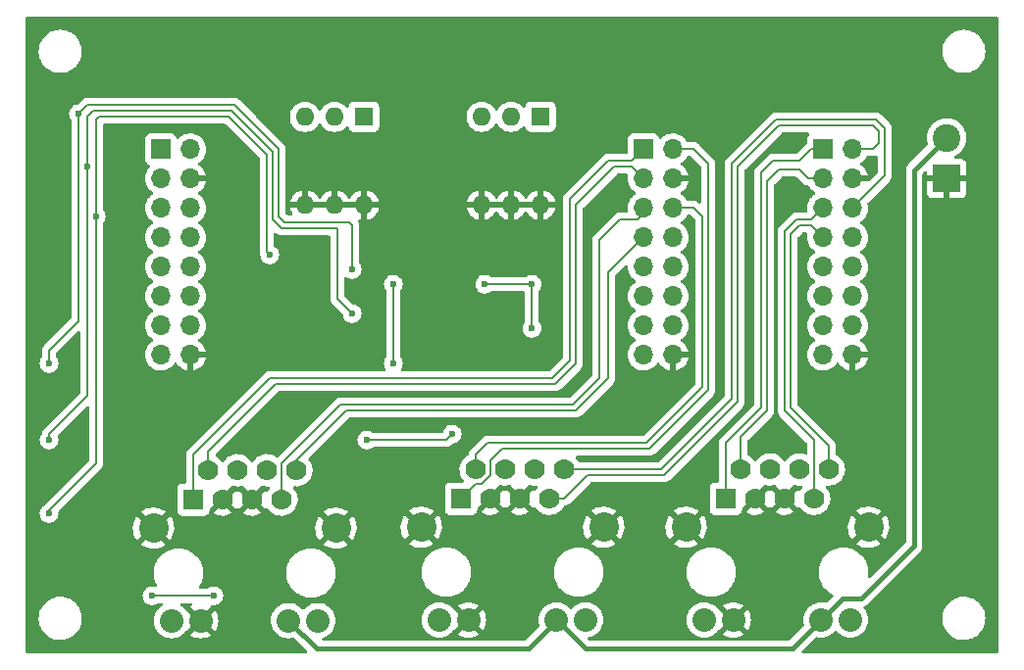
<source format=gbl>
%TF.GenerationSoftware,KiCad,Pcbnew,(6.0.1)*%
%TF.CreationDate,2022-11-09T22:58:21+01:00*%
%TF.ProjectId,stepgen_differential_bob,73746570-6765-46e5-9f64-696666657265,rev?*%
%TF.SameCoordinates,Original*%
%TF.FileFunction,Copper,L2,Bot*%
%TF.FilePolarity,Positive*%
%FSLAX46Y46*%
G04 Gerber Fmt 4.6, Leading zero omitted, Abs format (unit mm)*
G04 Created by KiCad (PCBNEW (6.0.1)) date 2022-11-09 22:58:21*
%MOMM*%
%LPD*%
G01*
G04 APERTURE LIST*
%TA.AperFunction,ComponentPad*%
%ADD10R,1.700000X1.700000*%
%TD*%
%TA.AperFunction,ComponentPad*%
%ADD11O,1.700000X1.700000*%
%TD*%
%TA.AperFunction,ComponentPad*%
%ADD12R,2.400000X2.400000*%
%TD*%
%TA.AperFunction,ComponentPad*%
%ADD13C,2.400000*%
%TD*%
%TA.AperFunction,ComponentPad*%
%ADD14R,1.600000X1.600000*%
%TD*%
%TA.AperFunction,ComponentPad*%
%ADD15O,1.600000X1.600000*%
%TD*%
%TA.AperFunction,ComponentPad*%
%ADD16R,1.778000X1.778000*%
%TD*%
%TA.AperFunction,ComponentPad*%
%ADD17C,1.778000*%
%TD*%
%TA.AperFunction,ComponentPad*%
%ADD18C,2.032000*%
%TD*%
%TA.AperFunction,ComponentPad*%
%ADD19C,2.540000*%
%TD*%
%TA.AperFunction,ViaPad*%
%ADD20C,0.600000*%
%TD*%
%TA.AperFunction,Conductor*%
%ADD21C,0.200000*%
%TD*%
%TA.AperFunction,Conductor*%
%ADD22C,0.400000*%
%TD*%
G04 APERTURE END LIST*
D10*
%TO.P,J2,1,Pin_1*%
%TO.N,STEP3-*%
X53843000Y-11953000D03*
D11*
%TO.P,J2,2,Pin_2*%
%TO.N,STEP2-*%
X56383000Y-11953000D03*
%TO.P,J2,3,Pin_3*%
%TO.N,STEP3+*%
X53843000Y-14493000D03*
%TO.P,J2,4,Pin_4*%
%TO.N,GND*%
X56383000Y-14493000D03*
%TO.P,J2,5,Pin_5*%
%TO.N,DIR3-*%
X53843000Y-17033000D03*
%TO.P,J2,6,Pin_6*%
%TO.N,STEP2+*%
X56383000Y-17033000D03*
%TO.P,J2,7,Pin_7*%
%TO.N,DIR3+*%
X53843000Y-19573000D03*
%TO.P,J2,8,Pin_8*%
%TO.N,unconnected-(J2-Pad8)*%
X56383000Y-19573000D03*
%TO.P,J2,9,Pin_9*%
%TO.N,unconnected-(J2-Pad9)*%
X53843000Y-22113000D03*
%TO.P,J2,10,Pin_10*%
%TO.N,unconnected-(J2-Pad10)*%
X56383000Y-22113000D03*
%TO.P,J2,11,Pin_11*%
%TO.N,unconnected-(J2-Pad11)*%
X53843000Y-24653000D03*
%TO.P,J2,12,Pin_12*%
%TO.N,unconnected-(J2-Pad12)*%
X56383000Y-24653000D03*
%TO.P,J2,13,Pin_13*%
%TO.N,unconnected-(J2-Pad13)*%
X53843000Y-27193000D03*
%TO.P,J2,14,Pin_14*%
%TO.N,unconnected-(J2-Pad14)*%
X56383000Y-27193000D03*
%TO.P,J2,15,Pin_15*%
%TO.N,ENA*%
X53843000Y-29733000D03*
%TO.P,J2,16,Pin_16*%
%TO.N,GND*%
X56383000Y-29733000D03*
%TD*%
D12*
%TO.P,J4,1,Pin_1*%
%TO.N,GND*%
X80010000Y-14478000D03*
D13*
%TO.P,J4,2,Pin_2*%
%TO.N,+5V*%
X80010000Y-10978000D03*
%TD*%
D10*
%TO.P,J3,1,Pin_1*%
%TO.N,DRIVE_OK_EXT4*%
X12187000Y-11953000D03*
D11*
%TO.P,J3,2,Pin_2*%
%TO.N,DRIVE_OK_EXT5*%
X14727000Y-11953000D03*
%TO.P,J3,3,Pin_3*%
%TO.N,DRIVE_OK_EXT1*%
X12187000Y-14493000D03*
%TO.P,J3,4,Pin_4*%
%TO.N,GND*%
X14727000Y-14493000D03*
%TO.P,J3,5,Pin_5*%
%TO.N,DRIVE_OK_EXT2*%
X12187000Y-17033000D03*
%TO.P,J3,6,Pin_6*%
%TO.N,DRIVE_OK_EXT6*%
X14727000Y-17033000D03*
%TO.P,J3,7,Pin_7*%
%TO.N,DRIVE_OK_EXT3*%
X12187000Y-19573000D03*
%TO.P,J3,8,Pin_8*%
%TO.N,unconnected-(J3-Pad8)*%
X14727000Y-19573000D03*
%TO.P,J3,9,Pin_9*%
%TO.N,unconnected-(J3-Pad9)*%
X12187000Y-22113000D03*
%TO.P,J3,10,Pin_10*%
%TO.N,unconnected-(J3-Pad10)*%
X14727000Y-22113000D03*
%TO.P,J3,11,Pin_11*%
%TO.N,unconnected-(J3-Pad11)*%
X12187000Y-24653000D03*
%TO.P,J3,12,Pin_12*%
%TO.N,unconnected-(J3-Pad12)*%
X14727000Y-24653000D03*
%TO.P,J3,13,Pin_13*%
%TO.N,unconnected-(J3-Pad13)*%
X12187000Y-27193000D03*
%TO.P,J3,14,Pin_14*%
%TO.N,unconnected-(J3-Pad14)*%
X14727000Y-27193000D03*
%TO.P,J3,15,Pin_15*%
%TO.N,unconnected-(J3-Pad15)*%
X12187000Y-29733000D03*
%TO.P,J3,16,Pin_16*%
%TO.N,GND*%
X14727000Y-29733000D03*
%TD*%
D10*
%TO.P,J1,1,Pin_1*%
%TO.N,STEP1-*%
X69337000Y-11953000D03*
D11*
%TO.P,J1,2,Pin_2*%
%TO.N,DIR2-*%
X71877000Y-11953000D03*
%TO.P,J1,3,Pin_3*%
%TO.N,STEP1+*%
X69337000Y-14493000D03*
%TO.P,J1,4,Pin_4*%
%TO.N,GND*%
X71877000Y-14493000D03*
%TO.P,J1,5,Pin_5*%
%TO.N,DIR1-*%
X69337000Y-17033000D03*
%TO.P,J1,6,Pin_6*%
%TO.N,DIR2+*%
X71877000Y-17033000D03*
%TO.P,J1,7,Pin_7*%
%TO.N,DIR1+*%
X69337000Y-19573000D03*
%TO.P,J1,8,Pin_8*%
%TO.N,unconnected-(J1-Pad8)*%
X71877000Y-19573000D03*
%TO.P,J1,9,Pin_9*%
%TO.N,unconnected-(J1-Pad9)*%
X69337000Y-22113000D03*
%TO.P,J1,10,Pin_10*%
%TO.N,unconnected-(J1-Pad10)*%
X71877000Y-22113000D03*
%TO.P,J1,11,Pin_11*%
%TO.N,unconnected-(J1-Pad11)*%
X69337000Y-24653000D03*
%TO.P,J1,12,Pin_12*%
%TO.N,unconnected-(J1-Pad12)*%
X71877000Y-24653000D03*
%TO.P,J1,13,Pin_13*%
%TO.N,unconnected-(J1-Pad13)*%
X69337000Y-27193000D03*
%TO.P,J1,14,Pin_14*%
%TO.N,unconnected-(J1-Pad14)*%
X71877000Y-27193000D03*
%TO.P,J1,15,Pin_15*%
%TO.N,ENA*%
X69337000Y-29733000D03*
%TO.P,J1,16,Pin_16*%
%TO.N,GND*%
X71877000Y-29733000D03*
%TD*%
D14*
%TO.P,SW1,1*%
%TO.N,Net-(R9-Pad1)*%
X44958000Y-9144000D03*
D15*
%TO.P,SW1,2*%
%TO.N,Net-(R8-Pad1)*%
X42418000Y-9144000D03*
%TO.P,SW1,3*%
%TO.N,Net-(R7-Pad1)*%
X39878000Y-9144000D03*
%TO.P,SW1,4*%
%TO.N,GND*%
X39878000Y-16764000D03*
%TO.P,SW1,5*%
X42418000Y-16764000D03*
%TO.P,SW1,6*%
X44958000Y-16764000D03*
%TD*%
D16*
%TO.P,J7,1*%
%TO.N,STEP3-*%
X14986000Y-42241000D03*
D17*
%TO.P,J7,2*%
%TO.N,STEP3+*%
X16256000Y-39701000D03*
%TO.P,J7,3*%
%TO.N,GND*%
X17526000Y-42241000D03*
%TO.P,J7,4*%
%TO.N,\u00C8NA_OUT3*%
X18796000Y-39701000D03*
%TO.P,J7,5*%
%TO.N,GND*%
X20066000Y-42241000D03*
%TO.P,J7,6*%
%TO.N,ALARM3*%
X21336000Y-39701000D03*
%TO.P,J7,7*%
%TO.N,DIR3-*%
X22606000Y-42241000D03*
%TO.P,J7,8*%
%TO.N,DIR3+*%
X23876000Y-39701000D03*
D18*
%TO.P,J7,9*%
%TO.N,Net-(J7-Pad9)*%
X25730200Y-52705800D03*
%TO.P,J7,10*%
%TO.N,+5V*%
X23215600Y-52705800D03*
%TO.P,J7,11*%
%TO.N,GND*%
X15621000Y-52705800D03*
%TO.P,J7,12*%
%TO.N,Net-(J7-Pad12)*%
X13106400Y-52705800D03*
D19*
%TO.P,J7,SH*%
%TO.N,GND*%
X11557000Y-44704800D03*
X27305000Y-44704800D03*
%TD*%
D16*
%TO.P,J5,1*%
%TO.N,STEP1-*%
X60960000Y-42164000D03*
D17*
%TO.P,J5,2*%
%TO.N,STEP1+*%
X62230000Y-39624000D03*
%TO.P,J5,3*%
%TO.N,GND*%
X63500000Y-42164000D03*
%TO.P,J5,4*%
%TO.N,\u00C8NA_OUT1*%
X64770000Y-39624000D03*
%TO.P,J5,5*%
%TO.N,GND*%
X66040000Y-42164000D03*
%TO.P,J5,6*%
%TO.N,ALARM1*%
X67310000Y-39624000D03*
%TO.P,J5,7*%
%TO.N,DIR1-*%
X68580000Y-42164000D03*
%TO.P,J5,8*%
%TO.N,DIR1+*%
X69850000Y-39624000D03*
D18*
%TO.P,J5,9*%
%TO.N,Net-(J5-Pad9)*%
X71704200Y-52628800D03*
%TO.P,J5,10*%
%TO.N,+5V*%
X69189600Y-52628800D03*
%TO.P,J5,11*%
%TO.N,GND*%
X61595000Y-52628800D03*
%TO.P,J5,12*%
%TO.N,Net-(J5-Pad12)*%
X59080400Y-52628800D03*
D19*
%TO.P,J5,SH*%
%TO.N,GND*%
X73279000Y-44627800D03*
X57531000Y-44627800D03*
%TD*%
D16*
%TO.P,J6,1*%
%TO.N,STEP2-*%
X38100000Y-42164000D03*
D17*
%TO.P,J6,2*%
%TO.N,STEP2+*%
X39370000Y-39624000D03*
%TO.P,J6,3*%
%TO.N,GND*%
X40640000Y-42164000D03*
%TO.P,J6,4*%
%TO.N,\u00C8NA_OUT2*%
X41910000Y-39624000D03*
%TO.P,J6,5*%
%TO.N,GND*%
X43180000Y-42164000D03*
%TO.P,J6,6*%
%TO.N,ALARM2*%
X44450000Y-39624000D03*
%TO.P,J6,7*%
%TO.N,DIR2-*%
X45720000Y-42164000D03*
%TO.P,J6,8*%
%TO.N,DIR2+*%
X46990000Y-39624000D03*
D18*
%TO.P,J6,9*%
%TO.N,Net-(J6-Pad9)*%
X48844200Y-52628800D03*
%TO.P,J6,10*%
%TO.N,+5V*%
X46329600Y-52628800D03*
%TO.P,J6,11*%
%TO.N,GND*%
X38735000Y-52628800D03*
%TO.P,J6,12*%
%TO.N,Net-(J6-Pad12)*%
X36220400Y-52628800D03*
D19*
%TO.P,J6,SH*%
%TO.N,GND*%
X34671000Y-44627800D03*
X50419000Y-44627800D03*
%TD*%
D14*
%TO.P,SW2,1*%
%TO.N,Net-(R12-Pad1)*%
X29718000Y-9154000D03*
D15*
%TO.P,SW2,2*%
%TO.N,Net-(R11-Pad1)*%
X27178000Y-9154000D03*
%TO.P,SW2,3*%
%TO.N,Net-(R10-Pad1)*%
X24638000Y-9154000D03*
%TO.P,SW2,4*%
%TO.N,GND*%
X24638000Y-16774000D03*
%TO.P,SW2,5*%
X27178000Y-16774000D03*
%TO.P,SW2,6*%
X29718000Y-16774000D03*
%TD*%
D20*
%TO.N,GND*%
X65278000Y-37084000D03*
X42672000Y-49530000D03*
X65278000Y-49022000D03*
X20066000Y-49022000D03*
X20828000Y-26162000D03*
X54356000Y-53086000D03*
X77470000Y-49022000D03*
X66040000Y-16256000D03*
X49530000Y-35560000D03*
X32004000Y-16764000D03*
X65278000Y-53340000D03*
X39878000Y-36576000D03*
X30988000Y-50292000D03*
X34036000Y-35814000D03*
X21336000Y-36068000D03*
X54102000Y-48768000D03*
X51323000Y-16764000D03*
%TO.N,ENA*%
X44211000Y-23622000D03*
X40147000Y-23622000D03*
X44211000Y-27432000D03*
%TO.N,ALARM1*%
X32258000Y-30480000D03*
X32258000Y-23622000D03*
%TO.N,\u00C8NA_OUT3*%
X37338000Y-36576000D03*
X29972000Y-37084000D03*
%TO.N,Net-(J5-Pad9)*%
X16764000Y-50546000D03*
X11430000Y-50546000D03*
%TO.N,ALARM_OK1*%
X5080000Y-8890000D03*
X2540000Y-30480000D03*
X28702000Y-22352000D03*
%TO.N,ALARM_OK2*%
X28702000Y-26162000D03*
X5842000Y-13462000D03*
X2540000Y-37084000D03*
%TO.N,ALARM_OK3*%
X2540000Y-43434000D03*
X6604000Y-17780000D03*
X21590000Y-21082000D03*
%TD*%
D21*
%TO.N,STEP1-*%
X67310000Y-12954000D02*
X68311000Y-11953000D01*
X60960000Y-42672000D02*
X60960000Y-37338000D01*
X68311000Y-11953000D02*
X69337000Y-11953000D01*
X64008000Y-34290000D02*
X64008000Y-13970000D01*
X60960000Y-37338000D02*
X64008000Y-34290000D01*
X65024000Y-12954000D02*
X67310000Y-12954000D01*
X64008000Y-13970000D02*
X65024000Y-12954000D01*
%TO.N,STEP1+*%
X64516000Y-14732000D02*
X65532000Y-13716000D01*
X62230000Y-40132000D02*
X62230000Y-36830000D01*
X62230000Y-36830000D02*
X64516000Y-34544000D01*
X65532000Y-13716000D02*
X67310000Y-13716000D01*
X68087000Y-14493000D02*
X69337000Y-14493000D01*
X67310000Y-13716000D02*
X68087000Y-14493000D01*
X64516000Y-34544000D02*
X64516000Y-14732000D01*
%TO.N,DIR1-*%
X66040000Y-19050000D02*
X67056000Y-18034000D01*
X67056000Y-18034000D02*
X68336000Y-18034000D01*
X68336000Y-18034000D02*
X69337000Y-17033000D01*
X66040000Y-34544000D02*
X66040000Y-19050000D01*
X68580000Y-37084000D02*
X66040000Y-34544000D01*
X68580000Y-42672000D02*
X68580000Y-37084000D01*
%TO.N,DIR1+*%
X66548000Y-34290000D02*
X66548000Y-19304000D01*
X69850000Y-40132000D02*
X69850000Y-37592000D01*
X67310000Y-18542000D02*
X68306000Y-18542000D01*
X68306000Y-18542000D02*
X69337000Y-19573000D01*
X69850000Y-37592000D02*
X66548000Y-34290000D01*
X66548000Y-19304000D02*
X67310000Y-18542000D01*
%TO.N,STEP3-*%
X45974000Y-31750000D02*
X47498000Y-30226000D01*
X14986000Y-38354000D02*
X21590000Y-31750000D01*
X21590000Y-31750000D02*
X45974000Y-31750000D01*
X52842000Y-12954000D02*
X53843000Y-11953000D01*
X47498000Y-16256000D02*
X50800000Y-12954000D01*
X50800000Y-12954000D02*
X52842000Y-12954000D01*
X14986000Y-42672000D02*
X14986000Y-38354000D01*
X47498000Y-30226000D02*
X47498000Y-16256000D01*
%TO.N,STEP3+*%
X22098000Y-32258000D02*
X46228000Y-32258000D01*
X46228000Y-32258000D02*
X48006000Y-30480000D01*
X16256000Y-40132000D02*
X16256000Y-38100000D01*
X48006000Y-16764000D02*
X51308000Y-13462000D01*
X52832000Y-13462000D02*
X53843000Y-14473000D01*
X51308000Y-13462000D02*
X52832000Y-13462000D01*
X16256000Y-38100000D02*
X22098000Y-32258000D01*
X53843000Y-14473000D02*
X53843000Y-14493000D01*
X48006000Y-30480000D02*
X48006000Y-16764000D01*
%TO.N,DIR3-*%
X22606000Y-39116000D02*
X27686000Y-34036000D01*
X51816000Y-18034000D02*
X53340000Y-18034000D01*
X53340000Y-18034000D02*
X53843000Y-17531000D01*
X50038000Y-19812000D02*
X51816000Y-18034000D01*
X27686000Y-34036000D02*
X47752000Y-34036000D01*
X47752000Y-34036000D02*
X50038000Y-31750000D01*
X50038000Y-31750000D02*
X50038000Y-19812000D01*
X22606000Y-42672000D02*
X22606000Y-39116000D01*
X53843000Y-17531000D02*
X53843000Y-17033000D01*
%TO.N,DIR3+*%
X23876000Y-40132000D02*
X23876000Y-38862000D01*
X23876000Y-38862000D02*
X28194000Y-34544000D01*
X28194000Y-34544000D02*
X48006000Y-34544000D01*
X48006000Y-34544000D02*
X50800000Y-31750000D01*
X50800000Y-31750000D02*
X50800000Y-22616000D01*
X50800000Y-22616000D02*
X53843000Y-19573000D01*
%TO.N,ENA*%
X40147000Y-23622000D02*
X44211000Y-23622000D01*
X44211000Y-23622000D02*
X44211000Y-27432000D01*
D22*
%TO.N,+5V*%
X23215600Y-52705800D02*
X25627800Y-55118000D01*
X46380400Y-52679600D02*
X48818800Y-55118000D01*
X77216000Y-13772000D02*
X80010000Y-10978000D01*
X48818800Y-55118000D02*
X66700400Y-55118000D01*
X71018400Y-50800000D02*
X72644000Y-50800000D01*
X77216000Y-46228000D02*
X77216000Y-13772000D01*
X69189600Y-52628800D02*
X71018400Y-50800000D01*
X43942000Y-55118000D02*
X46380400Y-52679600D01*
X25627800Y-55118000D02*
X43942000Y-55118000D01*
X66700400Y-55118000D02*
X69189600Y-52628800D01*
X72644000Y-50800000D02*
X77216000Y-46228000D01*
D21*
%TO.N,STEP2+*%
X58181000Y-17033000D02*
X58928000Y-17780000D01*
X39370000Y-38354000D02*
X39370000Y-40132000D01*
X40386000Y-37338000D02*
X39370000Y-38354000D01*
X56383000Y-17033000D02*
X58181000Y-17033000D01*
X54102000Y-37338000D02*
X40386000Y-37338000D01*
X58903080Y-32536920D02*
X54102000Y-37338000D01*
X58928000Y-17780000D02*
X58928000Y-32512000D01*
%TO.N,STEP2-*%
X40640000Y-38862000D02*
X41656000Y-37846000D01*
X39878000Y-40894000D02*
X40640000Y-40132000D01*
X39370000Y-40894000D02*
X39878000Y-40894000D01*
X59436000Y-32766000D02*
X59436000Y-13208000D01*
X58181000Y-11953000D02*
X56383000Y-11953000D01*
X40640000Y-40132000D02*
X40640000Y-38862000D01*
X41656000Y-37846000D02*
X54356000Y-37846000D01*
X38100000Y-42164000D02*
X39370000Y-40894000D01*
X59436000Y-13208000D02*
X58181000Y-11953000D01*
X54356000Y-37846000D02*
X59436000Y-32766000D01*
%TO.N,DIR2-*%
X73645000Y-11953000D02*
X71877000Y-11953000D01*
X61976000Y-13462000D02*
X65532000Y-9906000D01*
X46990000Y-42164000D02*
X49022000Y-40132000D01*
X45720000Y-42164000D02*
X46990000Y-42164000D01*
X61976000Y-33782000D02*
X61976000Y-13462000D01*
X74168000Y-11430000D02*
X73645000Y-11953000D01*
X65532000Y-9906000D02*
X73660000Y-9906000D01*
X49022000Y-40132000D02*
X55626000Y-40132000D01*
X55626000Y-40132000D02*
X61976000Y-33782000D01*
X73660000Y-9906000D02*
X74168000Y-10414000D01*
X74168000Y-10414000D02*
X74168000Y-11430000D01*
%TO.N,DIR2+*%
X65278000Y-9398000D02*
X73914000Y-9398000D01*
X55372000Y-39624000D02*
X61468000Y-33528000D01*
X61468000Y-13208000D02*
X65278000Y-9398000D01*
X61468000Y-33528000D02*
X61468000Y-13208000D01*
X73914000Y-9398000D02*
X74676000Y-10160000D01*
X46990000Y-39624000D02*
X55372000Y-39624000D01*
X74676000Y-14234000D02*
X71877000Y-17033000D01*
X74676000Y-10160000D02*
X74676000Y-14234000D01*
%TO.N,ALARM1*%
X32258000Y-23622000D02*
X32258000Y-30480000D01*
%TO.N,\u00C8NA_OUT3*%
X36830000Y-37084000D02*
X29972000Y-37084000D01*
X37338000Y-36576000D02*
X36830000Y-37084000D01*
%TO.N,Net-(J5-Pad9)*%
X16743879Y-50566121D02*
X16764000Y-50546000D01*
X11450121Y-50566121D02*
X16743879Y-50566121D01*
X11430000Y-50546000D02*
X11450121Y-50566121D01*
%TO.N,ALARM_OK1*%
X22352000Y-17780000D02*
X22352000Y-11938000D01*
X5842000Y-8128000D02*
X5080000Y-8890000D01*
X18542000Y-8128000D02*
X5842000Y-8128000D01*
X28702000Y-18542000D02*
X28448000Y-18288000D01*
X5080000Y-8890000D02*
X5080000Y-26797000D01*
X22352000Y-11938000D02*
X18542000Y-8128000D01*
X22860000Y-18288000D02*
X22352000Y-17780000D01*
X28448000Y-18288000D02*
X22860000Y-18288000D01*
X2540000Y-29337000D02*
X2540000Y-30480000D01*
X28702000Y-22352000D02*
X28702000Y-18542000D01*
X5080000Y-26797000D02*
X2540000Y-29337000D01*
%TO.N,ALARM_OK2*%
X27432000Y-18796000D02*
X27432000Y-24892000D01*
X5842000Y-13462000D02*
X5842000Y-9144000D01*
X22606000Y-18796000D02*
X27432000Y-18796000D01*
X21844000Y-18034000D02*
X22606000Y-18796000D01*
X2540000Y-37084000D02*
X2540000Y-36576000D01*
X18288000Y-8636000D02*
X21844000Y-12192000D01*
X5842000Y-9144000D02*
X6350000Y-8636000D01*
X6350000Y-8636000D02*
X18288000Y-8636000D01*
X5842000Y-33274000D02*
X5842000Y-13462000D01*
X27432000Y-24892000D02*
X28702000Y-26162000D01*
X2540000Y-36576000D02*
X5842000Y-33274000D01*
X21844000Y-12192000D02*
X21844000Y-18034000D01*
%TO.N,ALARM_OK3*%
X6604000Y-9398000D02*
X6858000Y-9144000D01*
X21336000Y-12446000D02*
X21336000Y-20828000D01*
X6604000Y-39116000D02*
X6604000Y-17780000D01*
X18034000Y-9144000D02*
X21336000Y-12446000D01*
X6604000Y-17780000D02*
X6604000Y-9398000D01*
X6858000Y-9144000D02*
X18034000Y-9144000D01*
X2540000Y-43434000D02*
X2540000Y-43180000D01*
X2540000Y-43180000D02*
X6604000Y-39116000D01*
X21336000Y-20828000D02*
X21590000Y-21082000D01*
%TD*%
%TA.AperFunction,Conductor*%
%TO.N,GND*%
G36*
X84434121Y-528002D02*
G01*
X84480614Y-581658D01*
X84492000Y-634000D01*
X84492000Y-55366000D01*
X84471998Y-55434121D01*
X84418342Y-55480614D01*
X84366000Y-55492000D01*
X67632560Y-55492000D01*
X67564439Y-55471998D01*
X67517946Y-55418342D01*
X67507842Y-55348068D01*
X67537336Y-55283488D01*
X67543465Y-55276905D01*
X68683404Y-54136967D01*
X68745716Y-54102941D01*
X68801914Y-54103544D01*
X68945556Y-54138030D01*
X68945564Y-54138031D01*
X68950378Y-54139187D01*
X69189600Y-54158014D01*
X69428822Y-54139187D01*
X69433629Y-54138033D01*
X69433635Y-54138032D01*
X69586345Y-54101369D01*
X69662153Y-54083169D01*
X69666726Y-54081275D01*
X69879277Y-53993234D01*
X69879279Y-53993233D01*
X69883849Y-53991340D01*
X70088449Y-53865960D01*
X70201695Y-53769240D01*
X70267156Y-53713331D01*
X70270918Y-53710118D01*
X70351090Y-53616247D01*
X70410539Y-53577440D01*
X70481534Y-53576932D01*
X70542710Y-53616247D01*
X70622882Y-53710118D01*
X70626644Y-53713331D01*
X70692106Y-53769240D01*
X70805351Y-53865960D01*
X71009951Y-53991340D01*
X71014521Y-53993233D01*
X71014523Y-53993234D01*
X71227074Y-54081275D01*
X71231647Y-54083169D01*
X71307455Y-54101369D01*
X71460165Y-54138032D01*
X71460171Y-54138033D01*
X71464978Y-54139187D01*
X71704200Y-54158014D01*
X71943422Y-54139187D01*
X71948229Y-54138033D01*
X71948235Y-54138032D01*
X72100945Y-54101369D01*
X72176753Y-54083169D01*
X72181326Y-54081275D01*
X72393877Y-53993234D01*
X72393879Y-53993233D01*
X72398449Y-53991340D01*
X72603049Y-53865960D01*
X72716295Y-53769240D01*
X72781756Y-53713331D01*
X72785518Y-53710118D01*
X72941360Y-53527649D01*
X73066740Y-53323049D01*
X73098639Y-53246039D01*
X73156675Y-53105926D01*
X73156676Y-53105924D01*
X73158569Y-53101353D01*
X73178943Y-53016488D01*
X73213432Y-52872835D01*
X73213433Y-52872829D01*
X73214587Y-52868022D01*
X73233414Y-52628800D01*
X73226605Y-52542277D01*
X79637009Y-52542277D01*
X79662625Y-52810769D01*
X79663710Y-52815203D01*
X79663711Y-52815209D01*
X79709130Y-53000822D01*
X79726731Y-53072750D01*
X79827985Y-53322733D01*
X79964265Y-53555482D01*
X80012862Y-53616249D01*
X80084686Y-53706060D01*
X80132716Y-53766119D01*
X80329809Y-53950234D01*
X80551416Y-54103968D01*
X80555499Y-54105999D01*
X80555502Y-54106001D01*
X80621994Y-54139080D01*
X80792894Y-54224101D01*
X80797228Y-54225522D01*
X80797231Y-54225523D01*
X81044853Y-54306698D01*
X81044859Y-54306699D01*
X81049186Y-54308118D01*
X81053677Y-54308898D01*
X81053678Y-54308898D01*
X81311140Y-54353601D01*
X81311148Y-54353602D01*
X81314921Y-54354257D01*
X81318758Y-54354448D01*
X81398578Y-54358422D01*
X81398586Y-54358422D01*
X81400149Y-54358500D01*
X81568512Y-54358500D01*
X81570780Y-54358335D01*
X81570792Y-54358335D01*
X81701884Y-54348823D01*
X81769004Y-54343953D01*
X81773459Y-54342969D01*
X81773462Y-54342969D01*
X82027912Y-54286791D01*
X82027916Y-54286790D01*
X82032372Y-54285806D01*
X82169629Y-54233804D01*
X82280318Y-54191868D01*
X82280321Y-54191867D01*
X82284588Y-54190250D01*
X82446453Y-54100342D01*
X82516375Y-54061504D01*
X82516376Y-54061503D01*
X82520368Y-54059286D01*
X82677008Y-53939742D01*
X82731141Y-53898429D01*
X82731142Y-53898428D01*
X82734773Y-53895657D01*
X82768921Y-53860726D01*
X82829042Y-53799225D01*
X82923312Y-53702792D01*
X83082034Y-53484730D01*
X83134521Y-53384969D01*
X83205490Y-53250079D01*
X83205493Y-53250073D01*
X83207615Y-53246039D01*
X83217896Y-53216928D01*
X83295902Y-52996033D01*
X83295902Y-52996032D01*
X83297425Y-52991720D01*
X83349581Y-52727100D01*
X83350004Y-52718612D01*
X83362764Y-52462292D01*
X83362764Y-52462286D01*
X83362991Y-52457723D01*
X83337375Y-52189231D01*
X83330520Y-52161214D01*
X83274355Y-51931688D01*
X83273269Y-51927250D01*
X83172015Y-51677267D01*
X83039879Y-51451596D01*
X83038045Y-51448463D01*
X83038044Y-51448462D01*
X83035735Y-51444518D01*
X82917928Y-51297208D01*
X82870136Y-51237447D01*
X82870135Y-51237445D01*
X82867284Y-51233881D01*
X82670191Y-51049766D01*
X82448584Y-50896032D01*
X82444501Y-50894001D01*
X82444498Y-50893999D01*
X82279606Y-50811967D01*
X82207106Y-50775899D01*
X82202772Y-50774478D01*
X82202769Y-50774477D01*
X81955147Y-50693302D01*
X81955141Y-50693301D01*
X81950814Y-50691882D01*
X81946322Y-50691102D01*
X81688860Y-50646399D01*
X81688852Y-50646398D01*
X81685079Y-50645743D01*
X81673208Y-50645152D01*
X81601422Y-50641578D01*
X81601414Y-50641578D01*
X81599851Y-50641500D01*
X81431488Y-50641500D01*
X81429220Y-50641665D01*
X81429208Y-50641665D01*
X81298116Y-50651177D01*
X81230996Y-50656047D01*
X81226541Y-50657031D01*
X81226538Y-50657031D01*
X80972088Y-50713209D01*
X80972084Y-50713210D01*
X80967628Y-50714194D01*
X80841520Y-50761972D01*
X80719682Y-50808132D01*
X80719679Y-50808133D01*
X80715412Y-50809750D01*
X80711421Y-50811967D01*
X80510132Y-50923773D01*
X80479632Y-50940714D01*
X80265227Y-51104343D01*
X80262034Y-51107609D01*
X80262032Y-51107611D01*
X80170957Y-51200776D01*
X80076688Y-51297208D01*
X79917966Y-51515270D01*
X79915844Y-51519304D01*
X79794510Y-51749921D01*
X79794507Y-51749927D01*
X79792385Y-51753961D01*
X79790865Y-51758266D01*
X79790863Y-51758270D01*
X79726997Y-51939123D01*
X79702575Y-52008280D01*
X79700984Y-52016353D01*
X79652096Y-52264392D01*
X79650419Y-52272900D01*
X79650192Y-52277453D01*
X79650192Y-52277456D01*
X79640528Y-52471591D01*
X79637009Y-52542277D01*
X73226605Y-52542277D01*
X73214587Y-52389578D01*
X73213433Y-52384771D01*
X73213432Y-52384765D01*
X73175957Y-52228674D01*
X73158569Y-52156247D01*
X73156675Y-52151674D01*
X73068634Y-51939123D01*
X73068633Y-51939121D01*
X73066740Y-51934551D01*
X72941360Y-51729951D01*
X72873844Y-51650900D01*
X72844815Y-51586111D01*
X72855420Y-51515911D01*
X72902296Y-51462589D01*
X72925117Y-51451206D01*
X72974656Y-51432487D01*
X72980919Y-51428183D01*
X72983285Y-51426946D01*
X72998097Y-51418701D01*
X73000351Y-51417368D01*
X73007305Y-51414315D01*
X73058002Y-51375413D01*
X73063332Y-51371541D01*
X73109720Y-51339661D01*
X73109725Y-51339656D01*
X73115981Y-51335357D01*
X73157436Y-51288829D01*
X73162416Y-51283554D01*
X77696528Y-46749443D01*
X77702793Y-46743589D01*
X77740664Y-46710552D01*
X77740665Y-46710551D01*
X77746385Y-46705561D01*
X77783136Y-46653271D01*
X77787028Y-46648029D01*
X77826476Y-46597718D01*
X77829600Y-46590799D01*
X77830988Y-46588507D01*
X77839357Y-46573835D01*
X77840622Y-46571475D01*
X77844990Y-46565261D01*
X77850612Y-46550843D01*
X77868202Y-46505725D01*
X77870759Y-46499642D01*
X77876686Y-46486517D01*
X77897045Y-46441427D01*
X77898430Y-46433954D01*
X77899234Y-46431388D01*
X77903855Y-46415165D01*
X77904520Y-46412573D01*
X77907282Y-46405491D01*
X77908741Y-46394412D01*
X77915622Y-46342139D01*
X77916654Y-46335623D01*
X77926911Y-46280281D01*
X77928295Y-46272814D01*
X77924709Y-46210620D01*
X77924500Y-46203367D01*
X77924500Y-15722669D01*
X78302001Y-15722669D01*
X78302371Y-15729490D01*
X78307895Y-15780352D01*
X78311521Y-15795604D01*
X78356676Y-15916054D01*
X78365214Y-15931649D01*
X78441715Y-16033724D01*
X78454276Y-16046285D01*
X78556351Y-16122786D01*
X78571946Y-16131324D01*
X78692394Y-16176478D01*
X78707649Y-16180105D01*
X78758514Y-16185631D01*
X78765328Y-16186000D01*
X79737885Y-16186000D01*
X79753124Y-16181525D01*
X79754329Y-16180135D01*
X79756000Y-16172452D01*
X79756000Y-16167884D01*
X80264000Y-16167884D01*
X80268475Y-16183123D01*
X80269865Y-16184328D01*
X80277548Y-16185999D01*
X81254669Y-16185999D01*
X81261490Y-16185629D01*
X81312352Y-16180105D01*
X81327604Y-16176479D01*
X81448054Y-16131324D01*
X81463649Y-16122786D01*
X81565724Y-16046285D01*
X81578285Y-16033724D01*
X81654786Y-15931649D01*
X81663324Y-15916054D01*
X81708478Y-15795606D01*
X81712105Y-15780351D01*
X81717631Y-15729486D01*
X81718000Y-15722672D01*
X81718000Y-14750115D01*
X81713525Y-14734876D01*
X81712135Y-14733671D01*
X81704452Y-14732000D01*
X80282115Y-14732000D01*
X80266876Y-14736475D01*
X80265671Y-14737865D01*
X80264000Y-14745548D01*
X80264000Y-16167884D01*
X79756000Y-16167884D01*
X79756000Y-14750115D01*
X79751525Y-14734876D01*
X79750135Y-14733671D01*
X79742452Y-14732000D01*
X78320116Y-14732000D01*
X78304877Y-14736475D01*
X78303672Y-14737865D01*
X78302001Y-14745548D01*
X78302001Y-15722669D01*
X77924500Y-15722669D01*
X77924500Y-14117660D01*
X77944502Y-14049539D01*
X77961405Y-14028565D01*
X78086905Y-13903065D01*
X78149217Y-13869039D01*
X78220032Y-13874104D01*
X78276868Y-13916651D01*
X78301679Y-13983171D01*
X78302000Y-13992160D01*
X78302000Y-14205885D01*
X78306475Y-14221124D01*
X78307865Y-14222329D01*
X78315548Y-14224000D01*
X81699884Y-14224000D01*
X81715123Y-14219525D01*
X81716328Y-14218135D01*
X81717999Y-14210452D01*
X81717999Y-13233331D01*
X81717629Y-13226510D01*
X81712105Y-13175648D01*
X81708479Y-13160396D01*
X81663324Y-13039946D01*
X81654786Y-13024351D01*
X81578285Y-12922276D01*
X81565724Y-12909715D01*
X81463649Y-12833214D01*
X81448054Y-12824676D01*
X81327606Y-12779522D01*
X81312351Y-12775895D01*
X81261486Y-12770369D01*
X81254672Y-12770000D01*
X80779799Y-12770000D01*
X80711678Y-12749998D01*
X80665185Y-12696342D01*
X80655081Y-12626068D01*
X80684575Y-12561488D01*
X80730061Y-12528233D01*
X80801110Y-12497708D01*
X80805090Y-12495245D01*
X80805094Y-12495243D01*
X81013064Y-12366547D01*
X81013066Y-12366545D01*
X81017047Y-12364082D01*
X81038998Y-12345499D01*
X81207289Y-12203031D01*
X81207291Y-12203029D01*
X81210862Y-12200006D01*
X81378295Y-12009084D01*
X81393051Y-11986144D01*
X81513141Y-11799442D01*
X81515669Y-11795512D01*
X81619967Y-11563980D01*
X81688896Y-11319575D01*
X81706913Y-11177951D01*
X81720545Y-11070798D01*
X81720545Y-11070792D01*
X81720943Y-11067667D01*
X81723291Y-10978000D01*
X81711186Y-10815101D01*
X81704818Y-10729411D01*
X81704817Y-10729407D01*
X81704472Y-10724759D01*
X81701051Y-10709638D01*
X81657546Y-10517379D01*
X81648428Y-10477082D01*
X81644515Y-10467019D01*
X81558084Y-10244762D01*
X81558083Y-10244760D01*
X81556391Y-10240409D01*
X81537946Y-10208136D01*
X81432702Y-10023997D01*
X81432700Y-10023995D01*
X81430383Y-10019940D01*
X81273171Y-9820517D01*
X81088209Y-9646523D01*
X81003752Y-9587933D01*
X80883393Y-9504437D01*
X80883390Y-9504435D01*
X80879561Y-9501779D01*
X80875384Y-9499719D01*
X80875377Y-9499715D01*
X80655996Y-9391528D01*
X80655992Y-9391527D01*
X80651810Y-9389464D01*
X80409960Y-9312047D01*
X80405355Y-9311297D01*
X80163935Y-9271980D01*
X80163934Y-9271980D01*
X80159323Y-9271229D01*
X80032364Y-9269567D01*
X79910083Y-9267966D01*
X79910080Y-9267966D01*
X79905406Y-9267905D01*
X79653787Y-9302149D01*
X79409993Y-9373208D01*
X79405740Y-9375168D01*
X79405739Y-9375169D01*
X79390733Y-9382087D01*
X79179380Y-9479522D01*
X79175471Y-9482085D01*
X78970928Y-9616189D01*
X78970923Y-9616193D01*
X78967015Y-9618755D01*
X78777562Y-9787848D01*
X78615183Y-9983087D01*
X78483447Y-10200182D01*
X78481638Y-10204496D01*
X78481637Y-10204498D01*
X78399980Y-10399229D01*
X78385246Y-10434365D01*
X78384095Y-10438897D01*
X78384094Y-10438900D01*
X78376953Y-10467019D01*
X78322738Y-10680490D01*
X78297296Y-10933151D01*
X78297520Y-10937817D01*
X78297520Y-10937822D01*
X78300533Y-11000540D01*
X78309480Y-11186798D01*
X78310393Y-11191386D01*
X78357161Y-11426504D01*
X78359021Y-11435857D01*
X78360600Y-11440255D01*
X78360602Y-11440262D01*
X78382526Y-11501324D01*
X78386720Y-11572196D01*
X78353033Y-11632996D01*
X76735472Y-13250558D01*
X76729206Y-13256412D01*
X76691340Y-13289444D01*
X76691337Y-13289447D01*
X76685615Y-13294439D01*
X76651460Y-13343036D01*
X76648872Y-13346719D01*
X76644939Y-13352014D01*
X76605524Y-13402282D01*
X76602401Y-13409198D01*
X76601017Y-13411484D01*
X76592643Y-13426165D01*
X76591378Y-13428525D01*
X76587010Y-13434739D01*
X76584250Y-13441818D01*
X76584249Y-13441820D01*
X76563798Y-13494275D01*
X76561247Y-13500344D01*
X76534955Y-13558573D01*
X76533571Y-13566040D01*
X76532770Y-13568595D01*
X76528141Y-13584848D01*
X76527478Y-13587428D01*
X76524718Y-13594509D01*
X76516392Y-13657757D01*
X76516379Y-13657852D01*
X76515348Y-13664359D01*
X76503704Y-13727186D01*
X76504141Y-13734766D01*
X76504141Y-13734767D01*
X76507291Y-13789392D01*
X76507500Y-13796646D01*
X76507500Y-45882340D01*
X76487498Y-45950461D01*
X76470595Y-45971435D01*
X73434435Y-49007595D01*
X73372123Y-49041621D01*
X73301308Y-49036556D01*
X73244472Y-48994009D01*
X73219661Y-48927489D01*
X73220597Y-48900747D01*
X73252737Y-48674915D01*
X73252737Y-48674913D01*
X73253342Y-48670663D01*
X73253460Y-48648314D01*
X73254844Y-48383972D01*
X73254844Y-48383965D01*
X73254866Y-48379686D01*
X73216885Y-48091194D01*
X73140103Y-47810526D01*
X73060469Y-47623827D01*
X73027626Y-47546827D01*
X73027624Y-47546823D01*
X73025940Y-47542875D01*
X72876510Y-47293194D01*
X72694576Y-47066103D01*
X72677285Y-47049694D01*
X72486622Y-46868763D01*
X72483505Y-46865805D01*
X72480026Y-46863305D01*
X72480021Y-46863301D01*
X72250694Y-46698514D01*
X72247204Y-46696006D01*
X71990045Y-46559847D01*
X71789662Y-46486517D01*
X71720817Y-46461323D01*
X71720815Y-46461322D01*
X71716786Y-46459848D01*
X71432484Y-46397860D01*
X71388673Y-46394412D01*
X71206737Y-46380093D01*
X71206728Y-46380093D01*
X71204280Y-46379900D01*
X71046848Y-46379900D01*
X71044712Y-46380046D01*
X71044701Y-46380046D01*
X70833970Y-46394412D01*
X70833964Y-46394413D01*
X70829693Y-46394704D01*
X70825498Y-46395573D01*
X70825496Y-46395573D01*
X70810044Y-46398773D01*
X70544757Y-46453711D01*
X70270466Y-46550843D01*
X70266657Y-46552809D01*
X70071959Y-46653300D01*
X70011895Y-46684301D01*
X70008394Y-46686762D01*
X70008390Y-46686764D01*
X69905131Y-46759336D01*
X69773829Y-46851617D01*
X69560673Y-47049694D01*
X69376371Y-47274867D01*
X69224333Y-47522969D01*
X69107374Y-47789410D01*
X69106198Y-47793538D01*
X69106197Y-47793541D01*
X69079425Y-47887526D01*
X69027657Y-48069259D01*
X68986658Y-48357337D01*
X68986636Y-48361626D01*
X68986635Y-48361633D01*
X68986115Y-48460972D01*
X68985134Y-48648314D01*
X68985693Y-48652558D01*
X68985693Y-48652562D01*
X68997648Y-48743367D01*
X69023115Y-48936806D01*
X69099897Y-49217474D01*
X69101581Y-49221422D01*
X69162742Y-49364811D01*
X69214060Y-49485125D01*
X69363490Y-49734806D01*
X69545424Y-49961897D01*
X69548540Y-49964854D01*
X69548541Y-49964855D01*
X69565794Y-49981227D01*
X69756495Y-50162195D01*
X69759974Y-50164695D01*
X69759979Y-50164699D01*
X69926606Y-50284432D01*
X69992796Y-50331994D01*
X70160331Y-50420699D01*
X70163479Y-50422366D01*
X70214322Y-50471918D01*
X70230304Y-50541093D01*
X70206350Y-50607926D01*
X70193615Y-50622815D01*
X69695797Y-51120633D01*
X69633485Y-51154659D01*
X69577290Y-51154057D01*
X69504882Y-51136673D01*
X69433635Y-51119568D01*
X69433629Y-51119567D01*
X69428822Y-51118413D01*
X69189600Y-51099586D01*
X68950378Y-51118413D01*
X68945571Y-51119567D01*
X68945565Y-51119568D01*
X68799403Y-51154659D01*
X68717047Y-51174431D01*
X68712476Y-51176324D01*
X68712474Y-51176325D01*
X68499923Y-51264366D01*
X68499921Y-51264367D01*
X68495351Y-51266260D01*
X68290751Y-51391640D01*
X68286984Y-51394857D01*
X68286983Y-51394858D01*
X68196827Y-51471858D01*
X68108282Y-51547482D01*
X68105069Y-51551244D01*
X68019955Y-51650901D01*
X67952440Y-51729951D01*
X67827060Y-51934551D01*
X67825167Y-51939121D01*
X67825166Y-51939123D01*
X67737125Y-52151674D01*
X67735231Y-52156247D01*
X67717843Y-52228674D01*
X67680368Y-52384765D01*
X67680367Y-52384771D01*
X67679213Y-52389578D01*
X67660386Y-52628800D01*
X67679213Y-52868022D01*
X67714857Y-53016490D01*
X67711310Y-53087395D01*
X67681433Y-53134997D01*
X66443835Y-54372595D01*
X66381523Y-54406621D01*
X66354740Y-54409500D01*
X59091887Y-54409500D01*
X59085883Y-54407737D01*
X59068913Y-54409500D01*
X49164460Y-54409500D01*
X49096339Y-54389498D01*
X49075365Y-54372595D01*
X49047796Y-54345026D01*
X49013770Y-54282714D01*
X49018835Y-54211899D01*
X49061382Y-54155063D01*
X49107477Y-54133412D01*
X49217115Y-54107090D01*
X49316753Y-54083169D01*
X49321326Y-54081275D01*
X49533877Y-53993234D01*
X49533879Y-53993233D01*
X49538449Y-53991340D01*
X49743049Y-53865960D01*
X49856295Y-53769240D01*
X49921756Y-53713331D01*
X49925518Y-53710118D01*
X50081360Y-53527649D01*
X50206740Y-53323049D01*
X50238639Y-53246039D01*
X50296675Y-53105926D01*
X50296676Y-53105924D01*
X50298569Y-53101353D01*
X50318943Y-53016488D01*
X50353432Y-52872835D01*
X50353433Y-52872829D01*
X50354587Y-52868022D01*
X50373414Y-52628800D01*
X57551186Y-52628800D01*
X57570013Y-52868022D01*
X57571167Y-52872829D01*
X57571168Y-52872835D01*
X57605657Y-53016488D01*
X57626031Y-53101353D01*
X57627924Y-53105924D01*
X57627925Y-53105926D01*
X57685962Y-53246039D01*
X57717860Y-53323049D01*
X57843240Y-53527649D01*
X57999082Y-53710118D01*
X58002844Y-53713331D01*
X58068306Y-53769240D01*
X58181551Y-53865960D01*
X58386151Y-53991340D01*
X58390721Y-53993233D01*
X58390723Y-53993234D01*
X58603274Y-54081275D01*
X58607847Y-54083169D01*
X58683655Y-54101369D01*
X58836365Y-54138032D01*
X58836371Y-54138033D01*
X58841178Y-54139187D01*
X59069104Y-54157125D01*
X59078799Y-54157888D01*
X59079842Y-54158286D01*
X59082001Y-54157888D01*
X59091696Y-54157125D01*
X59319622Y-54139187D01*
X59324429Y-54138033D01*
X59324435Y-54138032D01*
X59477145Y-54101369D01*
X59552953Y-54083169D01*
X59557526Y-54081275D01*
X59770077Y-53993234D01*
X59770079Y-53993233D01*
X59774649Y-53991340D01*
X59967588Y-53873106D01*
X60715524Y-53873106D01*
X60721251Y-53880756D01*
X60896759Y-53988307D01*
X60905553Y-53992788D01*
X61118029Y-54080798D01*
X61127414Y-54083847D01*
X61351044Y-54137537D01*
X61360791Y-54139080D01*
X61590070Y-54157125D01*
X61599930Y-54157125D01*
X61829209Y-54139080D01*
X61838956Y-54137537D01*
X62062586Y-54083847D01*
X62071971Y-54080798D01*
X62284447Y-53992788D01*
X62293241Y-53988307D01*
X62465083Y-53883003D01*
X62474543Y-53872547D01*
X62470759Y-53863769D01*
X61607812Y-53000822D01*
X61593868Y-52993208D01*
X61592035Y-52993339D01*
X61585420Y-52997590D01*
X60722284Y-53860726D01*
X60715524Y-53873106D01*
X59967588Y-53873106D01*
X59979249Y-53865960D01*
X60092495Y-53769240D01*
X60157956Y-53713331D01*
X60161718Y-53710118D01*
X60304996Y-53542360D01*
X60350932Y-53508481D01*
X60360031Y-53504559D01*
X61222978Y-52641612D01*
X61229356Y-52629932D01*
X61959408Y-52629932D01*
X61959539Y-52631765D01*
X61963790Y-52638380D01*
X62826926Y-53501516D01*
X62839306Y-53508276D01*
X62846956Y-53502549D01*
X62954507Y-53327041D01*
X62958988Y-53318247D01*
X63046998Y-53105771D01*
X63050047Y-53096386D01*
X63103737Y-52872756D01*
X63105280Y-52863009D01*
X63123325Y-52633730D01*
X63123325Y-52623870D01*
X63105280Y-52394591D01*
X63103737Y-52384844D01*
X63050047Y-52161214D01*
X63046998Y-52151829D01*
X62958988Y-51939353D01*
X62954507Y-51930559D01*
X62849203Y-51758717D01*
X62838747Y-51749257D01*
X62829969Y-51753041D01*
X61967022Y-52615988D01*
X61959408Y-52629932D01*
X61229356Y-52629932D01*
X61230592Y-52627668D01*
X61230461Y-52625835D01*
X61226210Y-52619220D01*
X60363072Y-51756082D01*
X60339965Y-51743464D01*
X60304542Y-51714708D01*
X60164931Y-51551244D01*
X60161718Y-51547482D01*
X60073173Y-51471858D01*
X59983017Y-51394858D01*
X59983016Y-51394857D01*
X59979249Y-51391640D01*
X59968500Y-51385053D01*
X60715457Y-51385053D01*
X60719241Y-51393831D01*
X61582188Y-52256778D01*
X61596132Y-52264392D01*
X61597965Y-52264261D01*
X61604580Y-52260010D01*
X62467716Y-51396874D01*
X62474476Y-51384494D01*
X62468749Y-51376844D01*
X62293241Y-51269293D01*
X62284447Y-51264812D01*
X62071971Y-51176802D01*
X62062586Y-51173753D01*
X61838956Y-51120063D01*
X61829209Y-51118520D01*
X61599930Y-51100475D01*
X61590070Y-51100475D01*
X61360791Y-51118520D01*
X61351044Y-51120063D01*
X61127414Y-51173753D01*
X61118029Y-51176802D01*
X60905553Y-51264812D01*
X60896759Y-51269293D01*
X60724917Y-51374597D01*
X60715457Y-51385053D01*
X59968500Y-51385053D01*
X59774649Y-51266260D01*
X59770079Y-51264367D01*
X59770077Y-51264366D01*
X59557526Y-51176325D01*
X59557524Y-51176324D01*
X59552953Y-51174431D01*
X59470597Y-51154659D01*
X59324435Y-51119568D01*
X59324429Y-51119567D01*
X59319622Y-51118413D01*
X59080400Y-51099586D01*
X58841178Y-51118413D01*
X58836371Y-51119567D01*
X58836365Y-51119568D01*
X58690203Y-51154659D01*
X58607847Y-51174431D01*
X58603276Y-51176324D01*
X58603274Y-51176325D01*
X58390723Y-51264366D01*
X58390721Y-51264367D01*
X58386151Y-51266260D01*
X58181551Y-51391640D01*
X58177784Y-51394857D01*
X58177783Y-51394858D01*
X58087627Y-51471858D01*
X57999082Y-51547482D01*
X57995869Y-51551244D01*
X57910755Y-51650901D01*
X57843240Y-51729951D01*
X57717860Y-51934551D01*
X57715967Y-51939121D01*
X57715966Y-51939123D01*
X57627925Y-52151674D01*
X57626031Y-52156247D01*
X57608643Y-52228674D01*
X57571168Y-52384765D01*
X57571167Y-52384771D01*
X57570013Y-52389578D01*
X57551186Y-52628800D01*
X50373414Y-52628800D01*
X50354587Y-52389578D01*
X50353433Y-52384771D01*
X50353432Y-52384765D01*
X50315957Y-52228674D01*
X50298569Y-52156247D01*
X50296675Y-52151674D01*
X50208634Y-51939123D01*
X50208633Y-51939121D01*
X50206740Y-51934551D01*
X50081360Y-51729951D01*
X50013846Y-51650901D01*
X49928731Y-51551244D01*
X49925518Y-51547482D01*
X49836973Y-51471858D01*
X49746817Y-51394858D01*
X49746816Y-51394857D01*
X49743049Y-51391640D01*
X49538449Y-51266260D01*
X49533879Y-51264367D01*
X49533877Y-51264366D01*
X49321326Y-51176325D01*
X49321324Y-51176324D01*
X49316753Y-51174431D01*
X49234397Y-51154659D01*
X49088235Y-51119568D01*
X49088229Y-51119567D01*
X49083422Y-51118413D01*
X48844200Y-51099586D01*
X48604978Y-51118413D01*
X48600171Y-51119567D01*
X48600165Y-51119568D01*
X48454003Y-51154659D01*
X48371647Y-51174431D01*
X48367076Y-51176324D01*
X48367074Y-51176325D01*
X48154523Y-51264366D01*
X48154521Y-51264367D01*
X48149951Y-51266260D01*
X47945351Y-51391640D01*
X47941584Y-51394857D01*
X47941583Y-51394858D01*
X47851427Y-51471858D01*
X47762882Y-51547482D01*
X47682710Y-51641353D01*
X47623261Y-51680160D01*
X47552266Y-51680668D01*
X47491090Y-51641353D01*
X47410918Y-51547482D01*
X47322373Y-51471858D01*
X47232217Y-51394858D01*
X47232216Y-51394857D01*
X47228449Y-51391640D01*
X47023849Y-51266260D01*
X47019279Y-51264367D01*
X47019277Y-51264366D01*
X46806726Y-51176325D01*
X46806724Y-51176324D01*
X46802153Y-51174431D01*
X46719797Y-51154659D01*
X46573635Y-51119568D01*
X46573629Y-51119567D01*
X46568822Y-51118413D01*
X46329600Y-51099586D01*
X46090378Y-51118413D01*
X46085571Y-51119567D01*
X46085565Y-51119568D01*
X45939403Y-51154659D01*
X45857047Y-51174431D01*
X45852476Y-51176324D01*
X45852474Y-51176325D01*
X45639923Y-51264366D01*
X45639921Y-51264367D01*
X45635351Y-51266260D01*
X45430751Y-51391640D01*
X45426984Y-51394857D01*
X45426983Y-51394858D01*
X45336827Y-51471858D01*
X45248282Y-51547482D01*
X45245069Y-51551244D01*
X45159955Y-51650901D01*
X45092440Y-51729951D01*
X44967060Y-51934551D01*
X44965167Y-51939121D01*
X44965166Y-51939123D01*
X44877125Y-52151674D01*
X44875231Y-52156247D01*
X44857843Y-52228674D01*
X44820368Y-52384765D01*
X44820367Y-52384771D01*
X44819213Y-52389578D01*
X44800386Y-52628800D01*
X44819213Y-52868022D01*
X44820367Y-52872829D01*
X44820368Y-52872835D01*
X44874526Y-53098419D01*
X44870979Y-53169327D01*
X44841102Y-53216928D01*
X43685435Y-54372595D01*
X43623123Y-54406621D01*
X43596340Y-54409500D01*
X36231887Y-54409500D01*
X36225883Y-54407737D01*
X36208913Y-54409500D01*
X26228785Y-54409500D01*
X26160664Y-54389498D01*
X26114171Y-54335842D01*
X26104067Y-54265568D01*
X26133561Y-54200988D01*
X26193734Y-54164407D01*
X26193230Y-54162855D01*
X26197942Y-54161324D01*
X26202753Y-54160169D01*
X26208260Y-54157888D01*
X26419877Y-54070234D01*
X26419879Y-54070233D01*
X26424449Y-54068340D01*
X26629049Y-53942960D01*
X26721771Y-53863769D01*
X26807756Y-53790331D01*
X26811518Y-53787118D01*
X26967360Y-53604649D01*
X27092740Y-53400049D01*
X27126624Y-53318247D01*
X27182675Y-53182926D01*
X27182676Y-53182924D01*
X27184569Y-53178353D01*
X27206957Y-53085101D01*
X27239432Y-52949835D01*
X27239433Y-52949829D01*
X27240587Y-52945022D01*
X27259414Y-52705800D01*
X27253354Y-52628800D01*
X34691186Y-52628800D01*
X34710013Y-52868022D01*
X34711167Y-52872829D01*
X34711168Y-52872835D01*
X34745657Y-53016488D01*
X34766031Y-53101353D01*
X34767924Y-53105924D01*
X34767925Y-53105926D01*
X34825962Y-53246039D01*
X34857860Y-53323049D01*
X34983240Y-53527649D01*
X35139082Y-53710118D01*
X35142844Y-53713331D01*
X35208306Y-53769240D01*
X35321551Y-53865960D01*
X35526151Y-53991340D01*
X35530721Y-53993233D01*
X35530723Y-53993234D01*
X35743274Y-54081275D01*
X35747847Y-54083169D01*
X35823655Y-54101369D01*
X35976365Y-54138032D01*
X35976371Y-54138033D01*
X35981178Y-54139187D01*
X36209104Y-54157125D01*
X36218799Y-54157888D01*
X36219842Y-54158286D01*
X36222001Y-54157888D01*
X36231696Y-54157125D01*
X36459622Y-54139187D01*
X36464429Y-54138033D01*
X36464435Y-54138032D01*
X36617145Y-54101369D01*
X36692953Y-54083169D01*
X36697526Y-54081275D01*
X36910077Y-53993234D01*
X36910079Y-53993233D01*
X36914649Y-53991340D01*
X37107588Y-53873106D01*
X37855524Y-53873106D01*
X37861251Y-53880756D01*
X38036759Y-53988307D01*
X38045553Y-53992788D01*
X38258029Y-54080798D01*
X38267414Y-54083847D01*
X38491044Y-54137537D01*
X38500791Y-54139080D01*
X38730070Y-54157125D01*
X38739930Y-54157125D01*
X38969209Y-54139080D01*
X38978956Y-54137537D01*
X39202586Y-54083847D01*
X39211971Y-54080798D01*
X39424447Y-53992788D01*
X39433241Y-53988307D01*
X39605083Y-53883003D01*
X39614543Y-53872547D01*
X39610759Y-53863769D01*
X38747812Y-53000822D01*
X38733868Y-52993208D01*
X38732035Y-52993339D01*
X38725420Y-52997590D01*
X37862284Y-53860726D01*
X37855524Y-53873106D01*
X37107588Y-53873106D01*
X37119249Y-53865960D01*
X37232495Y-53769240D01*
X37297956Y-53713331D01*
X37301718Y-53710118D01*
X37444996Y-53542360D01*
X37490932Y-53508481D01*
X37500031Y-53504559D01*
X38362978Y-52641612D01*
X38369356Y-52629932D01*
X39099408Y-52629932D01*
X39099539Y-52631765D01*
X39103790Y-52638380D01*
X39966926Y-53501516D01*
X39979306Y-53508276D01*
X39986956Y-53502549D01*
X40094507Y-53327041D01*
X40098988Y-53318247D01*
X40186998Y-53105771D01*
X40190047Y-53096386D01*
X40243737Y-52872756D01*
X40245280Y-52863009D01*
X40263325Y-52633730D01*
X40263325Y-52623870D01*
X40245280Y-52394591D01*
X40243737Y-52384844D01*
X40190047Y-52161214D01*
X40186998Y-52151829D01*
X40098988Y-51939353D01*
X40094507Y-51930559D01*
X39989203Y-51758717D01*
X39978747Y-51749257D01*
X39969969Y-51753041D01*
X39107022Y-52615988D01*
X39099408Y-52629932D01*
X38369356Y-52629932D01*
X38370592Y-52627668D01*
X38370461Y-52625835D01*
X38366210Y-52619220D01*
X37503072Y-51756082D01*
X37479965Y-51743464D01*
X37444542Y-51714708D01*
X37304931Y-51551244D01*
X37301718Y-51547482D01*
X37213173Y-51471858D01*
X37123017Y-51394858D01*
X37123016Y-51394857D01*
X37119249Y-51391640D01*
X37108500Y-51385053D01*
X37855457Y-51385053D01*
X37859241Y-51393831D01*
X38722188Y-52256778D01*
X38736132Y-52264392D01*
X38737965Y-52264261D01*
X38744580Y-52260010D01*
X39607716Y-51396874D01*
X39614476Y-51384494D01*
X39608749Y-51376844D01*
X39433241Y-51269293D01*
X39424447Y-51264812D01*
X39211971Y-51176802D01*
X39202586Y-51173753D01*
X38978956Y-51120063D01*
X38969209Y-51118520D01*
X38739930Y-51100475D01*
X38730070Y-51100475D01*
X38500791Y-51118520D01*
X38491044Y-51120063D01*
X38267414Y-51173753D01*
X38258029Y-51176802D01*
X38045553Y-51264812D01*
X38036759Y-51269293D01*
X37864917Y-51374597D01*
X37855457Y-51385053D01*
X37108500Y-51385053D01*
X36914649Y-51266260D01*
X36910079Y-51264367D01*
X36910077Y-51264366D01*
X36697526Y-51176325D01*
X36697524Y-51176324D01*
X36692953Y-51174431D01*
X36610597Y-51154659D01*
X36464435Y-51119568D01*
X36464429Y-51119567D01*
X36459622Y-51118413D01*
X36220400Y-51099586D01*
X35981178Y-51118413D01*
X35976371Y-51119567D01*
X35976365Y-51119568D01*
X35830203Y-51154659D01*
X35747847Y-51174431D01*
X35743276Y-51176324D01*
X35743274Y-51176325D01*
X35530723Y-51264366D01*
X35530721Y-51264367D01*
X35526151Y-51266260D01*
X35321551Y-51391640D01*
X35317784Y-51394857D01*
X35317783Y-51394858D01*
X35227627Y-51471858D01*
X35139082Y-51547482D01*
X35135869Y-51551244D01*
X35050755Y-51650901D01*
X34983240Y-51729951D01*
X34857860Y-51934551D01*
X34855967Y-51939121D01*
X34855966Y-51939123D01*
X34767925Y-52151674D01*
X34766031Y-52156247D01*
X34748643Y-52228674D01*
X34711168Y-52384765D01*
X34711167Y-52384771D01*
X34710013Y-52389578D01*
X34691186Y-52628800D01*
X27253354Y-52628800D01*
X27240587Y-52466578D01*
X27239433Y-52461771D01*
X27239432Y-52461765D01*
X27185724Y-52238059D01*
X27184569Y-52233247D01*
X27092740Y-52011551D01*
X26967360Y-51806951D01*
X26929666Y-51762816D01*
X26814731Y-51628244D01*
X26811518Y-51624482D01*
X26725767Y-51551244D01*
X26632817Y-51471858D01*
X26632816Y-51471857D01*
X26629049Y-51468640D01*
X26424449Y-51343260D01*
X26419879Y-51341367D01*
X26419877Y-51341366D01*
X26207326Y-51253325D01*
X26207324Y-51253324D01*
X26202753Y-51251431D01*
X26116652Y-51230760D01*
X25974235Y-51196568D01*
X25974229Y-51196567D01*
X25969422Y-51195413D01*
X25730200Y-51176586D01*
X25490978Y-51195413D01*
X25486171Y-51196567D01*
X25486165Y-51196568D01*
X25343748Y-51230760D01*
X25257647Y-51251431D01*
X25253076Y-51253324D01*
X25253074Y-51253325D01*
X25040523Y-51341366D01*
X25040521Y-51341367D01*
X25035951Y-51343260D01*
X24831351Y-51468640D01*
X24827584Y-51471857D01*
X24827583Y-51471858D01*
X24734633Y-51551244D01*
X24648882Y-51624482D01*
X24568710Y-51718353D01*
X24509261Y-51757160D01*
X24438266Y-51757668D01*
X24377090Y-51718353D01*
X24296918Y-51624482D01*
X24211167Y-51551244D01*
X24118217Y-51471858D01*
X24118216Y-51471857D01*
X24114449Y-51468640D01*
X23909849Y-51343260D01*
X23905279Y-51341367D01*
X23905277Y-51341366D01*
X23692726Y-51253325D01*
X23692724Y-51253324D01*
X23688153Y-51251431D01*
X23602052Y-51230760D01*
X23459635Y-51196568D01*
X23459629Y-51196567D01*
X23454822Y-51195413D01*
X23215600Y-51176586D01*
X22976378Y-51195413D01*
X22971571Y-51196567D01*
X22971565Y-51196568D01*
X22829148Y-51230760D01*
X22743047Y-51251431D01*
X22738476Y-51253324D01*
X22738474Y-51253325D01*
X22525923Y-51341366D01*
X22525921Y-51341367D01*
X22521351Y-51343260D01*
X22316751Y-51468640D01*
X22312984Y-51471857D01*
X22312983Y-51471858D01*
X22220033Y-51551244D01*
X22134282Y-51624482D01*
X22131069Y-51628244D01*
X22016135Y-51762816D01*
X21978440Y-51806951D01*
X21853060Y-52011551D01*
X21761231Y-52233247D01*
X21760076Y-52238059D01*
X21706368Y-52461765D01*
X21706367Y-52461771D01*
X21705213Y-52466578D01*
X21686386Y-52705800D01*
X21705213Y-52945022D01*
X21706367Y-52949829D01*
X21706368Y-52949835D01*
X21738843Y-53085101D01*
X21761231Y-53178353D01*
X21763124Y-53182924D01*
X21763125Y-53182926D01*
X21819177Y-53318247D01*
X21853060Y-53400049D01*
X21978440Y-53604649D01*
X22134282Y-53787118D01*
X22138044Y-53790331D01*
X22224030Y-53863769D01*
X22316751Y-53942960D01*
X22521351Y-54068340D01*
X22525921Y-54070233D01*
X22525923Y-54070234D01*
X22737540Y-54157888D01*
X22743047Y-54160169D01*
X22824637Y-54179757D01*
X22971565Y-54215032D01*
X22971571Y-54215033D01*
X22976378Y-54216187D01*
X23215600Y-54235014D01*
X23454822Y-54216187D01*
X23459629Y-54215033D01*
X23459635Y-54215032D01*
X23530882Y-54197927D01*
X23603290Y-54180543D01*
X23674195Y-54184090D01*
X23721797Y-54213967D01*
X24784735Y-55276905D01*
X24818761Y-55339217D01*
X24813696Y-55410032D01*
X24771149Y-55466868D01*
X24704629Y-55491679D01*
X24695640Y-55492000D01*
X634000Y-55492000D01*
X565879Y-55471998D01*
X519386Y-55418342D01*
X508000Y-55366000D01*
X508000Y-52542277D01*
X1637009Y-52542277D01*
X1662625Y-52810769D01*
X1663710Y-52815203D01*
X1663711Y-52815209D01*
X1709130Y-53000822D01*
X1726731Y-53072750D01*
X1827985Y-53322733D01*
X1964265Y-53555482D01*
X2012862Y-53616249D01*
X2084686Y-53706060D01*
X2132716Y-53766119D01*
X2329809Y-53950234D01*
X2551416Y-54103968D01*
X2555499Y-54105999D01*
X2555502Y-54106001D01*
X2621994Y-54139080D01*
X2792894Y-54224101D01*
X2797228Y-54225522D01*
X2797231Y-54225523D01*
X3044853Y-54306698D01*
X3044859Y-54306699D01*
X3049186Y-54308118D01*
X3053677Y-54308898D01*
X3053678Y-54308898D01*
X3311140Y-54353601D01*
X3311148Y-54353602D01*
X3314921Y-54354257D01*
X3318758Y-54354448D01*
X3398578Y-54358422D01*
X3398586Y-54358422D01*
X3400149Y-54358500D01*
X3568512Y-54358500D01*
X3570780Y-54358335D01*
X3570792Y-54358335D01*
X3701884Y-54348823D01*
X3769004Y-54343953D01*
X3773459Y-54342969D01*
X3773462Y-54342969D01*
X4027912Y-54286791D01*
X4027916Y-54286790D01*
X4032372Y-54285806D01*
X4169629Y-54233804D01*
X4280318Y-54191868D01*
X4280321Y-54191867D01*
X4284588Y-54190250D01*
X4446453Y-54100342D01*
X4516375Y-54061504D01*
X4516376Y-54061503D01*
X4520368Y-54059286D01*
X4677008Y-53939742D01*
X4731141Y-53898429D01*
X4731142Y-53898428D01*
X4734773Y-53895657D01*
X4768921Y-53860726D01*
X4829043Y-53799224D01*
X4923312Y-53702792D01*
X5082034Y-53484730D01*
X5134521Y-53384969D01*
X5205490Y-53250079D01*
X5205493Y-53250073D01*
X5207615Y-53246039D01*
X5217896Y-53216928D01*
X5295902Y-52996033D01*
X5295902Y-52996032D01*
X5297425Y-52991720D01*
X5349581Y-52727100D01*
X5350004Y-52718612D01*
X5362764Y-52462292D01*
X5362764Y-52462286D01*
X5362991Y-52457723D01*
X5337375Y-52189231D01*
X5330520Y-52161214D01*
X5274355Y-51931688D01*
X5273269Y-51927250D01*
X5172015Y-51677267D01*
X5039879Y-51451596D01*
X5038045Y-51448463D01*
X5038044Y-51448462D01*
X5035735Y-51444518D01*
X4917928Y-51297208D01*
X4870136Y-51237447D01*
X4870135Y-51237445D01*
X4867284Y-51233881D01*
X4670191Y-51049766D01*
X4448584Y-50896032D01*
X4444501Y-50894001D01*
X4444498Y-50893999D01*
X4279606Y-50811967D01*
X4207106Y-50775899D01*
X4202772Y-50774478D01*
X4202769Y-50774477D01*
X3955147Y-50693302D01*
X3955141Y-50693301D01*
X3950814Y-50691882D01*
X3946322Y-50691102D01*
X3688860Y-50646399D01*
X3688852Y-50646398D01*
X3685079Y-50645743D01*
X3673208Y-50645152D01*
X3601422Y-50641578D01*
X3601414Y-50641578D01*
X3599851Y-50641500D01*
X3431488Y-50641500D01*
X3429220Y-50641665D01*
X3429208Y-50641665D01*
X3298116Y-50651177D01*
X3230996Y-50656047D01*
X3226541Y-50657031D01*
X3226538Y-50657031D01*
X2972088Y-50713209D01*
X2972084Y-50713210D01*
X2967628Y-50714194D01*
X2841520Y-50761972D01*
X2719682Y-50808132D01*
X2719679Y-50808133D01*
X2715412Y-50809750D01*
X2711421Y-50811967D01*
X2510132Y-50923773D01*
X2479632Y-50940714D01*
X2265227Y-51104343D01*
X2262034Y-51107609D01*
X2262032Y-51107611D01*
X2170957Y-51200776D01*
X2076688Y-51297208D01*
X1917966Y-51515270D01*
X1915844Y-51519304D01*
X1794510Y-51749921D01*
X1794507Y-51749927D01*
X1792385Y-51753961D01*
X1790865Y-51758266D01*
X1790863Y-51758270D01*
X1726997Y-51939123D01*
X1702575Y-52008280D01*
X1700984Y-52016353D01*
X1652096Y-52264392D01*
X1650419Y-52272900D01*
X1650192Y-52277453D01*
X1650192Y-52277456D01*
X1640528Y-52471591D01*
X1637009Y-52542277D01*
X508000Y-52542277D01*
X508000Y-50534640D01*
X10616463Y-50534640D01*
X10634163Y-50715160D01*
X10691418Y-50887273D01*
X10695065Y-50893295D01*
X10695066Y-50893297D01*
X10725462Y-50943486D01*
X10785380Y-51042424D01*
X10790269Y-51047487D01*
X10790270Y-51047488D01*
X10842498Y-51101571D01*
X10911382Y-51172902D01*
X10949242Y-51197677D01*
X11051154Y-51264366D01*
X11063159Y-51272222D01*
X11069763Y-51274678D01*
X11069765Y-51274679D01*
X11226558Y-51332990D01*
X11226560Y-51332990D01*
X11233168Y-51335448D01*
X11311111Y-51345848D01*
X11405980Y-51358507D01*
X11405984Y-51358507D01*
X11412961Y-51359438D01*
X11419972Y-51358800D01*
X11419976Y-51358800D01*
X11570954Y-51345059D01*
X11593600Y-51342998D01*
X11600302Y-51340820D01*
X11600304Y-51340820D01*
X11759409Y-51289124D01*
X11759412Y-51289123D01*
X11766108Y-51286947D01*
X11921912Y-51194069D01*
X11923172Y-51196183D01*
X11978802Y-51175006D01*
X11988638Y-51174621D01*
X12240584Y-51174621D01*
X12308705Y-51194623D01*
X12355198Y-51248279D01*
X12365302Y-51318553D01*
X12335808Y-51383133D01*
X12306419Y-51408053D01*
X12289043Y-51418701D01*
X12207551Y-51468640D01*
X12203784Y-51471857D01*
X12203783Y-51471858D01*
X12110833Y-51551244D01*
X12025082Y-51624482D01*
X12021869Y-51628244D01*
X11906935Y-51762816D01*
X11869240Y-51806951D01*
X11743860Y-52011551D01*
X11652031Y-52233247D01*
X11650876Y-52238059D01*
X11597168Y-52461765D01*
X11597167Y-52461771D01*
X11596013Y-52466578D01*
X11577186Y-52705800D01*
X11596013Y-52945022D01*
X11597167Y-52949829D01*
X11597168Y-52949835D01*
X11629643Y-53085101D01*
X11652031Y-53178353D01*
X11653924Y-53182924D01*
X11653925Y-53182926D01*
X11709977Y-53318247D01*
X11743860Y-53400049D01*
X11869240Y-53604649D01*
X12025082Y-53787118D01*
X12028844Y-53790331D01*
X12114830Y-53863769D01*
X12207551Y-53942960D01*
X12412151Y-54068340D01*
X12416721Y-54070233D01*
X12416723Y-54070234D01*
X12628340Y-54157888D01*
X12633847Y-54160169D01*
X12715437Y-54179757D01*
X12862365Y-54215032D01*
X12862371Y-54215033D01*
X12867178Y-54216187D01*
X13106400Y-54235014D01*
X13345622Y-54216187D01*
X13350429Y-54215033D01*
X13350435Y-54215032D01*
X13497363Y-54179757D01*
X13578953Y-54160169D01*
X13584460Y-54157888D01*
X13796077Y-54070234D01*
X13796079Y-54070233D01*
X13800649Y-54068340D01*
X13993588Y-53950106D01*
X14741524Y-53950106D01*
X14747251Y-53957756D01*
X14922759Y-54065307D01*
X14931553Y-54069788D01*
X15144029Y-54157798D01*
X15153414Y-54160847D01*
X15377044Y-54214537D01*
X15386791Y-54216080D01*
X15616070Y-54234125D01*
X15625930Y-54234125D01*
X15855209Y-54216080D01*
X15864956Y-54214537D01*
X16088586Y-54160847D01*
X16097971Y-54157798D01*
X16310447Y-54069788D01*
X16319241Y-54065307D01*
X16491083Y-53960003D01*
X16500543Y-53949547D01*
X16496759Y-53940769D01*
X15633812Y-53077822D01*
X15619868Y-53070208D01*
X15618035Y-53070339D01*
X15611420Y-53074590D01*
X14748284Y-53937726D01*
X14741524Y-53950106D01*
X13993588Y-53950106D01*
X14005249Y-53942960D01*
X14097971Y-53863769D01*
X14183956Y-53790331D01*
X14187718Y-53787118D01*
X14330996Y-53619360D01*
X14376932Y-53585481D01*
X14386031Y-53581559D01*
X15248978Y-52718612D01*
X15255356Y-52706932D01*
X15985408Y-52706932D01*
X15985539Y-52708765D01*
X15989790Y-52715380D01*
X16852926Y-53578516D01*
X16865306Y-53585276D01*
X16872956Y-53579549D01*
X16980507Y-53404041D01*
X16984988Y-53395247D01*
X17072998Y-53182771D01*
X17076047Y-53173386D01*
X17129737Y-52949756D01*
X17131280Y-52940009D01*
X17149325Y-52710730D01*
X17149325Y-52700870D01*
X17131280Y-52471591D01*
X17129737Y-52461844D01*
X17076047Y-52238214D01*
X17072998Y-52228829D01*
X16984988Y-52016353D01*
X16980507Y-52007559D01*
X16875203Y-51835717D01*
X16864747Y-51826257D01*
X16855969Y-51830041D01*
X15993022Y-52692988D01*
X15985408Y-52706932D01*
X15255356Y-52706932D01*
X15256592Y-52704668D01*
X15256461Y-52702835D01*
X15252210Y-52696220D01*
X14389072Y-51833082D01*
X14365965Y-51820464D01*
X14330542Y-51791708D01*
X14190931Y-51628244D01*
X14187718Y-51624482D01*
X14101967Y-51551244D01*
X14009017Y-51471858D01*
X14009016Y-51471857D01*
X14005249Y-51468640D01*
X13923757Y-51418701D01*
X13906381Y-51408053D01*
X13858749Y-51355406D01*
X13847143Y-51285364D01*
X13875246Y-51220167D01*
X13934137Y-51180513D01*
X13972216Y-51174621D01*
X14756139Y-51174621D01*
X14824260Y-51194623D01*
X14870753Y-51248279D01*
X14880857Y-51318553D01*
X14851363Y-51383133D01*
X14821973Y-51408054D01*
X14750918Y-51451596D01*
X14741457Y-51462053D01*
X14745241Y-51470831D01*
X15608188Y-52333778D01*
X15622132Y-52341392D01*
X15623965Y-52341261D01*
X15630580Y-52337010D01*
X16493716Y-51473874D01*
X16510841Y-51442512D01*
X16517836Y-51410356D01*
X16568037Y-51360152D01*
X16637410Y-51345059D01*
X16645083Y-51345844D01*
X16675486Y-51349901D01*
X16739980Y-51358507D01*
X16739984Y-51358507D01*
X16746961Y-51359438D01*
X16753972Y-51358800D01*
X16753976Y-51358800D01*
X16904954Y-51345059D01*
X16927600Y-51342998D01*
X16934302Y-51340820D01*
X16934304Y-51340820D01*
X17093409Y-51289124D01*
X17093412Y-51289123D01*
X17100108Y-51286947D01*
X17255912Y-51194069D01*
X17387266Y-51068982D01*
X17487643Y-50917902D01*
X17540813Y-50777933D01*
X17549555Y-50754920D01*
X17549556Y-50754918D01*
X17552055Y-50748338D01*
X17555321Y-50725100D01*
X17576748Y-50572639D01*
X17576748Y-50572636D01*
X17577299Y-50568717D01*
X17577616Y-50546000D01*
X17557397Y-50365745D01*
X17555080Y-50359091D01*
X17500064Y-50201106D01*
X17500062Y-50201103D01*
X17497745Y-50194448D01*
X17475743Y-50159237D01*
X17405359Y-50046598D01*
X17401626Y-50040624D01*
X17396664Y-50035627D01*
X17278778Y-49916915D01*
X17278774Y-49916912D01*
X17273815Y-49911918D01*
X17262697Y-49904862D01*
X17214538Y-49874300D01*
X17120666Y-49814727D01*
X17091463Y-49804328D01*
X16956425Y-49756243D01*
X16956420Y-49756242D01*
X16949790Y-49753881D01*
X16942802Y-49753048D01*
X16942799Y-49753047D01*
X16817892Y-49738153D01*
X16769680Y-49732404D01*
X16762677Y-49733140D01*
X16762676Y-49733140D01*
X16596288Y-49750628D01*
X16596286Y-49750629D01*
X16589288Y-49751364D01*
X16417579Y-49809818D01*
X16384558Y-49830133D01*
X16269090Y-49901169D01*
X16269087Y-49901171D01*
X16263088Y-49904862D01*
X16258055Y-49909791D01*
X16245951Y-49921644D01*
X16183286Y-49955015D01*
X16157793Y-49957621D01*
X15606493Y-49957621D01*
X15538372Y-49937619D01*
X15491879Y-49883963D01*
X15481775Y-49813689D01*
X15499061Y-49765786D01*
X15504909Y-49756244D01*
X15611667Y-49582031D01*
X15728626Y-49315590D01*
X15733517Y-49298422D01*
X15807167Y-49039869D01*
X15808343Y-49035741D01*
X15849342Y-48747663D01*
X15849460Y-48725314D01*
X23011134Y-48725314D01*
X23049115Y-49013806D01*
X23125897Y-49294474D01*
X23127581Y-49298422D01*
X23207217Y-49485125D01*
X23240060Y-49562125D01*
X23258297Y-49592597D01*
X23371284Y-49781385D01*
X23389490Y-49811806D01*
X23571424Y-50038897D01*
X23574540Y-50041854D01*
X23574541Y-50041855D01*
X23591794Y-50058227D01*
X23782495Y-50239195D01*
X23785974Y-50241695D01*
X23785979Y-50241699D01*
X23924500Y-50341236D01*
X24018796Y-50408994D01*
X24275955Y-50545153D01*
X24341300Y-50569066D01*
X24539448Y-50641578D01*
X24549214Y-50645152D01*
X24833516Y-50707140D01*
X24862575Y-50709427D01*
X25059263Y-50724907D01*
X25059272Y-50724907D01*
X25061720Y-50725100D01*
X25219152Y-50725100D01*
X25221288Y-50724954D01*
X25221299Y-50724954D01*
X25432030Y-50710588D01*
X25432036Y-50710587D01*
X25436307Y-50710296D01*
X25440502Y-50709427D01*
X25440504Y-50709427D01*
X25578775Y-50680792D01*
X25721243Y-50651289D01*
X25995534Y-50554157D01*
X26154870Y-50471918D01*
X26250298Y-50422664D01*
X26250299Y-50422664D01*
X26254105Y-50420699D01*
X26257606Y-50418238D01*
X26257610Y-50418236D01*
X26373138Y-50337041D01*
X26492171Y-50253383D01*
X26705327Y-50055306D01*
X26889629Y-49830133D01*
X27041667Y-49582031D01*
X27158626Y-49315590D01*
X27163517Y-49298422D01*
X27237167Y-49039869D01*
X27238343Y-49035741D01*
X27279342Y-48747663D01*
X27279460Y-48725314D01*
X27279863Y-48648314D01*
X34695134Y-48648314D01*
X34695693Y-48652558D01*
X34695693Y-48652562D01*
X34707648Y-48743367D01*
X34733115Y-48936806D01*
X34809897Y-49217474D01*
X34811581Y-49221422D01*
X34872742Y-49364811D01*
X34924060Y-49485125D01*
X35073490Y-49734806D01*
X35255424Y-49961897D01*
X35258540Y-49964854D01*
X35258541Y-49964855D01*
X35275794Y-49981227D01*
X35466495Y-50162195D01*
X35469974Y-50164695D01*
X35469979Y-50164699D01*
X35636606Y-50284432D01*
X35702796Y-50331994D01*
X35959955Y-50468153D01*
X35988470Y-50478588D01*
X36223937Y-50564757D01*
X36233214Y-50568152D01*
X36517516Y-50630140D01*
X36546575Y-50632427D01*
X36743263Y-50647907D01*
X36743272Y-50647907D01*
X36745720Y-50648100D01*
X36903152Y-50648100D01*
X36905288Y-50647954D01*
X36905299Y-50647954D01*
X37116030Y-50633588D01*
X37116036Y-50633587D01*
X37120307Y-50633296D01*
X37124502Y-50632427D01*
X37124504Y-50632427D01*
X37262775Y-50603792D01*
X37405243Y-50574289D01*
X37679534Y-50477157D01*
X37903277Y-50361675D01*
X37934298Y-50345664D01*
X37934299Y-50345664D01*
X37938105Y-50343699D01*
X37941606Y-50341238D01*
X37941610Y-50341236D01*
X38086799Y-50239195D01*
X38176171Y-50176383D01*
X38322265Y-50040624D01*
X38386184Y-49981227D01*
X38386187Y-49981224D01*
X38389327Y-49978306D01*
X38523215Y-49814727D01*
X38570916Y-49756448D01*
X38570918Y-49756445D01*
X38573629Y-49753133D01*
X38725667Y-49505031D01*
X38842626Y-49238590D01*
X38847517Y-49221422D01*
X38921167Y-48962869D01*
X38922343Y-48958741D01*
X38963342Y-48670663D01*
X38963460Y-48648314D01*
X46125134Y-48648314D01*
X46125693Y-48652558D01*
X46125693Y-48652562D01*
X46137648Y-48743367D01*
X46163115Y-48936806D01*
X46239897Y-49217474D01*
X46241581Y-49221422D01*
X46302742Y-49364811D01*
X46354060Y-49485125D01*
X46503490Y-49734806D01*
X46685424Y-49961897D01*
X46688540Y-49964854D01*
X46688541Y-49964855D01*
X46705794Y-49981227D01*
X46896495Y-50162195D01*
X46899974Y-50164695D01*
X46899979Y-50164699D01*
X47066606Y-50284432D01*
X47132796Y-50331994D01*
X47389955Y-50468153D01*
X47418470Y-50478588D01*
X47653937Y-50564757D01*
X47663214Y-50568152D01*
X47947516Y-50630140D01*
X47976575Y-50632427D01*
X48173263Y-50647907D01*
X48173272Y-50647907D01*
X48175720Y-50648100D01*
X48333152Y-50648100D01*
X48335288Y-50647954D01*
X48335299Y-50647954D01*
X48546030Y-50633588D01*
X48546036Y-50633587D01*
X48550307Y-50633296D01*
X48554502Y-50632427D01*
X48554504Y-50632427D01*
X48692775Y-50603792D01*
X48835243Y-50574289D01*
X49109534Y-50477157D01*
X49333277Y-50361675D01*
X49364298Y-50345664D01*
X49364299Y-50345664D01*
X49368105Y-50343699D01*
X49371606Y-50341238D01*
X49371610Y-50341236D01*
X49516799Y-50239195D01*
X49606171Y-50176383D01*
X49752265Y-50040624D01*
X49816184Y-49981227D01*
X49816187Y-49981224D01*
X49819327Y-49978306D01*
X49953215Y-49814727D01*
X50000916Y-49756448D01*
X50000918Y-49756445D01*
X50003629Y-49753133D01*
X50155667Y-49505031D01*
X50272626Y-49238590D01*
X50277517Y-49221422D01*
X50351167Y-48962869D01*
X50352343Y-48958741D01*
X50393342Y-48670663D01*
X50393460Y-48648314D01*
X57555134Y-48648314D01*
X57555693Y-48652558D01*
X57555693Y-48652562D01*
X57567648Y-48743367D01*
X57593115Y-48936806D01*
X57669897Y-49217474D01*
X57671581Y-49221422D01*
X57732742Y-49364811D01*
X57784060Y-49485125D01*
X57933490Y-49734806D01*
X58115424Y-49961897D01*
X58118540Y-49964854D01*
X58118541Y-49964855D01*
X58135794Y-49981227D01*
X58326495Y-50162195D01*
X58329974Y-50164695D01*
X58329979Y-50164699D01*
X58496606Y-50284432D01*
X58562796Y-50331994D01*
X58819955Y-50468153D01*
X58848470Y-50478588D01*
X59083937Y-50564757D01*
X59093214Y-50568152D01*
X59377516Y-50630140D01*
X59406575Y-50632427D01*
X59603263Y-50647907D01*
X59603272Y-50647907D01*
X59605720Y-50648100D01*
X59763152Y-50648100D01*
X59765288Y-50647954D01*
X59765299Y-50647954D01*
X59976030Y-50633588D01*
X59976036Y-50633587D01*
X59980307Y-50633296D01*
X59984502Y-50632427D01*
X59984504Y-50632427D01*
X60122775Y-50603792D01*
X60265243Y-50574289D01*
X60539534Y-50477157D01*
X60763277Y-50361675D01*
X60794298Y-50345664D01*
X60794299Y-50345664D01*
X60798105Y-50343699D01*
X60801606Y-50341238D01*
X60801610Y-50341236D01*
X60946799Y-50239195D01*
X61036171Y-50176383D01*
X61182265Y-50040624D01*
X61246184Y-49981227D01*
X61246187Y-49981224D01*
X61249327Y-49978306D01*
X61383215Y-49814727D01*
X61430916Y-49756448D01*
X61430918Y-49756445D01*
X61433629Y-49753133D01*
X61585667Y-49505031D01*
X61702626Y-49238590D01*
X61707517Y-49221422D01*
X61781167Y-48962869D01*
X61782343Y-48958741D01*
X61823342Y-48670663D01*
X61823460Y-48648314D01*
X61824844Y-48383972D01*
X61824844Y-48383965D01*
X61824866Y-48379686D01*
X61786885Y-48091194D01*
X61710103Y-47810526D01*
X61630469Y-47623827D01*
X61597626Y-47546827D01*
X61597624Y-47546823D01*
X61595940Y-47542875D01*
X61446510Y-47293194D01*
X61264576Y-47066103D01*
X61247285Y-47049694D01*
X61056622Y-46868763D01*
X61053505Y-46865805D01*
X61050026Y-46863305D01*
X61050021Y-46863301D01*
X60820694Y-46698514D01*
X60817204Y-46696006D01*
X60560045Y-46559847D01*
X60359662Y-46486517D01*
X60290817Y-46461323D01*
X60290815Y-46461322D01*
X60286786Y-46459848D01*
X60002484Y-46397860D01*
X59958673Y-46394412D01*
X59776737Y-46380093D01*
X59776728Y-46380093D01*
X59774280Y-46379900D01*
X59616848Y-46379900D01*
X59614712Y-46380046D01*
X59614701Y-46380046D01*
X59403970Y-46394412D01*
X59403964Y-46394413D01*
X59399693Y-46394704D01*
X59395498Y-46395573D01*
X59395496Y-46395573D01*
X59380044Y-46398773D01*
X59114757Y-46453711D01*
X58840466Y-46550843D01*
X58836657Y-46552809D01*
X58641959Y-46653300D01*
X58581895Y-46684301D01*
X58578394Y-46686762D01*
X58578390Y-46686764D01*
X58475131Y-46759336D01*
X58343829Y-46851617D01*
X58130673Y-47049694D01*
X57946371Y-47274867D01*
X57794333Y-47522969D01*
X57677374Y-47789410D01*
X57676198Y-47793538D01*
X57676197Y-47793541D01*
X57649425Y-47887526D01*
X57597657Y-48069259D01*
X57556658Y-48357337D01*
X57556636Y-48361626D01*
X57556635Y-48361633D01*
X57556115Y-48460972D01*
X57555134Y-48648314D01*
X50393460Y-48648314D01*
X50394844Y-48383972D01*
X50394844Y-48383965D01*
X50394866Y-48379686D01*
X50356885Y-48091194D01*
X50280103Y-47810526D01*
X50200469Y-47623827D01*
X50167626Y-47546827D01*
X50167624Y-47546823D01*
X50165940Y-47542875D01*
X50016510Y-47293194D01*
X49834576Y-47066103D01*
X49817285Y-47049694D01*
X49626622Y-46868763D01*
X49623505Y-46865805D01*
X49620026Y-46863305D01*
X49620021Y-46863301D01*
X49390694Y-46698514D01*
X49387204Y-46696006D01*
X49130045Y-46559847D01*
X48929662Y-46486517D01*
X48860817Y-46461323D01*
X48860815Y-46461322D01*
X48856786Y-46459848D01*
X48572484Y-46397860D01*
X48528673Y-46394412D01*
X48346737Y-46380093D01*
X48346728Y-46380093D01*
X48344280Y-46379900D01*
X48186848Y-46379900D01*
X48184712Y-46380046D01*
X48184701Y-46380046D01*
X47973970Y-46394412D01*
X47973964Y-46394413D01*
X47969693Y-46394704D01*
X47965498Y-46395573D01*
X47965496Y-46395573D01*
X47950044Y-46398773D01*
X47684757Y-46453711D01*
X47410466Y-46550843D01*
X47406657Y-46552809D01*
X47211959Y-46653300D01*
X47151895Y-46684301D01*
X47148394Y-46686762D01*
X47148390Y-46686764D01*
X47045131Y-46759336D01*
X46913829Y-46851617D01*
X46700673Y-47049694D01*
X46516371Y-47274867D01*
X46364333Y-47522969D01*
X46247374Y-47789410D01*
X46246198Y-47793538D01*
X46246197Y-47793541D01*
X46219425Y-47887526D01*
X46167657Y-48069259D01*
X46126658Y-48357337D01*
X46126636Y-48361626D01*
X46126635Y-48361633D01*
X46126115Y-48460972D01*
X46125134Y-48648314D01*
X38963460Y-48648314D01*
X38964844Y-48383972D01*
X38964844Y-48383965D01*
X38964866Y-48379686D01*
X38926885Y-48091194D01*
X38850103Y-47810526D01*
X38770469Y-47623827D01*
X38737626Y-47546827D01*
X38737624Y-47546823D01*
X38735940Y-47542875D01*
X38586510Y-47293194D01*
X38404576Y-47066103D01*
X38387285Y-47049694D01*
X38196622Y-46868763D01*
X38193505Y-46865805D01*
X38190026Y-46863305D01*
X38190021Y-46863301D01*
X37960694Y-46698514D01*
X37957204Y-46696006D01*
X37700045Y-46559847D01*
X37499662Y-46486517D01*
X37430817Y-46461323D01*
X37430815Y-46461322D01*
X37426786Y-46459848D01*
X37142484Y-46397860D01*
X37098673Y-46394412D01*
X36916737Y-46380093D01*
X36916728Y-46380093D01*
X36914280Y-46379900D01*
X36756848Y-46379900D01*
X36754712Y-46380046D01*
X36754701Y-46380046D01*
X36543970Y-46394412D01*
X36543964Y-46394413D01*
X36539693Y-46394704D01*
X36535498Y-46395573D01*
X36535496Y-46395573D01*
X36520044Y-46398773D01*
X36254757Y-46453711D01*
X35980466Y-46550843D01*
X35976657Y-46552809D01*
X35781959Y-46653300D01*
X35721895Y-46684301D01*
X35718394Y-46686762D01*
X35718390Y-46686764D01*
X35615131Y-46759336D01*
X35483829Y-46851617D01*
X35270673Y-47049694D01*
X35086371Y-47274867D01*
X34934333Y-47522969D01*
X34817374Y-47789410D01*
X34816198Y-47793538D01*
X34816197Y-47793541D01*
X34789425Y-47887526D01*
X34737657Y-48069259D01*
X34696658Y-48357337D01*
X34696636Y-48361626D01*
X34696635Y-48361633D01*
X34696115Y-48460972D01*
X34695134Y-48648314D01*
X27279863Y-48648314D01*
X27280844Y-48460972D01*
X27280844Y-48460965D01*
X27280866Y-48456686D01*
X27270170Y-48375438D01*
X27243445Y-48172450D01*
X27242885Y-48168194D01*
X27166103Y-47887526D01*
X27051940Y-47619875D01*
X26902510Y-47370194D01*
X26720576Y-47143103D01*
X26703285Y-47126694D01*
X26512622Y-46945763D01*
X26509505Y-46942805D01*
X26506026Y-46940305D01*
X26506021Y-46940301D01*
X26276694Y-46775514D01*
X26273204Y-46773006D01*
X26016045Y-46636847D01*
X25811129Y-46561858D01*
X25746817Y-46538323D01*
X25746815Y-46538322D01*
X25742786Y-46536848D01*
X25458484Y-46474860D01*
X25414673Y-46471412D01*
X25232737Y-46457093D01*
X25232728Y-46457093D01*
X25230280Y-46456900D01*
X25072848Y-46456900D01*
X25070712Y-46457046D01*
X25070701Y-46457046D01*
X24859970Y-46471412D01*
X24859964Y-46471413D01*
X24855693Y-46471704D01*
X24851498Y-46472573D01*
X24851496Y-46472573D01*
X24836044Y-46475773D01*
X24570757Y-46530711D01*
X24296466Y-46627843D01*
X24292657Y-46629809D01*
X24060870Y-46749443D01*
X24037895Y-46761301D01*
X24034394Y-46763762D01*
X24034390Y-46763764D01*
X24017672Y-46775514D01*
X23799829Y-46928617D01*
X23796688Y-46931536D01*
X23648272Y-47069453D01*
X23586673Y-47126694D01*
X23402371Y-47351867D01*
X23250333Y-47599969D01*
X23133374Y-47866410D01*
X23132198Y-47870538D01*
X23132197Y-47870541D01*
X23127359Y-47887526D01*
X23053657Y-48146259D01*
X23012658Y-48434337D01*
X23012636Y-48438626D01*
X23012635Y-48438633D01*
X23011420Y-48670663D01*
X23011134Y-48725314D01*
X15849460Y-48725314D01*
X15850844Y-48460972D01*
X15850844Y-48460965D01*
X15850866Y-48456686D01*
X15840170Y-48375438D01*
X15813445Y-48172450D01*
X15812885Y-48168194D01*
X15736103Y-47887526D01*
X15621940Y-47619875D01*
X15472510Y-47370194D01*
X15290576Y-47143103D01*
X15273285Y-47126694D01*
X15082622Y-46945763D01*
X15079505Y-46942805D01*
X15076026Y-46940305D01*
X15076021Y-46940301D01*
X14846694Y-46775514D01*
X14843204Y-46773006D01*
X14586045Y-46636847D01*
X14381129Y-46561858D01*
X14316817Y-46538323D01*
X14316815Y-46538322D01*
X14312786Y-46536848D01*
X14028484Y-46474860D01*
X13984673Y-46471412D01*
X13802737Y-46457093D01*
X13802728Y-46457093D01*
X13800280Y-46456900D01*
X13642848Y-46456900D01*
X13640712Y-46457046D01*
X13640701Y-46457046D01*
X13429970Y-46471412D01*
X13429964Y-46471413D01*
X13425693Y-46471704D01*
X13421498Y-46472573D01*
X13421496Y-46472573D01*
X13406044Y-46475773D01*
X13140757Y-46530711D01*
X12866466Y-46627843D01*
X12862657Y-46629809D01*
X12630870Y-46749443D01*
X12607895Y-46761301D01*
X12604394Y-46763762D01*
X12604390Y-46763764D01*
X12587672Y-46775514D01*
X12369829Y-46928617D01*
X12366688Y-46931536D01*
X12218272Y-47069453D01*
X12156673Y-47126694D01*
X11972371Y-47351867D01*
X11820333Y-47599969D01*
X11703374Y-47866410D01*
X11702198Y-47870538D01*
X11702197Y-47870541D01*
X11697359Y-47887526D01*
X11623657Y-48146259D01*
X11582658Y-48434337D01*
X11582636Y-48438626D01*
X11582635Y-48438633D01*
X11581420Y-48670663D01*
X11581134Y-48725314D01*
X11619115Y-49013806D01*
X11695897Y-49294474D01*
X11697581Y-49298422D01*
X11777217Y-49485125D01*
X11810060Y-49562125D01*
X11824163Y-49585690D01*
X11828297Y-49592597D01*
X11846117Y-49661321D01*
X11823953Y-49728769D01*
X11768842Y-49773527D01*
X11698281Y-49781385D01*
X11677915Y-49776002D01*
X11622428Y-49756244D01*
X11622422Y-49756243D01*
X11615790Y-49753881D01*
X11608802Y-49753048D01*
X11608799Y-49753047D01*
X11483892Y-49738153D01*
X11435680Y-49732404D01*
X11428677Y-49733140D01*
X11428676Y-49733140D01*
X11262288Y-49750628D01*
X11262286Y-49750629D01*
X11255288Y-49751364D01*
X11083579Y-49809818D01*
X11050558Y-49830133D01*
X10935095Y-49901166D01*
X10935092Y-49901168D01*
X10929088Y-49904862D01*
X10924055Y-49909791D01*
X10924050Y-49909795D01*
X10804525Y-50026843D01*
X10799493Y-50031771D01*
X10701235Y-50184238D01*
X10698826Y-50190858D01*
X10698824Y-50190861D01*
X10642480Y-50345664D01*
X10639197Y-50354685D01*
X10616463Y-50534640D01*
X508000Y-50534640D01*
X508000Y-46128242D01*
X10498303Y-46128242D01*
X10507017Y-46139762D01*
X10608394Y-46214096D01*
X10616293Y-46219032D01*
X10841901Y-46337730D01*
X10850450Y-46341447D01*
X11091113Y-46425490D01*
X11100122Y-46427904D01*
X11350572Y-46475454D01*
X11359827Y-46476508D01*
X11614557Y-46486517D01*
X11623871Y-46486191D01*
X11877270Y-46458440D01*
X11886447Y-46456739D01*
X12132960Y-46391837D01*
X12141780Y-46388800D01*
X12375997Y-46288173D01*
X12384269Y-46283866D01*
X12601036Y-46149727D01*
X12608579Y-46144247D01*
X12610272Y-46142814D01*
X12618710Y-46130011D01*
X12617674Y-46128242D01*
X26246303Y-46128242D01*
X26255017Y-46139762D01*
X26356394Y-46214096D01*
X26364293Y-46219032D01*
X26589901Y-46337730D01*
X26598450Y-46341447D01*
X26839113Y-46425490D01*
X26848122Y-46427904D01*
X27098572Y-46475454D01*
X27107827Y-46476508D01*
X27362557Y-46486517D01*
X27371871Y-46486191D01*
X27625270Y-46458440D01*
X27634447Y-46456739D01*
X27880960Y-46391837D01*
X27889780Y-46388800D01*
X28123997Y-46288173D01*
X28132269Y-46283866D01*
X28349036Y-46149727D01*
X28356579Y-46144247D01*
X28358272Y-46142814D01*
X28366710Y-46130011D01*
X28360645Y-46119655D01*
X28292232Y-46051242D01*
X33612303Y-46051242D01*
X33621017Y-46062762D01*
X33722394Y-46137096D01*
X33730293Y-46142032D01*
X33955901Y-46260730D01*
X33964450Y-46264447D01*
X34205113Y-46348490D01*
X34214122Y-46350904D01*
X34464572Y-46398454D01*
X34473827Y-46399508D01*
X34728557Y-46409517D01*
X34737871Y-46409191D01*
X34991270Y-46381440D01*
X35000447Y-46379739D01*
X35246960Y-46314837D01*
X35255780Y-46311800D01*
X35489997Y-46211173D01*
X35498269Y-46206866D01*
X35715036Y-46072727D01*
X35722579Y-46067247D01*
X35724272Y-46065814D01*
X35732710Y-46053011D01*
X35731674Y-46051242D01*
X49360303Y-46051242D01*
X49369017Y-46062762D01*
X49470394Y-46137096D01*
X49478293Y-46142032D01*
X49703901Y-46260730D01*
X49712450Y-46264447D01*
X49953113Y-46348490D01*
X49962122Y-46350904D01*
X50212572Y-46398454D01*
X50221827Y-46399508D01*
X50476557Y-46409517D01*
X50485871Y-46409191D01*
X50739270Y-46381440D01*
X50748447Y-46379739D01*
X50994960Y-46314837D01*
X51003780Y-46311800D01*
X51237997Y-46211173D01*
X51246269Y-46206866D01*
X51463036Y-46072727D01*
X51470579Y-46067247D01*
X51472272Y-46065814D01*
X51480710Y-46053011D01*
X51479674Y-46051242D01*
X56472303Y-46051242D01*
X56481017Y-46062762D01*
X56582394Y-46137096D01*
X56590293Y-46142032D01*
X56815901Y-46260730D01*
X56824450Y-46264447D01*
X57065113Y-46348490D01*
X57074122Y-46350904D01*
X57324572Y-46398454D01*
X57333827Y-46399508D01*
X57588557Y-46409517D01*
X57597871Y-46409191D01*
X57851270Y-46381440D01*
X57860447Y-46379739D01*
X58106960Y-46314837D01*
X58115780Y-46311800D01*
X58349997Y-46211173D01*
X58358269Y-46206866D01*
X58575036Y-46072727D01*
X58582579Y-46067247D01*
X58584272Y-46065814D01*
X58592710Y-46053011D01*
X58591674Y-46051242D01*
X72220303Y-46051242D01*
X72229017Y-46062762D01*
X72330394Y-46137096D01*
X72338293Y-46142032D01*
X72563901Y-46260730D01*
X72572450Y-46264447D01*
X72813113Y-46348490D01*
X72822122Y-46350904D01*
X73072572Y-46398454D01*
X73081827Y-46399508D01*
X73336557Y-46409517D01*
X73345871Y-46409191D01*
X73599270Y-46381440D01*
X73608447Y-46379739D01*
X73854960Y-46314837D01*
X73863780Y-46311800D01*
X74097997Y-46211173D01*
X74106269Y-46206866D01*
X74323036Y-46072727D01*
X74330579Y-46067247D01*
X74332272Y-46065814D01*
X74340710Y-46053011D01*
X74334645Y-46042655D01*
X73291812Y-44999822D01*
X73277868Y-44992208D01*
X73276035Y-44992339D01*
X73269420Y-44996590D01*
X72226961Y-46039049D01*
X72220303Y-46051242D01*
X58591674Y-46051242D01*
X58586645Y-46042655D01*
X57543812Y-44999822D01*
X57529868Y-44992208D01*
X57528035Y-44992339D01*
X57521420Y-44996590D01*
X56478961Y-46039049D01*
X56472303Y-46051242D01*
X51479674Y-46051242D01*
X51474645Y-46042655D01*
X50431812Y-44999822D01*
X50417868Y-44992208D01*
X50416035Y-44992339D01*
X50409420Y-44996590D01*
X49366961Y-46039049D01*
X49360303Y-46051242D01*
X35731674Y-46051242D01*
X35726645Y-46042655D01*
X34683812Y-44999822D01*
X34669868Y-44992208D01*
X34668035Y-44992339D01*
X34661420Y-44996590D01*
X33618961Y-46039049D01*
X33612303Y-46051242D01*
X28292232Y-46051242D01*
X27317812Y-45076822D01*
X27303868Y-45069208D01*
X27302035Y-45069339D01*
X27295420Y-45073590D01*
X26252961Y-46116049D01*
X26246303Y-46128242D01*
X12617674Y-46128242D01*
X12612645Y-46119655D01*
X11569812Y-45076822D01*
X11555868Y-45069208D01*
X11554035Y-45069339D01*
X11547420Y-45073590D01*
X10504961Y-46116049D01*
X10498303Y-46128242D01*
X508000Y-46128242D01*
X508000Y-44662799D01*
X9774849Y-44662799D01*
X9787080Y-44917419D01*
X9788217Y-44926679D01*
X9837947Y-45176694D01*
X9840441Y-45185687D01*
X9926578Y-45425597D01*
X9930378Y-45434132D01*
X10051031Y-45658677D01*
X10056045Y-45666548D01*
X10122154Y-45755079D01*
X10133414Y-45763529D01*
X10145832Y-45756758D01*
X11184978Y-44717612D01*
X11191356Y-44705932D01*
X11921408Y-44705932D01*
X11921539Y-44707765D01*
X11925790Y-44714380D01*
X12971386Y-45759976D01*
X12983766Y-45766736D01*
X12992107Y-45760492D01*
X13121391Y-45559497D01*
X13125838Y-45551306D01*
X13230536Y-45318885D01*
X13233731Y-45310107D01*
X13302923Y-45064768D01*
X13304781Y-45055639D01*
X13337144Y-44801244D01*
X13337625Y-44794958D01*
X13339903Y-44707960D01*
X13339752Y-44701651D01*
X13336865Y-44662799D01*
X25522849Y-44662799D01*
X25535080Y-44917419D01*
X25536217Y-44926679D01*
X25585947Y-45176694D01*
X25588441Y-45185687D01*
X25674578Y-45425597D01*
X25678378Y-45434132D01*
X25799031Y-45658677D01*
X25804045Y-45666548D01*
X25870154Y-45755079D01*
X25881414Y-45763529D01*
X25893832Y-45756758D01*
X26932978Y-44717612D01*
X26939356Y-44705932D01*
X27669408Y-44705932D01*
X27669539Y-44707765D01*
X27673790Y-44714380D01*
X28719386Y-45759976D01*
X28731766Y-45766736D01*
X28740107Y-45760492D01*
X28869391Y-45559497D01*
X28873838Y-45551306D01*
X28978536Y-45318885D01*
X28981731Y-45310107D01*
X29050923Y-45064768D01*
X29052781Y-45055639D01*
X29085144Y-44801244D01*
X29085625Y-44794958D01*
X29087903Y-44707960D01*
X29087752Y-44701651D01*
X29079143Y-44585799D01*
X32888849Y-44585799D01*
X32901080Y-44840419D01*
X32902217Y-44849679D01*
X32951947Y-45099694D01*
X32954441Y-45108687D01*
X33040578Y-45348597D01*
X33044378Y-45357132D01*
X33165031Y-45581677D01*
X33170045Y-45589548D01*
X33236154Y-45678079D01*
X33247414Y-45686529D01*
X33259832Y-45679758D01*
X34298978Y-44640612D01*
X34305356Y-44628932D01*
X35035408Y-44628932D01*
X35035539Y-44630765D01*
X35039790Y-44637380D01*
X36085386Y-45682976D01*
X36097766Y-45689736D01*
X36106107Y-45683492D01*
X36235391Y-45482497D01*
X36239838Y-45474306D01*
X36344536Y-45241885D01*
X36347731Y-45233107D01*
X36416923Y-44987768D01*
X36418781Y-44978639D01*
X36451144Y-44724244D01*
X36451625Y-44717958D01*
X36453903Y-44630960D01*
X36453752Y-44624651D01*
X36450865Y-44585799D01*
X48636849Y-44585799D01*
X48649080Y-44840419D01*
X48650217Y-44849679D01*
X48699947Y-45099694D01*
X48702441Y-45108687D01*
X48788578Y-45348597D01*
X48792378Y-45357132D01*
X48913031Y-45581677D01*
X48918045Y-45589548D01*
X48984154Y-45678079D01*
X48995414Y-45686529D01*
X49007832Y-45679758D01*
X50046978Y-44640612D01*
X50053356Y-44628932D01*
X50783408Y-44628932D01*
X50783539Y-44630765D01*
X50787790Y-44637380D01*
X51833386Y-45682976D01*
X51845766Y-45689736D01*
X51854107Y-45683492D01*
X51983391Y-45482497D01*
X51987838Y-45474306D01*
X52092536Y-45241885D01*
X52095731Y-45233107D01*
X52164923Y-44987768D01*
X52166781Y-44978639D01*
X52199144Y-44724244D01*
X52199625Y-44717958D01*
X52201903Y-44630960D01*
X52201752Y-44624651D01*
X52198865Y-44585799D01*
X55748849Y-44585799D01*
X55761080Y-44840419D01*
X55762217Y-44849679D01*
X55811947Y-45099694D01*
X55814441Y-45108687D01*
X55900578Y-45348597D01*
X55904378Y-45357132D01*
X56025031Y-45581677D01*
X56030045Y-45589548D01*
X56096154Y-45678079D01*
X56107414Y-45686529D01*
X56119832Y-45679758D01*
X57158978Y-44640612D01*
X57165356Y-44628932D01*
X57895408Y-44628932D01*
X57895539Y-44630765D01*
X57899790Y-44637380D01*
X58945386Y-45682976D01*
X58957766Y-45689736D01*
X58966107Y-45683492D01*
X59095391Y-45482497D01*
X59099838Y-45474306D01*
X59204536Y-45241885D01*
X59207731Y-45233107D01*
X59276923Y-44987768D01*
X59278781Y-44978639D01*
X59311144Y-44724244D01*
X59311625Y-44717958D01*
X59313903Y-44630960D01*
X59313752Y-44624651D01*
X59310865Y-44585799D01*
X71496849Y-44585799D01*
X71509080Y-44840419D01*
X71510217Y-44849679D01*
X71559947Y-45099694D01*
X71562441Y-45108687D01*
X71648578Y-45348597D01*
X71652378Y-45357132D01*
X71773031Y-45581677D01*
X71778045Y-45589548D01*
X71844154Y-45678079D01*
X71855414Y-45686529D01*
X71867832Y-45679758D01*
X72906978Y-44640612D01*
X72913356Y-44628932D01*
X73643408Y-44628932D01*
X73643539Y-44630765D01*
X73647790Y-44637380D01*
X74693386Y-45682976D01*
X74705766Y-45689736D01*
X74714107Y-45683492D01*
X74843391Y-45482497D01*
X74847838Y-45474306D01*
X74952536Y-45241885D01*
X74955731Y-45233107D01*
X75024923Y-44987768D01*
X75026781Y-44978639D01*
X75059144Y-44724244D01*
X75059625Y-44717958D01*
X75061903Y-44630960D01*
X75061752Y-44624651D01*
X75042747Y-44368910D01*
X75041370Y-44359704D01*
X74985109Y-44111062D01*
X74982385Y-44102151D01*
X74889990Y-43864558D01*
X74885979Y-43856149D01*
X74759482Y-43634827D01*
X74754269Y-43627098D01*
X74714633Y-43576819D01*
X74702709Y-43568349D01*
X74691174Y-43574836D01*
X73651022Y-44614988D01*
X73643408Y-44628932D01*
X72913356Y-44628932D01*
X72914592Y-44626668D01*
X72914461Y-44624835D01*
X72910210Y-44618220D01*
X71866119Y-43574129D01*
X71852811Y-43566862D01*
X71842772Y-43573984D01*
X71830433Y-43588820D01*
X71825018Y-43596412D01*
X71692776Y-43814340D01*
X71688538Y-43822657D01*
X71589961Y-44057735D01*
X71587000Y-44066585D01*
X71524255Y-44313649D01*
X71522633Y-44322846D01*
X71497094Y-44576473D01*
X71496849Y-44585799D01*
X59310865Y-44585799D01*
X59294747Y-44368910D01*
X59293370Y-44359704D01*
X59237109Y-44111062D01*
X59234385Y-44102151D01*
X59141990Y-43864558D01*
X59137979Y-43856149D01*
X59011482Y-43634827D01*
X59006269Y-43627098D01*
X58966633Y-43576819D01*
X58954709Y-43568349D01*
X58943174Y-43574836D01*
X57903022Y-44614988D01*
X57895408Y-44628932D01*
X57165356Y-44628932D01*
X57166592Y-44626668D01*
X57166461Y-44624835D01*
X57162210Y-44618220D01*
X56118119Y-43574129D01*
X56104811Y-43566862D01*
X56094772Y-43573984D01*
X56082433Y-43588820D01*
X56077018Y-43596412D01*
X55944776Y-43814340D01*
X55940538Y-43822657D01*
X55841961Y-44057735D01*
X55839000Y-44066585D01*
X55776255Y-44313649D01*
X55774633Y-44322846D01*
X55749094Y-44576473D01*
X55748849Y-44585799D01*
X52198865Y-44585799D01*
X52182747Y-44368910D01*
X52181370Y-44359704D01*
X52125109Y-44111062D01*
X52122385Y-44102151D01*
X52029990Y-43864558D01*
X52025979Y-43856149D01*
X51899482Y-43634827D01*
X51894269Y-43627098D01*
X51854633Y-43576819D01*
X51842709Y-43568349D01*
X51831174Y-43574836D01*
X50791022Y-44614988D01*
X50783408Y-44628932D01*
X50053356Y-44628932D01*
X50054592Y-44626668D01*
X50054461Y-44624835D01*
X50050210Y-44618220D01*
X49006119Y-43574129D01*
X48992811Y-43566862D01*
X48982772Y-43573984D01*
X48970433Y-43588820D01*
X48965018Y-43596412D01*
X48832776Y-43814340D01*
X48828538Y-43822657D01*
X48729961Y-44057735D01*
X48727000Y-44066585D01*
X48664255Y-44313649D01*
X48662633Y-44322846D01*
X48637094Y-44576473D01*
X48636849Y-44585799D01*
X36450865Y-44585799D01*
X36434747Y-44368910D01*
X36433370Y-44359704D01*
X36377109Y-44111062D01*
X36374385Y-44102151D01*
X36281990Y-43864558D01*
X36277979Y-43856149D01*
X36151482Y-43634827D01*
X36146269Y-43627098D01*
X36106633Y-43576819D01*
X36094709Y-43568349D01*
X36083174Y-43574836D01*
X35043022Y-44614988D01*
X35035408Y-44628932D01*
X34305356Y-44628932D01*
X34306592Y-44626668D01*
X34306461Y-44624835D01*
X34302210Y-44618220D01*
X33258119Y-43574129D01*
X33244811Y-43566862D01*
X33234772Y-43573984D01*
X33222433Y-43588820D01*
X33217018Y-43596412D01*
X33084776Y-43814340D01*
X33080538Y-43822657D01*
X32981961Y-44057735D01*
X32979000Y-44066585D01*
X32916255Y-44313649D01*
X32914633Y-44322846D01*
X32889094Y-44576473D01*
X32888849Y-44585799D01*
X29079143Y-44585799D01*
X29068747Y-44445910D01*
X29067370Y-44436704D01*
X29011109Y-44188062D01*
X29008385Y-44179151D01*
X28915990Y-43941558D01*
X28911979Y-43933149D01*
X28785482Y-43711827D01*
X28780269Y-43704098D01*
X28740633Y-43653819D01*
X28728709Y-43645349D01*
X28717174Y-43651836D01*
X27677022Y-44691988D01*
X27669408Y-44705932D01*
X26939356Y-44705932D01*
X26940592Y-44703668D01*
X26940461Y-44701835D01*
X26936210Y-44695220D01*
X25892119Y-43651129D01*
X25878811Y-43643862D01*
X25868772Y-43650984D01*
X25856433Y-43665820D01*
X25851018Y-43673412D01*
X25718776Y-43891340D01*
X25714538Y-43899657D01*
X25615961Y-44134735D01*
X25613000Y-44143585D01*
X25550255Y-44390649D01*
X25548633Y-44399846D01*
X25523094Y-44653473D01*
X25522849Y-44662799D01*
X13336865Y-44662799D01*
X13320747Y-44445910D01*
X13319370Y-44436704D01*
X13263109Y-44188062D01*
X13260385Y-44179151D01*
X13167990Y-43941558D01*
X13163979Y-43933149D01*
X13037482Y-43711827D01*
X13032269Y-43704098D01*
X12992633Y-43653819D01*
X12980709Y-43645349D01*
X12969174Y-43651836D01*
X11929022Y-44691988D01*
X11921408Y-44705932D01*
X11191356Y-44705932D01*
X11192592Y-44703668D01*
X11192461Y-44701835D01*
X11188210Y-44695220D01*
X10144119Y-43651129D01*
X10130811Y-43643862D01*
X10120772Y-43650984D01*
X10108433Y-43665820D01*
X10103018Y-43673412D01*
X9970776Y-43891340D01*
X9966538Y-43899657D01*
X9867961Y-44134735D01*
X9865000Y-44143585D01*
X9802255Y-44390649D01*
X9800633Y-44399846D01*
X9775094Y-44653473D01*
X9774849Y-44662799D01*
X508000Y-44662799D01*
X508000Y-43422640D01*
X1726463Y-43422640D01*
X1744163Y-43603160D01*
X1801418Y-43775273D01*
X1805065Y-43781295D01*
X1805066Y-43781297D01*
X1830115Y-43822657D01*
X1895380Y-43930424D01*
X2021382Y-44060902D01*
X2173159Y-44160222D01*
X2179763Y-44162678D01*
X2179765Y-44162679D01*
X2336558Y-44220990D01*
X2336560Y-44220990D01*
X2343168Y-44223448D01*
X2426995Y-44234633D01*
X2515980Y-44246507D01*
X2515984Y-44246507D01*
X2522961Y-44247438D01*
X2529972Y-44246800D01*
X2529976Y-44246800D01*
X2672459Y-44233832D01*
X2703600Y-44230998D01*
X2710302Y-44228820D01*
X2710304Y-44228820D01*
X2869409Y-44177124D01*
X2869412Y-44177123D01*
X2876108Y-44174947D01*
X3031912Y-44082069D01*
X3163266Y-43956982D01*
X3263643Y-43805902D01*
X3322168Y-43651836D01*
X3325555Y-43642920D01*
X3325556Y-43642918D01*
X3328055Y-43636338D01*
X3329035Y-43629366D01*
X3352748Y-43460639D01*
X3352748Y-43460636D01*
X3353299Y-43456717D01*
X3353616Y-43434000D01*
X3339491Y-43308077D01*
X3344572Y-43279157D01*
X10495770Y-43279157D01*
X10500343Y-43288933D01*
X11544188Y-44332778D01*
X11558132Y-44340392D01*
X11559965Y-44340261D01*
X11566580Y-44336010D01*
X12609790Y-43292800D01*
X12616174Y-43281110D01*
X12606762Y-43268999D01*
X12475783Y-43178134D01*
X13588500Y-43178134D01*
X13595255Y-43240316D01*
X13646385Y-43376705D01*
X13733739Y-43493261D01*
X13850295Y-43580615D01*
X13986684Y-43631745D01*
X14048866Y-43638500D01*
X15923134Y-43638500D01*
X15985316Y-43631745D01*
X16121705Y-43580615D01*
X16238261Y-43493261D01*
X16312380Y-43394365D01*
X16737464Y-43394365D01*
X16742745Y-43401420D01*
X16915846Y-43502571D01*
X16925132Y-43507021D01*
X17130083Y-43585283D01*
X17139981Y-43588159D01*
X17354962Y-43631897D01*
X17365190Y-43633116D01*
X17584425Y-43641156D01*
X17594711Y-43640689D01*
X17812320Y-43612813D01*
X17822398Y-43610671D01*
X18032527Y-43547629D01*
X18042125Y-43543868D01*
X18239138Y-43447352D01*
X18247983Y-43442079D01*
X18303209Y-43402686D01*
X18309742Y-43394365D01*
X19277464Y-43394365D01*
X19282745Y-43401420D01*
X19455846Y-43502571D01*
X19465132Y-43507021D01*
X19670083Y-43585283D01*
X19679981Y-43588159D01*
X19894962Y-43631897D01*
X19905190Y-43633116D01*
X20124425Y-43641156D01*
X20134711Y-43640689D01*
X20352320Y-43612813D01*
X20362398Y-43610671D01*
X20572527Y-43547629D01*
X20582125Y-43543868D01*
X20779138Y-43447352D01*
X20787983Y-43442079D01*
X20843209Y-43402686D01*
X20851609Y-43391987D01*
X20844622Y-43378833D01*
X20078811Y-42613021D01*
X20064868Y-42605408D01*
X20063034Y-42605539D01*
X20056420Y-42609790D01*
X19284221Y-43381990D01*
X19277464Y-43394365D01*
X18309742Y-43394365D01*
X18311609Y-43391987D01*
X18304622Y-43378833D01*
X17538811Y-42613021D01*
X17524868Y-42605408D01*
X17523034Y-42605539D01*
X17516420Y-42609790D01*
X16744221Y-43381990D01*
X16737464Y-43394365D01*
X16312380Y-43394365D01*
X16325615Y-43376705D01*
X16376745Y-43240316D01*
X16383500Y-43178134D01*
X16383500Y-43076479D01*
X16403502Y-43008358D01*
X16420405Y-42987384D01*
X17165658Y-42242132D01*
X17890408Y-42242132D01*
X17890539Y-42243966D01*
X17894790Y-42250580D01*
X18664425Y-43020214D01*
X18676431Y-43026770D01*
X18688172Y-43017800D01*
X18693724Y-43010074D01*
X18749719Y-42966427D01*
X18820423Y-42959983D01*
X18883386Y-42992786D01*
X18903478Y-43017768D01*
X18904099Y-43018781D01*
X18914555Y-43028241D01*
X18923331Y-43024458D01*
X19693979Y-42253811D01*
X19701592Y-42239868D01*
X19701461Y-42238034D01*
X19697210Y-42231420D01*
X18927778Y-41461989D01*
X18916246Y-41455692D01*
X18903964Y-41465315D01*
X18900053Y-41471048D01*
X18845141Y-41516051D01*
X18774616Y-41524221D01*
X18710869Y-41492966D01*
X18690173Y-41468482D01*
X18687271Y-41463995D01*
X18676582Y-41454791D01*
X18667017Y-41459194D01*
X17898021Y-42228189D01*
X17890408Y-42242132D01*
X17165658Y-42242132D01*
X17526000Y-41881790D01*
X18319845Y-41087944D01*
X18382157Y-41053918D01*
X18434061Y-41053569D01*
X18529582Y-41073003D01*
X18629963Y-41093426D01*
X18635136Y-41093616D01*
X18635139Y-41093616D01*
X18854448Y-41101657D01*
X18854452Y-41101657D01*
X18859612Y-41101846D01*
X18864732Y-41101190D01*
X18864734Y-41101190D01*
X19082425Y-41073304D01*
X19082428Y-41073303D01*
X19087552Y-41072647D01*
X19092503Y-41071162D01*
X19092506Y-41071161D01*
X19146607Y-41054930D01*
X19217602Y-41054514D01*
X19272874Y-41089579D01*
X19273332Y-41089121D01*
X19275378Y-41091167D01*
X19277552Y-41092546D01*
X19279400Y-41095189D01*
X20053189Y-41868979D01*
X20067132Y-41876592D01*
X20068966Y-41876461D01*
X20075580Y-41872210D01*
X20859845Y-41087944D01*
X20922158Y-41053919D01*
X20974062Y-41053569D01*
X21054300Y-41069894D01*
X21169963Y-41093426D01*
X21175136Y-41093616D01*
X21175139Y-41093616D01*
X21394448Y-41101657D01*
X21394452Y-41101657D01*
X21399612Y-41101846D01*
X21404732Y-41101190D01*
X21404734Y-41101190D01*
X21420655Y-41099150D01*
X21459041Y-41094233D01*
X21529150Y-41105417D01*
X21582084Y-41152730D01*
X21601035Y-41221151D01*
X21579987Y-41288956D01*
X21566144Y-41306263D01*
X21564102Y-41308400D01*
X21516216Y-41358510D01*
X21444261Y-41463993D01*
X21439759Y-41470592D01*
X21384848Y-41515595D01*
X21314323Y-41523766D01*
X21250576Y-41492512D01*
X21229879Y-41468029D01*
X21227268Y-41463993D01*
X21216582Y-41454791D01*
X21207017Y-41459194D01*
X20438021Y-42228189D01*
X20430408Y-42242132D01*
X20430539Y-42243966D01*
X20434790Y-42250580D01*
X21204425Y-43020214D01*
X21216431Y-43026770D01*
X21228169Y-43017803D01*
X21233403Y-43010518D01*
X21289397Y-42966870D01*
X21360101Y-42960423D01*
X21423066Y-42993225D01*
X21443160Y-43018208D01*
X21474408Y-43069200D01*
X21624869Y-43242898D01*
X21628844Y-43246198D01*
X21628847Y-43246201D01*
X21668543Y-43279157D01*
X21801679Y-43389689D01*
X22000090Y-43505631D01*
X22004910Y-43507471D01*
X22004915Y-43507474D01*
X22133110Y-43556426D01*
X22214774Y-43587610D01*
X22219842Y-43588641D01*
X22219845Y-43588642D01*
X22330534Y-43611162D01*
X22439963Y-43633426D01*
X22445136Y-43633616D01*
X22445139Y-43633616D01*
X22664448Y-43641657D01*
X22664452Y-43641657D01*
X22669612Y-43641846D01*
X22674732Y-43641190D01*
X22674734Y-43641190D01*
X22892425Y-43613304D01*
X22892428Y-43613303D01*
X22897552Y-43612647D01*
X22904139Y-43610671D01*
X23112710Y-43548096D01*
X23117663Y-43546610D01*
X23324033Y-43445511D01*
X23328845Y-43442079D01*
X23506916Y-43315062D01*
X23511119Y-43312064D01*
X23530451Y-43292800D01*
X23544142Y-43279157D01*
X26243770Y-43279157D01*
X26248343Y-43288933D01*
X27292188Y-44332778D01*
X27306132Y-44340392D01*
X27307965Y-44340261D01*
X27314580Y-44336010D01*
X28357790Y-43292800D01*
X28364174Y-43281110D01*
X28354762Y-43268999D01*
X28258411Y-43202157D01*
X33609770Y-43202157D01*
X33614343Y-43211933D01*
X34658188Y-44255778D01*
X34672132Y-44263392D01*
X34673965Y-44263261D01*
X34680580Y-44259010D01*
X35723790Y-43215800D01*
X35730174Y-43204110D01*
X35720762Y-43191999D01*
X35579776Y-43094192D01*
X35571741Y-43089459D01*
X35343106Y-42976709D01*
X35334473Y-42973221D01*
X35091675Y-42895501D01*
X35082624Y-42893328D01*
X34831009Y-42852350D01*
X34821720Y-42851538D01*
X34566828Y-42848201D01*
X34557517Y-42848771D01*
X34304927Y-42883147D01*
X34295808Y-42885085D01*
X34051084Y-42956416D01*
X34042331Y-42959688D01*
X33810837Y-43066408D01*
X33802682Y-43070928D01*
X33618907Y-43191416D01*
X33609770Y-43202157D01*
X28258411Y-43202157D01*
X28213776Y-43171192D01*
X28205741Y-43166459D01*
X27977106Y-43053709D01*
X27968473Y-43050221D01*
X27725675Y-42972501D01*
X27716624Y-42970328D01*
X27465009Y-42929350D01*
X27455720Y-42928538D01*
X27200828Y-42925201D01*
X27191517Y-42925771D01*
X26938927Y-42960147D01*
X26929808Y-42962085D01*
X26685084Y-43033416D01*
X26676331Y-43036688D01*
X26444837Y-43143408D01*
X26436682Y-43147928D01*
X26252907Y-43268416D01*
X26243770Y-43279157D01*
X23544142Y-43279157D01*
X23660387Y-43163316D01*
X23673898Y-43149852D01*
X23678529Y-43143408D01*
X23804979Y-42967433D01*
X23807997Y-42963233D01*
X23815794Y-42947458D01*
X23899668Y-42777750D01*
X23909816Y-42757217D01*
X23953627Y-42613021D01*
X23975117Y-42542291D01*
X23975118Y-42542285D01*
X23976621Y-42537339D01*
X24006616Y-42309502D01*
X24008290Y-42241000D01*
X24001866Y-42162868D01*
X23989884Y-42017121D01*
X23989883Y-42017115D01*
X23989460Y-42011970D01*
X23933477Y-41789090D01*
X23841843Y-41578347D01*
X23822437Y-41548350D01*
X23719830Y-41389743D01*
X23719828Y-41389740D01*
X23717020Y-41385400D01*
X23710917Y-41378692D01*
X23644147Y-41305314D01*
X23613095Y-41241468D01*
X23621489Y-41170969D01*
X23666666Y-41116201D01*
X23734281Y-41094551D01*
X23741955Y-41094599D01*
X23766345Y-41095493D01*
X23934448Y-41101657D01*
X23934452Y-41101657D01*
X23939612Y-41101846D01*
X23944732Y-41101190D01*
X23944734Y-41101190D01*
X24162425Y-41073304D01*
X24162428Y-41073303D01*
X24167552Y-41072647D01*
X24226606Y-41054930D01*
X24382710Y-41008096D01*
X24387663Y-41006610D01*
X24594033Y-40905511D01*
X24599818Y-40901385D01*
X24776916Y-40775062D01*
X24781119Y-40772064D01*
X24784991Y-40768206D01*
X24890038Y-40663524D01*
X24943898Y-40609852D01*
X24957823Y-40590474D01*
X25074979Y-40427433D01*
X25077997Y-40423233D01*
X25101001Y-40376689D01*
X25177522Y-40221858D01*
X25179816Y-40217217D01*
X25204716Y-40135263D01*
X25245117Y-40002291D01*
X25245118Y-40002285D01*
X25246621Y-39997339D01*
X25262544Y-39876389D01*
X25276179Y-39772823D01*
X25276179Y-39772819D01*
X25276616Y-39769502D01*
X25278290Y-39701000D01*
X25271684Y-39620646D01*
X25259884Y-39477121D01*
X25259883Y-39477115D01*
X25259460Y-39471970D01*
X25203477Y-39249090D01*
X25111843Y-39038347D01*
X25084123Y-38995498D01*
X24989830Y-38849743D01*
X24989828Y-38849740D01*
X24987020Y-38845400D01*
X24956493Y-38811851D01*
X24925441Y-38748005D01*
X24933837Y-38677507D01*
X24960592Y-38637957D01*
X26525909Y-37072640D01*
X29158463Y-37072640D01*
X29176163Y-37253160D01*
X29233418Y-37425273D01*
X29237065Y-37431295D01*
X29237066Y-37431297D01*
X29310240Y-37552122D01*
X29327380Y-37580424D01*
X29332269Y-37585487D01*
X29332270Y-37585488D01*
X29369162Y-37623690D01*
X29453382Y-37710902D01*
X29459278Y-37714760D01*
X29575860Y-37791049D01*
X29605159Y-37810222D01*
X29611763Y-37812678D01*
X29611765Y-37812679D01*
X29768558Y-37870990D01*
X29768560Y-37870990D01*
X29775168Y-37873448D01*
X29858995Y-37884633D01*
X29947980Y-37896507D01*
X29947984Y-37896507D01*
X29954961Y-37897438D01*
X29961972Y-37896800D01*
X29961976Y-37896800D01*
X30104459Y-37883832D01*
X30135600Y-37880998D01*
X30142302Y-37878820D01*
X30142304Y-37878820D01*
X30301409Y-37827124D01*
X30301412Y-37827123D01*
X30308108Y-37824947D01*
X30463912Y-37732069D01*
X30469013Y-37727212D01*
X30474626Y-37722951D01*
X30475385Y-37723952D01*
X30532090Y-37694762D01*
X30555860Y-37692500D01*
X36781864Y-37692500D01*
X36798307Y-37693578D01*
X36830000Y-37697750D01*
X36838189Y-37696672D01*
X36869874Y-37692501D01*
X36869884Y-37692500D01*
X36869885Y-37692500D01*
X36969457Y-37679391D01*
X36980664Y-37677916D01*
X36980666Y-37677915D01*
X36988851Y-37676838D01*
X37136876Y-37615524D01*
X37155660Y-37601111D01*
X37232072Y-37542477D01*
X37232075Y-37542474D01*
X37257434Y-37523015D01*
X37263987Y-37517987D01*
X37269017Y-37511432D01*
X37283452Y-37492621D01*
X37294319Y-37480230D01*
X37359282Y-37415267D01*
X37421594Y-37381241D01*
X37436955Y-37378881D01*
X37501600Y-37372998D01*
X37508302Y-37370820D01*
X37508304Y-37370820D01*
X37667409Y-37319124D01*
X37667412Y-37319123D01*
X37674108Y-37316947D01*
X37770513Y-37259478D01*
X37823860Y-37227677D01*
X37823862Y-37227676D01*
X37829912Y-37224069D01*
X37961266Y-37098982D01*
X38061643Y-36947902D01*
X38126055Y-36778338D01*
X38127035Y-36771366D01*
X38150748Y-36602639D01*
X38150748Y-36602636D01*
X38151299Y-36598717D01*
X38151616Y-36576000D01*
X38131397Y-36395745D01*
X38129080Y-36389091D01*
X38074064Y-36231106D01*
X38074062Y-36231103D01*
X38071745Y-36224448D01*
X37975626Y-36070624D01*
X37961941Y-36056843D01*
X37852778Y-35946915D01*
X37852774Y-35946912D01*
X37847815Y-35941918D01*
X37836697Y-35934862D01*
X37788538Y-35904300D01*
X37694666Y-35844727D01*
X37665463Y-35834328D01*
X37530425Y-35786243D01*
X37530420Y-35786242D01*
X37523790Y-35783881D01*
X37516802Y-35783048D01*
X37516799Y-35783047D01*
X37393698Y-35768368D01*
X37343680Y-35762404D01*
X37336677Y-35763140D01*
X37336676Y-35763140D01*
X37170288Y-35780628D01*
X37170286Y-35780629D01*
X37163288Y-35781364D01*
X36991579Y-35839818D01*
X36985575Y-35843512D01*
X36843095Y-35931166D01*
X36843092Y-35931168D01*
X36837088Y-35934862D01*
X36832053Y-35939793D01*
X36832050Y-35939795D01*
X36712525Y-36056843D01*
X36707493Y-36061771D01*
X36609235Y-36214238D01*
X36606826Y-36220858D01*
X36606824Y-36220861D01*
X36559271Y-36351512D01*
X36547197Y-36384685D01*
X36546329Y-36384369D01*
X36513886Y-36440639D01*
X36450801Y-36473209D01*
X36426882Y-36475500D01*
X30556751Y-36475500D01*
X30488630Y-36455498D01*
X30484157Y-36452276D01*
X30481815Y-36449918D01*
X30470697Y-36442862D01*
X30396452Y-36395745D01*
X30328666Y-36352727D01*
X30299463Y-36342328D01*
X30164425Y-36294243D01*
X30164420Y-36294242D01*
X30157790Y-36291881D01*
X30150802Y-36291048D01*
X30150799Y-36291047D01*
X30027698Y-36276368D01*
X29977680Y-36270404D01*
X29970677Y-36271140D01*
X29970676Y-36271140D01*
X29804288Y-36288628D01*
X29804286Y-36288629D01*
X29797288Y-36289364D01*
X29625579Y-36347818D01*
X29573681Y-36379746D01*
X29477095Y-36439166D01*
X29477092Y-36439168D01*
X29471088Y-36442862D01*
X29466053Y-36447793D01*
X29466050Y-36447795D01*
X29437759Y-36475500D01*
X29341493Y-36569771D01*
X29243235Y-36722238D01*
X29240826Y-36728858D01*
X29240824Y-36728861D01*
X29184157Y-36884552D01*
X29181197Y-36892685D01*
X29158463Y-37072640D01*
X26525909Y-37072640D01*
X28409144Y-35189405D01*
X28471456Y-35155379D01*
X28498239Y-35152500D01*
X47957864Y-35152500D01*
X47974307Y-35153578D01*
X48006000Y-35157750D01*
X48014189Y-35156672D01*
X48045874Y-35152501D01*
X48045884Y-35152500D01*
X48045885Y-35152500D01*
X48145457Y-35139391D01*
X48156664Y-35137916D01*
X48156666Y-35137915D01*
X48164851Y-35136838D01*
X48312876Y-35075524D01*
X48408072Y-35002477D01*
X48408075Y-35002474D01*
X48439987Y-34977987D01*
X48459458Y-34952613D01*
X48470316Y-34940233D01*
X51196234Y-32214315D01*
X51208625Y-32203448D01*
X51227437Y-32189013D01*
X51233987Y-32183987D01*
X51258474Y-32152075D01*
X51258478Y-32152071D01*
X51331524Y-32056876D01*
X51392838Y-31908851D01*
X51413751Y-31750000D01*
X51409578Y-31718301D01*
X51408500Y-31701856D01*
X51408500Y-22920239D01*
X51428502Y-22852118D01*
X51445405Y-22831144D01*
X52266092Y-22010457D01*
X52328404Y-21976431D01*
X52399219Y-21981496D01*
X52456055Y-22024043D01*
X52480978Y-22092298D01*
X52493110Y-22302715D01*
X52494247Y-22307761D01*
X52494248Y-22307767D01*
X52510220Y-22378639D01*
X52542222Y-22520639D01*
X52626266Y-22727616D01*
X52675773Y-22808404D01*
X52740291Y-22913688D01*
X52742987Y-22918088D01*
X52889250Y-23086938D01*
X53061126Y-23229632D01*
X53103361Y-23254312D01*
X53134445Y-23272476D01*
X53183169Y-23324114D01*
X53196240Y-23393897D01*
X53169509Y-23459669D01*
X53129055Y-23493027D01*
X53116607Y-23499507D01*
X53112474Y-23502610D01*
X53112471Y-23502612D01*
X52959251Y-23617653D01*
X52937965Y-23633635D01*
X52783629Y-23795138D01*
X52657743Y-23979680D01*
X52642003Y-24013590D01*
X52575979Y-24155827D01*
X52563688Y-24182305D01*
X52503989Y-24397570D01*
X52480251Y-24619695D01*
X52480548Y-24624848D01*
X52480548Y-24624851D01*
X52486011Y-24719590D01*
X52493110Y-24842715D01*
X52494247Y-24847761D01*
X52494248Y-24847767D01*
X52513204Y-24931880D01*
X52542222Y-25060639D01*
X52626266Y-25267616D01*
X52665118Y-25331017D01*
X52740291Y-25453688D01*
X52742987Y-25458088D01*
X52889250Y-25626938D01*
X53061126Y-25769632D01*
X53120743Y-25804469D01*
X53134445Y-25812476D01*
X53183169Y-25864114D01*
X53196240Y-25933897D01*
X53169509Y-25999669D01*
X53129055Y-26033027D01*
X53116607Y-26039507D01*
X53112474Y-26042610D01*
X53112471Y-26042612D01*
X53088247Y-26060800D01*
X52937965Y-26173635D01*
X52783629Y-26335138D01*
X52657743Y-26519680D01*
X52642003Y-26553590D01*
X52581013Y-26684982D01*
X52563688Y-26722305D01*
X52503989Y-26937570D01*
X52480251Y-27159695D01*
X52480548Y-27164848D01*
X52480548Y-27164851D01*
X52485962Y-27258744D01*
X52493110Y-27382715D01*
X52494247Y-27387761D01*
X52494248Y-27387767D01*
X52510220Y-27458639D01*
X52542222Y-27600639D01*
X52626266Y-27807616D01*
X52677019Y-27890438D01*
X52740291Y-27993688D01*
X52742987Y-27998088D01*
X52889250Y-28166938D01*
X53061126Y-28309632D01*
X53131595Y-28350811D01*
X53134445Y-28352476D01*
X53183169Y-28404114D01*
X53196240Y-28473897D01*
X53169509Y-28539669D01*
X53129055Y-28573027D01*
X53116607Y-28579507D01*
X53112474Y-28582610D01*
X53112471Y-28582612D01*
X53088247Y-28600800D01*
X52937965Y-28713635D01*
X52783629Y-28875138D01*
X52780715Y-28879410D01*
X52780714Y-28879411D01*
X52695556Y-29004249D01*
X52657743Y-29059680D01*
X52641899Y-29093814D01*
X52598951Y-29186338D01*
X52563688Y-29262305D01*
X52503989Y-29477570D01*
X52480251Y-29699695D01*
X52493110Y-29922715D01*
X52494247Y-29927761D01*
X52494248Y-29927767D01*
X52504808Y-29974624D01*
X52542222Y-30140639D01*
X52626266Y-30347616D01*
X52628965Y-30352020D01*
X52721312Y-30502717D01*
X52742987Y-30538088D01*
X52889250Y-30706938D01*
X53061126Y-30849632D01*
X53254000Y-30962338D01*
X53462692Y-31042030D01*
X53467760Y-31043061D01*
X53467763Y-31043062D01*
X53562862Y-31062410D01*
X53681597Y-31086567D01*
X53686772Y-31086757D01*
X53686774Y-31086757D01*
X53899673Y-31094564D01*
X53899677Y-31094564D01*
X53904837Y-31094753D01*
X53909957Y-31094097D01*
X53909959Y-31094097D01*
X54121288Y-31067025D01*
X54121289Y-31067025D01*
X54126416Y-31066368D01*
X54131366Y-31064883D01*
X54335429Y-31003661D01*
X54335434Y-31003659D01*
X54340384Y-31002174D01*
X54540994Y-30903896D01*
X54722860Y-30774173D01*
X54881096Y-30616489D01*
X54940594Y-30533689D01*
X55011453Y-30435077D01*
X55012640Y-30435930D01*
X55059960Y-30392362D01*
X55129897Y-30380145D01*
X55195338Y-30407678D01*
X55223166Y-30439511D01*
X55280694Y-30533388D01*
X55286777Y-30541699D01*
X55426213Y-30702667D01*
X55433580Y-30709883D01*
X55597434Y-30845916D01*
X55605881Y-30851831D01*
X55789756Y-30959279D01*
X55799042Y-30963729D01*
X55998001Y-31039703D01*
X56007899Y-31042579D01*
X56111250Y-31063606D01*
X56125299Y-31062410D01*
X56129000Y-31052065D01*
X56129000Y-31051517D01*
X56637000Y-31051517D01*
X56641064Y-31065359D01*
X56654478Y-31067393D01*
X56661184Y-31066534D01*
X56671262Y-31064392D01*
X56875255Y-31003191D01*
X56884842Y-30999433D01*
X57076095Y-30905739D01*
X57084945Y-30900464D01*
X57258328Y-30776792D01*
X57266200Y-30770139D01*
X57417052Y-30619812D01*
X57423730Y-30611965D01*
X57548003Y-30439020D01*
X57553313Y-30430183D01*
X57647670Y-30239267D01*
X57651469Y-30229672D01*
X57713377Y-30025910D01*
X57715555Y-30015837D01*
X57716986Y-30004962D01*
X57714775Y-29990778D01*
X57701617Y-29987000D01*
X56655115Y-29987000D01*
X56639876Y-29991475D01*
X56638671Y-29992865D01*
X56637000Y-30000548D01*
X56637000Y-31051517D01*
X56129000Y-31051517D01*
X56129000Y-29605000D01*
X56149002Y-29536879D01*
X56202658Y-29490386D01*
X56255000Y-29479000D01*
X57701344Y-29479000D01*
X57714875Y-29475027D01*
X57716180Y-29465947D01*
X57674214Y-29298875D01*
X57670894Y-29289124D01*
X57585972Y-29093814D01*
X57581105Y-29084739D01*
X57465426Y-28905926D01*
X57459136Y-28897757D01*
X57315806Y-28740240D01*
X57308273Y-28733215D01*
X57141139Y-28601222D01*
X57132556Y-28595520D01*
X57095602Y-28575120D01*
X57045631Y-28524687D01*
X57030859Y-28455245D01*
X57055975Y-28388839D01*
X57083327Y-28362232D01*
X57106797Y-28345491D01*
X57262860Y-28234173D01*
X57274695Y-28222380D01*
X57417435Y-28080137D01*
X57421096Y-28076489D01*
X57433734Y-28058902D01*
X57548435Y-27899277D01*
X57551453Y-27895077D01*
X57572320Y-27852857D01*
X57648136Y-27699453D01*
X57648137Y-27699451D01*
X57650430Y-27694811D01*
X57715370Y-27481069D01*
X57744529Y-27259590D01*
X57746156Y-27193000D01*
X57727852Y-26970361D01*
X57673431Y-26753702D01*
X57584354Y-26548840D01*
X57544906Y-26487862D01*
X57465822Y-26365617D01*
X57465820Y-26365614D01*
X57463014Y-26361277D01*
X57312670Y-26196051D01*
X57308619Y-26192852D01*
X57308615Y-26192848D01*
X57141414Y-26060800D01*
X57141410Y-26060798D01*
X57137359Y-26057598D01*
X57096053Y-26034796D01*
X57046084Y-25984364D01*
X57031312Y-25914921D01*
X57056428Y-25848516D01*
X57083780Y-25821909D01*
X57127603Y-25790650D01*
X57262860Y-25694173D01*
X57300541Y-25656624D01*
X57417435Y-25540137D01*
X57421096Y-25536489D01*
X57429968Y-25524143D01*
X57548435Y-25359277D01*
X57551453Y-25355077D01*
X57563239Y-25331231D01*
X57648136Y-25159453D01*
X57648137Y-25159451D01*
X57650430Y-25154811D01*
X57715370Y-24941069D01*
X57744529Y-24719590D01*
X57746156Y-24653000D01*
X57727852Y-24430361D01*
X57673431Y-24213702D01*
X57584354Y-24008840D01*
X57544906Y-23947862D01*
X57465822Y-23825617D01*
X57465820Y-23825614D01*
X57463014Y-23821277D01*
X57312670Y-23656051D01*
X57308619Y-23652852D01*
X57308615Y-23652848D01*
X57141414Y-23520800D01*
X57141410Y-23520798D01*
X57137359Y-23517598D01*
X57096053Y-23494796D01*
X57046084Y-23444364D01*
X57031312Y-23374921D01*
X57056428Y-23308516D01*
X57083780Y-23281909D01*
X57127603Y-23250650D01*
X57262860Y-23154173D01*
X57274695Y-23142380D01*
X57417435Y-23000137D01*
X57421096Y-22996489D01*
X57428066Y-22986790D01*
X57548435Y-22819277D01*
X57551453Y-22815077D01*
X57554388Y-22809140D01*
X57648136Y-22619453D01*
X57648137Y-22619451D01*
X57650430Y-22614811D01*
X57715370Y-22401069D01*
X57744529Y-22179590D01*
X57746156Y-22113000D01*
X57727852Y-21890361D01*
X57673431Y-21673702D01*
X57584354Y-21468840D01*
X57544906Y-21407862D01*
X57465822Y-21285617D01*
X57465820Y-21285614D01*
X57463014Y-21281277D01*
X57312670Y-21116051D01*
X57308619Y-21112852D01*
X57308615Y-21112848D01*
X57141414Y-20980800D01*
X57141410Y-20980798D01*
X57137359Y-20977598D01*
X57096053Y-20954796D01*
X57046084Y-20904364D01*
X57031312Y-20834921D01*
X57056428Y-20768516D01*
X57083780Y-20741909D01*
X57127603Y-20710650D01*
X57262860Y-20614173D01*
X57300541Y-20576624D01*
X57417435Y-20460137D01*
X57421096Y-20456489D01*
X57471410Y-20386470D01*
X57548435Y-20279277D01*
X57551453Y-20275077D01*
X57572320Y-20232857D01*
X57648136Y-20079453D01*
X57648137Y-20079451D01*
X57650430Y-20074811D01*
X57715370Y-19861069D01*
X57744529Y-19639590D01*
X57746156Y-19573000D01*
X57727852Y-19350361D01*
X57673431Y-19133702D01*
X57584354Y-18928840D01*
X57463014Y-18741277D01*
X57312670Y-18576051D01*
X57308619Y-18572852D01*
X57308615Y-18572848D01*
X57141414Y-18440800D01*
X57141410Y-18440798D01*
X57137359Y-18437598D01*
X57096053Y-18414796D01*
X57046084Y-18364364D01*
X57031312Y-18294921D01*
X57056428Y-18228516D01*
X57083780Y-18201909D01*
X57145656Y-18157773D01*
X57262860Y-18074173D01*
X57281601Y-18055498D01*
X57417435Y-17920137D01*
X57421096Y-17916489D01*
X57480594Y-17833689D01*
X57548435Y-17739277D01*
X57551453Y-17735077D01*
X57563019Y-17711675D01*
X57611132Y-17659467D01*
X57675977Y-17641500D01*
X57876761Y-17641500D01*
X57944882Y-17661502D01*
X57965856Y-17678405D01*
X58282595Y-17995144D01*
X58316621Y-18057456D01*
X58319500Y-18084239D01*
X58319500Y-32207761D01*
X58299498Y-32275882D01*
X58282595Y-32296856D01*
X53886856Y-36692595D01*
X53824544Y-36726621D01*
X53797761Y-36729500D01*
X40434136Y-36729500D01*
X40417693Y-36728422D01*
X40386000Y-36724250D01*
X40377811Y-36725328D01*
X40346126Y-36729499D01*
X40346117Y-36729500D01*
X40346115Y-36729500D01*
X40346109Y-36729501D01*
X40346107Y-36729501D01*
X40246543Y-36742609D01*
X40235336Y-36744084D01*
X40235334Y-36744085D01*
X40227149Y-36745162D01*
X40079124Y-36806476D01*
X39983928Y-36879523D01*
X39983925Y-36879526D01*
X39952013Y-36904013D01*
X39946983Y-36910568D01*
X39932548Y-36929379D01*
X39921681Y-36941770D01*
X38973766Y-37889685D01*
X38961375Y-37900552D01*
X38936013Y-37920013D01*
X38911526Y-37951925D01*
X38911523Y-37951928D01*
X38838476Y-38047124D01*
X38781433Y-38184838D01*
X38777162Y-38195150D01*
X38776085Y-38203334D01*
X38776084Y-38203336D01*
X38762846Y-38303891D01*
X38734124Y-38368818D01*
X38696104Y-38399208D01*
X38622753Y-38437392D01*
X38618620Y-38440495D01*
X38618617Y-38440497D01*
X38443118Y-38572265D01*
X38438983Y-38575370D01*
X38280216Y-38741510D01*
X38150716Y-38931350D01*
X38111655Y-39015500D01*
X38061204Y-39124189D01*
X38053961Y-39139792D01*
X37992548Y-39361237D01*
X37968129Y-39589739D01*
X37981357Y-39819161D01*
X38031878Y-40043342D01*
X38118336Y-40256261D01*
X38238408Y-40452200D01*
X38241789Y-40456103D01*
X38330057Y-40558003D01*
X38359539Y-40622588D01*
X38349424Y-40692861D01*
X38302923Y-40746509D01*
X38234819Y-40766500D01*
X37162866Y-40766500D01*
X37100684Y-40773255D01*
X36964295Y-40824385D01*
X36847739Y-40911739D01*
X36760385Y-41028295D01*
X36709255Y-41164684D01*
X36702500Y-41226866D01*
X36702500Y-43101134D01*
X36709255Y-43163316D01*
X36760385Y-43299705D01*
X36847739Y-43416261D01*
X36964295Y-43503615D01*
X37100684Y-43554745D01*
X37162866Y-43561500D01*
X39037134Y-43561500D01*
X39099316Y-43554745D01*
X39235705Y-43503615D01*
X39352261Y-43416261D01*
X39426380Y-43317365D01*
X39851464Y-43317365D01*
X39856745Y-43324420D01*
X40029846Y-43425571D01*
X40039132Y-43430021D01*
X40244083Y-43508283D01*
X40253981Y-43511159D01*
X40468962Y-43554897D01*
X40479190Y-43556116D01*
X40698425Y-43564156D01*
X40708711Y-43563689D01*
X40926320Y-43535813D01*
X40936398Y-43533671D01*
X41146527Y-43470629D01*
X41156125Y-43466868D01*
X41353138Y-43370352D01*
X41361983Y-43365079D01*
X41417209Y-43325686D01*
X41423742Y-43317365D01*
X42391464Y-43317365D01*
X42396745Y-43324420D01*
X42569846Y-43425571D01*
X42579132Y-43430021D01*
X42784083Y-43508283D01*
X42793981Y-43511159D01*
X43008962Y-43554897D01*
X43019190Y-43556116D01*
X43238425Y-43564156D01*
X43248711Y-43563689D01*
X43466320Y-43535813D01*
X43476398Y-43533671D01*
X43686527Y-43470629D01*
X43696125Y-43466868D01*
X43893138Y-43370352D01*
X43901983Y-43365079D01*
X43957209Y-43325686D01*
X43965609Y-43314987D01*
X43958622Y-43301833D01*
X43192811Y-42536021D01*
X43178868Y-42528408D01*
X43177034Y-42528539D01*
X43170420Y-42532790D01*
X42398221Y-43304990D01*
X42391464Y-43317365D01*
X41423742Y-43317365D01*
X41425609Y-43314987D01*
X41418622Y-43301833D01*
X40652811Y-42536021D01*
X40638868Y-42528408D01*
X40637034Y-42528539D01*
X40630420Y-42532790D01*
X39858221Y-43304990D01*
X39851464Y-43317365D01*
X39426380Y-43317365D01*
X39439615Y-43299705D01*
X39490745Y-43163316D01*
X39497500Y-43101134D01*
X39497500Y-42999479D01*
X39517502Y-42931358D01*
X39534405Y-42910384D01*
X40279658Y-42165132D01*
X41004408Y-42165132D01*
X41004539Y-42166966D01*
X41008790Y-42173580D01*
X41778425Y-42943214D01*
X41790431Y-42949770D01*
X41802172Y-42940800D01*
X41807724Y-42933074D01*
X41863719Y-42889427D01*
X41934423Y-42882983D01*
X41997386Y-42915786D01*
X42017478Y-42940768D01*
X42018099Y-42941781D01*
X42028555Y-42951241D01*
X42037331Y-42947458D01*
X42807979Y-42176811D01*
X42815592Y-42162868D01*
X42815461Y-42161034D01*
X42811210Y-42154420D01*
X42041778Y-41384989D01*
X42030246Y-41378692D01*
X42017964Y-41388315D01*
X42014053Y-41394048D01*
X41959141Y-41439051D01*
X41888616Y-41447221D01*
X41824869Y-41415966D01*
X41804173Y-41391482D01*
X41801271Y-41386995D01*
X41790582Y-41377791D01*
X41781017Y-41382194D01*
X41012021Y-42151189D01*
X41004408Y-42165132D01*
X40279658Y-42165132D01*
X40640000Y-41804790D01*
X41433845Y-41010944D01*
X41496157Y-40976918D01*
X41548061Y-40976569D01*
X41643582Y-40996003D01*
X41743963Y-41016426D01*
X41749136Y-41016616D01*
X41749139Y-41016616D01*
X41968448Y-41024657D01*
X41968452Y-41024657D01*
X41973612Y-41024846D01*
X41978732Y-41024190D01*
X41978734Y-41024190D01*
X42196425Y-40996304D01*
X42196428Y-40996303D01*
X42201552Y-40995647D01*
X42206503Y-40994162D01*
X42206506Y-40994161D01*
X42260607Y-40977930D01*
X42331602Y-40977514D01*
X42386874Y-41012579D01*
X42387332Y-41012121D01*
X42389378Y-41014167D01*
X42391552Y-41015546D01*
X42393400Y-41018189D01*
X43167189Y-41791979D01*
X43181132Y-41799592D01*
X43182966Y-41799461D01*
X43189580Y-41795210D01*
X43973845Y-41010944D01*
X44036158Y-40976919D01*
X44088062Y-40976569D01*
X44121431Y-40983358D01*
X44283963Y-41016426D01*
X44289136Y-41016616D01*
X44289139Y-41016616D01*
X44508448Y-41024657D01*
X44508452Y-41024657D01*
X44513612Y-41024846D01*
X44518732Y-41024190D01*
X44518734Y-41024190D01*
X44534655Y-41022150D01*
X44573041Y-41017233D01*
X44643150Y-41028417D01*
X44696084Y-41075730D01*
X44715035Y-41144151D01*
X44693987Y-41211956D01*
X44680144Y-41229263D01*
X44675345Y-41234285D01*
X44630216Y-41281510D01*
X44556385Y-41389743D01*
X44553759Y-41393592D01*
X44498848Y-41438595D01*
X44428323Y-41446766D01*
X44364576Y-41415512D01*
X44343879Y-41391029D01*
X44341268Y-41386993D01*
X44330582Y-41377791D01*
X44321017Y-41382194D01*
X43552021Y-42151189D01*
X43544408Y-42165132D01*
X43544539Y-42166966D01*
X43548790Y-42173580D01*
X44318425Y-42943214D01*
X44330431Y-42949770D01*
X44342169Y-42940803D01*
X44347403Y-42933518D01*
X44403397Y-42889870D01*
X44474101Y-42883423D01*
X44537066Y-42916225D01*
X44557160Y-42941208D01*
X44588408Y-42992200D01*
X44738869Y-43165898D01*
X44742844Y-43169198D01*
X44742847Y-43169201D01*
X44782543Y-43202157D01*
X44915679Y-43312689D01*
X45114090Y-43428631D01*
X45118910Y-43430471D01*
X45118915Y-43430474D01*
X45224073Y-43470629D01*
X45328774Y-43510610D01*
X45333842Y-43511641D01*
X45333845Y-43511642D01*
X45444534Y-43534162D01*
X45553963Y-43556426D01*
X45559136Y-43556616D01*
X45559139Y-43556616D01*
X45778448Y-43564657D01*
X45778452Y-43564657D01*
X45783612Y-43564846D01*
X45788732Y-43564190D01*
X45788734Y-43564190D01*
X46006425Y-43536304D01*
X46006428Y-43536303D01*
X46011552Y-43535647D01*
X46018139Y-43533671D01*
X46226710Y-43471096D01*
X46231663Y-43469610D01*
X46438033Y-43368511D01*
X46442845Y-43365079D01*
X46620916Y-43238062D01*
X46625119Y-43235064D01*
X46644451Y-43215800D01*
X46658142Y-43202157D01*
X49357770Y-43202157D01*
X49362343Y-43211933D01*
X50406188Y-44255778D01*
X50420132Y-44263392D01*
X50421965Y-44263261D01*
X50428580Y-44259010D01*
X51471790Y-43215800D01*
X51478174Y-43204110D01*
X51476656Y-43202157D01*
X56469770Y-43202157D01*
X56474343Y-43211933D01*
X57518188Y-44255778D01*
X57532132Y-44263392D01*
X57533965Y-44263261D01*
X57540580Y-44259010D01*
X58583790Y-43215800D01*
X58590174Y-43204110D01*
X58580762Y-43191999D01*
X58439776Y-43094192D01*
X58431741Y-43089459D01*
X58203106Y-42976709D01*
X58194473Y-42973221D01*
X57951675Y-42895501D01*
X57942624Y-42893328D01*
X57691009Y-42852350D01*
X57681720Y-42851538D01*
X57426828Y-42848201D01*
X57417517Y-42848771D01*
X57164927Y-42883147D01*
X57155808Y-42885085D01*
X56911084Y-42956416D01*
X56902331Y-42959688D01*
X56670837Y-43066408D01*
X56662682Y-43070928D01*
X56478907Y-43191416D01*
X56469770Y-43202157D01*
X51476656Y-43202157D01*
X51468762Y-43191999D01*
X51327776Y-43094192D01*
X51319741Y-43089459D01*
X51091106Y-42976709D01*
X51082473Y-42973221D01*
X50839675Y-42895501D01*
X50830624Y-42893328D01*
X50579009Y-42852350D01*
X50569720Y-42851538D01*
X50314828Y-42848201D01*
X50305517Y-42848771D01*
X50052927Y-42883147D01*
X50043808Y-42885085D01*
X49799084Y-42956416D01*
X49790331Y-42959688D01*
X49558837Y-43066408D01*
X49550682Y-43070928D01*
X49366907Y-43191416D01*
X49357770Y-43202157D01*
X46658142Y-43202157D01*
X46712560Y-43147928D01*
X46787898Y-43072852D01*
X46792529Y-43066408D01*
X46918979Y-42890433D01*
X46921997Y-42886233D01*
X46944802Y-42840090D01*
X46992915Y-42787883D01*
X47041311Y-42770996D01*
X47129457Y-42759391D01*
X47140664Y-42757916D01*
X47140666Y-42757915D01*
X47148851Y-42756838D01*
X47296876Y-42695524D01*
X47316825Y-42680217D01*
X47392072Y-42622477D01*
X47392075Y-42622474D01*
X47414145Y-42605539D01*
X47423987Y-42597987D01*
X47435225Y-42583342D01*
X47443452Y-42572621D01*
X47454319Y-42560230D01*
X49237143Y-40777405D01*
X49299455Y-40743380D01*
X49326238Y-40740500D01*
X55577864Y-40740500D01*
X55594307Y-40741578D01*
X55626000Y-40745750D01*
X55634189Y-40744672D01*
X55665874Y-40740501D01*
X55665884Y-40740500D01*
X55665885Y-40740500D01*
X55765457Y-40727391D01*
X55776664Y-40725916D01*
X55776666Y-40725915D01*
X55784851Y-40724838D01*
X55932876Y-40663524D01*
X55957024Y-40644995D01*
X56028072Y-40590477D01*
X56028075Y-40590474D01*
X56046031Y-40576696D01*
X56059987Y-40565987D01*
X56065017Y-40559432D01*
X56079452Y-40540621D01*
X56090319Y-40528230D01*
X62372234Y-34246315D01*
X62384625Y-34235448D01*
X62403437Y-34221013D01*
X62409987Y-34215987D01*
X62434474Y-34184075D01*
X62434480Y-34184069D01*
X62502496Y-34095429D01*
X62502497Y-34095427D01*
X62507524Y-34088876D01*
X62568838Y-33940851D01*
X62571391Y-33921457D01*
X62584500Y-33821885D01*
X62584500Y-33821880D01*
X62589750Y-33782000D01*
X62585578Y-33750307D01*
X62584500Y-33733864D01*
X62584500Y-13766239D01*
X62604502Y-13698118D01*
X62621405Y-13677144D01*
X65747144Y-10551405D01*
X65809456Y-10517379D01*
X65836239Y-10514500D01*
X68046587Y-10514500D01*
X68114708Y-10534502D01*
X68161201Y-10588158D01*
X68171305Y-10658432D01*
X68141811Y-10723012D01*
X68135682Y-10729595D01*
X68130919Y-10734358D01*
X68123739Y-10739739D01*
X68036385Y-10856295D01*
X67985255Y-10992684D01*
X67978500Y-11054866D01*
X67978500Y-11379002D01*
X67958498Y-11447123D01*
X67929205Y-11478963D01*
X67928473Y-11479525D01*
X67908929Y-11494522D01*
X67908928Y-11494523D01*
X67908921Y-11494529D01*
X67883566Y-11513984D01*
X67883563Y-11513987D01*
X67877013Y-11519013D01*
X67871983Y-11525568D01*
X67857548Y-11544379D01*
X67846681Y-11556770D01*
X67094856Y-12308595D01*
X67032544Y-12342621D01*
X67005761Y-12345500D01*
X65072136Y-12345500D01*
X65055693Y-12344422D01*
X65024000Y-12340250D01*
X65015811Y-12341328D01*
X64984126Y-12345499D01*
X64984117Y-12345500D01*
X64984115Y-12345500D01*
X64984109Y-12345501D01*
X64984107Y-12345501D01*
X64884543Y-12358609D01*
X64873336Y-12360084D01*
X64873334Y-12360085D01*
X64865149Y-12361162D01*
X64717124Y-12422476D01*
X64710573Y-12427503D01*
X64710571Y-12427504D01*
X64668935Y-12459453D01*
X64621928Y-12495523D01*
X64621925Y-12495526D01*
X64590013Y-12520013D01*
X64584983Y-12526568D01*
X64570548Y-12545379D01*
X64559681Y-12557770D01*
X63611766Y-13505685D01*
X63599375Y-13516552D01*
X63574013Y-13536013D01*
X63549526Y-13567925D01*
X63549523Y-13567928D01*
X63549517Y-13567936D01*
X63497951Y-13635138D01*
X63476476Y-13663124D01*
X63415162Y-13811149D01*
X63415162Y-13811150D01*
X63399500Y-13930115D01*
X63399500Y-13930120D01*
X63394250Y-13970000D01*
X63395328Y-13978188D01*
X63398422Y-14001690D01*
X63399500Y-14018136D01*
X63399500Y-33985762D01*
X63379498Y-34053883D01*
X63362595Y-34074857D01*
X60563766Y-36873685D01*
X60551375Y-36884552D01*
X60526013Y-36904013D01*
X60501526Y-36935925D01*
X60501523Y-36935928D01*
X60428476Y-37031124D01*
X60384672Y-37136876D01*
X60367162Y-37179150D01*
X60352206Y-37292754D01*
X60351500Y-37298115D01*
X60351500Y-37298120D01*
X60349022Y-37316947D01*
X60346250Y-37338000D01*
X60347328Y-37346188D01*
X60350422Y-37369690D01*
X60351500Y-37386136D01*
X60351500Y-40640500D01*
X60331498Y-40708621D01*
X60277842Y-40755114D01*
X60225500Y-40766500D01*
X60022866Y-40766500D01*
X59960684Y-40773255D01*
X59824295Y-40824385D01*
X59707739Y-40911739D01*
X59620385Y-41028295D01*
X59569255Y-41164684D01*
X59562500Y-41226866D01*
X59562500Y-43101134D01*
X59569255Y-43163316D01*
X59620385Y-43299705D01*
X59707739Y-43416261D01*
X59824295Y-43503615D01*
X59960684Y-43554745D01*
X60022866Y-43561500D01*
X61897134Y-43561500D01*
X61959316Y-43554745D01*
X62095705Y-43503615D01*
X62212261Y-43416261D01*
X62286380Y-43317365D01*
X62711464Y-43317365D01*
X62716745Y-43324420D01*
X62889846Y-43425571D01*
X62899132Y-43430021D01*
X63104083Y-43508283D01*
X63113981Y-43511159D01*
X63328962Y-43554897D01*
X63339190Y-43556116D01*
X63558425Y-43564156D01*
X63568711Y-43563689D01*
X63786320Y-43535813D01*
X63796398Y-43533671D01*
X64006527Y-43470629D01*
X64016125Y-43466868D01*
X64213138Y-43370352D01*
X64221983Y-43365079D01*
X64277209Y-43325686D01*
X64283742Y-43317365D01*
X65251464Y-43317365D01*
X65256745Y-43324420D01*
X65429846Y-43425571D01*
X65439132Y-43430021D01*
X65644083Y-43508283D01*
X65653981Y-43511159D01*
X65868962Y-43554897D01*
X65879190Y-43556116D01*
X66098425Y-43564156D01*
X66108711Y-43563689D01*
X66326320Y-43535813D01*
X66336398Y-43533671D01*
X66546527Y-43470629D01*
X66556125Y-43466868D01*
X66753138Y-43370352D01*
X66761983Y-43365079D01*
X66817209Y-43325686D01*
X66825609Y-43314987D01*
X66818622Y-43301833D01*
X66052811Y-42536021D01*
X66038868Y-42528408D01*
X66037034Y-42528539D01*
X66030420Y-42532790D01*
X65258221Y-43304990D01*
X65251464Y-43317365D01*
X64283742Y-43317365D01*
X64285609Y-43314987D01*
X64278622Y-43301833D01*
X63512811Y-42536021D01*
X63498868Y-42528408D01*
X63497034Y-42528539D01*
X63490420Y-42532790D01*
X62718221Y-43304990D01*
X62711464Y-43317365D01*
X62286380Y-43317365D01*
X62299615Y-43299705D01*
X62350745Y-43163316D01*
X62357500Y-43101134D01*
X62357500Y-42999479D01*
X62377502Y-42931358D01*
X62394405Y-42910384D01*
X63139658Y-42165132D01*
X63864408Y-42165132D01*
X63864539Y-42166966D01*
X63868790Y-42173580D01*
X64638425Y-42943214D01*
X64650431Y-42949770D01*
X64662172Y-42940800D01*
X64667724Y-42933074D01*
X64723719Y-42889427D01*
X64794423Y-42882983D01*
X64857386Y-42915786D01*
X64877478Y-42940768D01*
X64878099Y-42941781D01*
X64888555Y-42951241D01*
X64897331Y-42947458D01*
X65667979Y-42176811D01*
X65675592Y-42162868D01*
X65675461Y-42161034D01*
X65671210Y-42154420D01*
X64901778Y-41384989D01*
X64890246Y-41378692D01*
X64877964Y-41388315D01*
X64874053Y-41394048D01*
X64819141Y-41439051D01*
X64748616Y-41447221D01*
X64684869Y-41415966D01*
X64664173Y-41391482D01*
X64661271Y-41386995D01*
X64650582Y-41377791D01*
X64641017Y-41382194D01*
X63872021Y-42151189D01*
X63864408Y-42165132D01*
X63139658Y-42165132D01*
X63500000Y-41804790D01*
X64293845Y-41010944D01*
X64356157Y-40976918D01*
X64408061Y-40976569D01*
X64503582Y-40996003D01*
X64603963Y-41016426D01*
X64609136Y-41016616D01*
X64609139Y-41016616D01*
X64828448Y-41024657D01*
X64828452Y-41024657D01*
X64833612Y-41024846D01*
X64838732Y-41024190D01*
X64838734Y-41024190D01*
X65056425Y-40996304D01*
X65056428Y-40996303D01*
X65061552Y-40995647D01*
X65066503Y-40994162D01*
X65066506Y-40994161D01*
X65120607Y-40977930D01*
X65191602Y-40977514D01*
X65246874Y-41012579D01*
X65247332Y-41012121D01*
X65249378Y-41014167D01*
X65251552Y-41015546D01*
X65253400Y-41018189D01*
X66027189Y-41791979D01*
X66041132Y-41799592D01*
X66042966Y-41799461D01*
X66049580Y-41795210D01*
X66833845Y-41010944D01*
X66896158Y-40976919D01*
X66948062Y-40976569D01*
X66981431Y-40983358D01*
X67143963Y-41016426D01*
X67149136Y-41016616D01*
X67149139Y-41016616D01*
X67368448Y-41024657D01*
X67368452Y-41024657D01*
X67373612Y-41024846D01*
X67378732Y-41024190D01*
X67378734Y-41024190D01*
X67394655Y-41022150D01*
X67433041Y-41017233D01*
X67503150Y-41028417D01*
X67556084Y-41075730D01*
X67575035Y-41144151D01*
X67553987Y-41211956D01*
X67540144Y-41229263D01*
X67535345Y-41234285D01*
X67490216Y-41281510D01*
X67416385Y-41389743D01*
X67413759Y-41393592D01*
X67358848Y-41438595D01*
X67288323Y-41446766D01*
X67224576Y-41415512D01*
X67203879Y-41391029D01*
X67201268Y-41386993D01*
X67190582Y-41377791D01*
X67181017Y-41382194D01*
X66412021Y-42151189D01*
X66404408Y-42165132D01*
X66404539Y-42166966D01*
X66408790Y-42173580D01*
X67178425Y-42943214D01*
X67190431Y-42949770D01*
X67202169Y-42940803D01*
X67207403Y-42933518D01*
X67263397Y-42889870D01*
X67334101Y-42883423D01*
X67397066Y-42916225D01*
X67417160Y-42941208D01*
X67448408Y-42992200D01*
X67598869Y-43165898D01*
X67602844Y-43169198D01*
X67602847Y-43169201D01*
X67642543Y-43202157D01*
X67775679Y-43312689D01*
X67974090Y-43428631D01*
X67978910Y-43430471D01*
X67978915Y-43430474D01*
X68084073Y-43470629D01*
X68188774Y-43510610D01*
X68193842Y-43511641D01*
X68193845Y-43511642D01*
X68304534Y-43534162D01*
X68413963Y-43556426D01*
X68419136Y-43556616D01*
X68419139Y-43556616D01*
X68638448Y-43564657D01*
X68638452Y-43564657D01*
X68643612Y-43564846D01*
X68648732Y-43564190D01*
X68648734Y-43564190D01*
X68866425Y-43536304D01*
X68866428Y-43536303D01*
X68871552Y-43535647D01*
X68878139Y-43533671D01*
X69086710Y-43471096D01*
X69091663Y-43469610D01*
X69298033Y-43368511D01*
X69302845Y-43365079D01*
X69480916Y-43238062D01*
X69485119Y-43235064D01*
X69504451Y-43215800D01*
X69518142Y-43202157D01*
X72217770Y-43202157D01*
X72222343Y-43211933D01*
X73266188Y-44255778D01*
X73280132Y-44263392D01*
X73281965Y-44263261D01*
X73288580Y-44259010D01*
X74331790Y-43215800D01*
X74338174Y-43204110D01*
X74328762Y-43191999D01*
X74187776Y-43094192D01*
X74179741Y-43089459D01*
X73951106Y-42976709D01*
X73942473Y-42973221D01*
X73699675Y-42895501D01*
X73690624Y-42893328D01*
X73439009Y-42852350D01*
X73429720Y-42851538D01*
X73174828Y-42848201D01*
X73165517Y-42848771D01*
X72912927Y-42883147D01*
X72903808Y-42885085D01*
X72659084Y-42956416D01*
X72650331Y-42959688D01*
X72418837Y-43066408D01*
X72410682Y-43070928D01*
X72226907Y-43191416D01*
X72217770Y-43202157D01*
X69518142Y-43202157D01*
X69572560Y-43147928D01*
X69647898Y-43072852D01*
X69652529Y-43066408D01*
X69778979Y-42890433D01*
X69781997Y-42886233D01*
X69883816Y-42680217D01*
X69918496Y-42566074D01*
X69949117Y-42465291D01*
X69949118Y-42465285D01*
X69950621Y-42460339D01*
X69980616Y-42232502D01*
X69982290Y-42164000D01*
X69969379Y-42006959D01*
X69963884Y-41940121D01*
X69963883Y-41940115D01*
X69963460Y-41934970D01*
X69907477Y-41712090D01*
X69815843Y-41501347D01*
X69810421Y-41492966D01*
X69693830Y-41312743D01*
X69693828Y-41312740D01*
X69691020Y-41308400D01*
X69686895Y-41303866D01*
X69618147Y-41228314D01*
X69587095Y-41164468D01*
X69595489Y-41093969D01*
X69640666Y-41039201D01*
X69708281Y-41017551D01*
X69715955Y-41017599D01*
X69740345Y-41018493D01*
X69908448Y-41024657D01*
X69908452Y-41024657D01*
X69913612Y-41024846D01*
X69918732Y-41024190D01*
X69918734Y-41024190D01*
X70136425Y-40996304D01*
X70136428Y-40996303D01*
X70141552Y-40995647D01*
X70164578Y-40988739D01*
X70356710Y-40931096D01*
X70361663Y-40929610D01*
X70568033Y-40828511D01*
X70573818Y-40824385D01*
X70750916Y-40698062D01*
X70755119Y-40695064D01*
X70789121Y-40661181D01*
X70840629Y-40609852D01*
X70917898Y-40532852D01*
X70962358Y-40470980D01*
X71048979Y-40350433D01*
X71051997Y-40346233D01*
X71153816Y-40140217D01*
X71169739Y-40087808D01*
X71219117Y-39925291D01*
X71219118Y-39925285D01*
X71220621Y-39920339D01*
X71250616Y-39692502D01*
X71252290Y-39624000D01*
X71236293Y-39429426D01*
X71233884Y-39400121D01*
X71233883Y-39400115D01*
X71233460Y-39394970D01*
X71177477Y-39172090D01*
X71085843Y-38961347D01*
X71079838Y-38952064D01*
X70963830Y-38772743D01*
X70963828Y-38772740D01*
X70961020Y-38768400D01*
X70879902Y-38679252D01*
X70809837Y-38602252D01*
X70809835Y-38602251D01*
X70806359Y-38598430D01*
X70802308Y-38595231D01*
X70802304Y-38595227D01*
X70630981Y-38459925D01*
X70626015Y-38456003D01*
X70523605Y-38399469D01*
X70473636Y-38349038D01*
X70458500Y-38289162D01*
X70458500Y-37640136D01*
X70459578Y-37623690D01*
X70461778Y-37606982D01*
X70463750Y-37592000D01*
X70458500Y-37552122D01*
X70458500Y-37552115D01*
X70453144Y-37511432D01*
X70443916Y-37441338D01*
X70442838Y-37433150D01*
X70439576Y-37425273D01*
X70386905Y-37298115D01*
X70384684Y-37292754D01*
X70381524Y-37285124D01*
X70308477Y-37189928D01*
X70308474Y-37189925D01*
X70283987Y-37158013D01*
X70277432Y-37152983D01*
X70258621Y-37138548D01*
X70246230Y-37127681D01*
X67193405Y-34074856D01*
X67159379Y-34012544D01*
X67156500Y-33985761D01*
X67156500Y-19608239D01*
X67176502Y-19540118D01*
X67193405Y-19519144D01*
X67525144Y-19187405D01*
X67587456Y-19153379D01*
X67614239Y-19150500D01*
X67878624Y-19150500D01*
X67946745Y-19170502D01*
X67993238Y-19224158D01*
X68003342Y-19294432D01*
X68000042Y-19310166D01*
X67997989Y-19317570D01*
X67974251Y-19539695D01*
X67974548Y-19544848D01*
X67974548Y-19544851D01*
X67986812Y-19757547D01*
X67987110Y-19762715D01*
X67988247Y-19767761D01*
X67988248Y-19767767D01*
X67998217Y-19812000D01*
X68036222Y-19980639D01*
X68120266Y-20187616D01*
X68171019Y-20270438D01*
X68234291Y-20373688D01*
X68236987Y-20378088D01*
X68383250Y-20546938D01*
X68555126Y-20689632D01*
X68614743Y-20724469D01*
X68628445Y-20732476D01*
X68677169Y-20784114D01*
X68690240Y-20853897D01*
X68663509Y-20919669D01*
X68623055Y-20953027D01*
X68610607Y-20959507D01*
X68606474Y-20962610D01*
X68606471Y-20962612D01*
X68442184Y-21085962D01*
X68431965Y-21093635D01*
X68277629Y-21255138D01*
X68151743Y-21439680D01*
X68136003Y-21473590D01*
X68070943Y-21613750D01*
X68057688Y-21642305D01*
X67997989Y-21857570D01*
X67974251Y-22079695D01*
X67974548Y-22084848D01*
X67974548Y-22084851D01*
X67979962Y-22178744D01*
X67987110Y-22302715D01*
X67988247Y-22307761D01*
X67988248Y-22307767D01*
X68004220Y-22378639D01*
X68036222Y-22520639D01*
X68120266Y-22727616D01*
X68169773Y-22808404D01*
X68234291Y-22913688D01*
X68236987Y-22918088D01*
X68383250Y-23086938D01*
X68555126Y-23229632D01*
X68597361Y-23254312D01*
X68628445Y-23272476D01*
X68677169Y-23324114D01*
X68690240Y-23393897D01*
X68663509Y-23459669D01*
X68623055Y-23493027D01*
X68610607Y-23499507D01*
X68606474Y-23502610D01*
X68606471Y-23502612D01*
X68453251Y-23617653D01*
X68431965Y-23633635D01*
X68277629Y-23795138D01*
X68151743Y-23979680D01*
X68136003Y-24013590D01*
X68069979Y-24155827D01*
X68057688Y-24182305D01*
X67997989Y-24397570D01*
X67974251Y-24619695D01*
X67974548Y-24624848D01*
X67974548Y-24624851D01*
X67980011Y-24719590D01*
X67987110Y-24842715D01*
X67988247Y-24847761D01*
X67988248Y-24847767D01*
X68007204Y-24931880D01*
X68036222Y-25060639D01*
X68120266Y-25267616D01*
X68159118Y-25331017D01*
X68234291Y-25453688D01*
X68236987Y-25458088D01*
X68383250Y-25626938D01*
X68555126Y-25769632D01*
X68614743Y-25804469D01*
X68628445Y-25812476D01*
X68677169Y-25864114D01*
X68690240Y-25933897D01*
X68663509Y-25999669D01*
X68623055Y-26033027D01*
X68610607Y-26039507D01*
X68606474Y-26042610D01*
X68606471Y-26042612D01*
X68582247Y-26060800D01*
X68431965Y-26173635D01*
X68277629Y-26335138D01*
X68151743Y-26519680D01*
X68136003Y-26553590D01*
X68075013Y-26684982D01*
X68057688Y-26722305D01*
X67997989Y-26937570D01*
X67974251Y-27159695D01*
X67974548Y-27164848D01*
X67974548Y-27164851D01*
X67979962Y-27258744D01*
X67987110Y-27382715D01*
X67988247Y-27387761D01*
X67988248Y-27387767D01*
X68004220Y-27458639D01*
X68036222Y-27600639D01*
X68120266Y-27807616D01*
X68171019Y-27890438D01*
X68234291Y-27993688D01*
X68236987Y-27998088D01*
X68383250Y-28166938D01*
X68555126Y-28309632D01*
X68625595Y-28350811D01*
X68628445Y-28352476D01*
X68677169Y-28404114D01*
X68690240Y-28473897D01*
X68663509Y-28539669D01*
X68623055Y-28573027D01*
X68610607Y-28579507D01*
X68606474Y-28582610D01*
X68606471Y-28582612D01*
X68582247Y-28600800D01*
X68431965Y-28713635D01*
X68277629Y-28875138D01*
X68274715Y-28879410D01*
X68274714Y-28879411D01*
X68189556Y-29004249D01*
X68151743Y-29059680D01*
X68135899Y-29093814D01*
X68092951Y-29186338D01*
X68057688Y-29262305D01*
X67997989Y-29477570D01*
X67974251Y-29699695D01*
X67987110Y-29922715D01*
X67988247Y-29927761D01*
X67988248Y-29927767D01*
X67998808Y-29974624D01*
X68036222Y-30140639D01*
X68120266Y-30347616D01*
X68122965Y-30352020D01*
X68215312Y-30502717D01*
X68236987Y-30538088D01*
X68383250Y-30706938D01*
X68555126Y-30849632D01*
X68748000Y-30962338D01*
X68956692Y-31042030D01*
X68961760Y-31043061D01*
X68961763Y-31043062D01*
X69056862Y-31062410D01*
X69175597Y-31086567D01*
X69180772Y-31086757D01*
X69180774Y-31086757D01*
X69393673Y-31094564D01*
X69393677Y-31094564D01*
X69398837Y-31094753D01*
X69403957Y-31094097D01*
X69403959Y-31094097D01*
X69615288Y-31067025D01*
X69615289Y-31067025D01*
X69620416Y-31066368D01*
X69625366Y-31064883D01*
X69829429Y-31003661D01*
X69829434Y-31003659D01*
X69834384Y-31002174D01*
X70034994Y-30903896D01*
X70216860Y-30774173D01*
X70375096Y-30616489D01*
X70434594Y-30533689D01*
X70505453Y-30435077D01*
X70506640Y-30435930D01*
X70553960Y-30392362D01*
X70623897Y-30380145D01*
X70689338Y-30407678D01*
X70717166Y-30439511D01*
X70774694Y-30533388D01*
X70780777Y-30541699D01*
X70920213Y-30702667D01*
X70927580Y-30709883D01*
X71091434Y-30845916D01*
X71099881Y-30851831D01*
X71283756Y-30959279D01*
X71293042Y-30963729D01*
X71492001Y-31039703D01*
X71501899Y-31042579D01*
X71605250Y-31063606D01*
X71619299Y-31062410D01*
X71623000Y-31052065D01*
X71623000Y-31051517D01*
X72131000Y-31051517D01*
X72135064Y-31065359D01*
X72148478Y-31067393D01*
X72155184Y-31066534D01*
X72165262Y-31064392D01*
X72369255Y-31003191D01*
X72378842Y-30999433D01*
X72570095Y-30905739D01*
X72578945Y-30900464D01*
X72752328Y-30776792D01*
X72760200Y-30770139D01*
X72911052Y-30619812D01*
X72917730Y-30611965D01*
X73042003Y-30439020D01*
X73047313Y-30430183D01*
X73141670Y-30239267D01*
X73145469Y-30229672D01*
X73207377Y-30025910D01*
X73209555Y-30015837D01*
X73210986Y-30004962D01*
X73208775Y-29990778D01*
X73195617Y-29987000D01*
X72149115Y-29987000D01*
X72133876Y-29991475D01*
X72132671Y-29992865D01*
X72131000Y-30000548D01*
X72131000Y-31051517D01*
X71623000Y-31051517D01*
X71623000Y-29605000D01*
X71643002Y-29536879D01*
X71696658Y-29490386D01*
X71749000Y-29479000D01*
X73195344Y-29479000D01*
X73208875Y-29475027D01*
X73210180Y-29465947D01*
X73168214Y-29298875D01*
X73164894Y-29289124D01*
X73079972Y-29093814D01*
X73075105Y-29084739D01*
X72959426Y-28905926D01*
X72953136Y-28897757D01*
X72809806Y-28740240D01*
X72802273Y-28733215D01*
X72635139Y-28601222D01*
X72626556Y-28595520D01*
X72589602Y-28575120D01*
X72539631Y-28524687D01*
X72524859Y-28455245D01*
X72549975Y-28388839D01*
X72577327Y-28362232D01*
X72600797Y-28345491D01*
X72756860Y-28234173D01*
X72768695Y-28222380D01*
X72911435Y-28080137D01*
X72915096Y-28076489D01*
X72927734Y-28058902D01*
X73042435Y-27899277D01*
X73045453Y-27895077D01*
X73066320Y-27852857D01*
X73142136Y-27699453D01*
X73142137Y-27699451D01*
X73144430Y-27694811D01*
X73209370Y-27481069D01*
X73238529Y-27259590D01*
X73240156Y-27193000D01*
X73221852Y-26970361D01*
X73167431Y-26753702D01*
X73078354Y-26548840D01*
X73038906Y-26487862D01*
X72959822Y-26365617D01*
X72959820Y-26365614D01*
X72957014Y-26361277D01*
X72806670Y-26196051D01*
X72802619Y-26192852D01*
X72802615Y-26192848D01*
X72635414Y-26060800D01*
X72635410Y-26060798D01*
X72631359Y-26057598D01*
X72590053Y-26034796D01*
X72540084Y-25984364D01*
X72525312Y-25914921D01*
X72550428Y-25848516D01*
X72577780Y-25821909D01*
X72621603Y-25790650D01*
X72756860Y-25694173D01*
X72794541Y-25656624D01*
X72911435Y-25540137D01*
X72915096Y-25536489D01*
X72923968Y-25524143D01*
X73042435Y-25359277D01*
X73045453Y-25355077D01*
X73057239Y-25331231D01*
X73142136Y-25159453D01*
X73142137Y-25159451D01*
X73144430Y-25154811D01*
X73209370Y-24941069D01*
X73238529Y-24719590D01*
X73240156Y-24653000D01*
X73221852Y-24430361D01*
X73167431Y-24213702D01*
X73078354Y-24008840D01*
X73038906Y-23947862D01*
X72959822Y-23825617D01*
X72959820Y-23825614D01*
X72957014Y-23821277D01*
X72806670Y-23656051D01*
X72802619Y-23652852D01*
X72802615Y-23652848D01*
X72635414Y-23520800D01*
X72635410Y-23520798D01*
X72631359Y-23517598D01*
X72590053Y-23494796D01*
X72540084Y-23444364D01*
X72525312Y-23374921D01*
X72550428Y-23308516D01*
X72577780Y-23281909D01*
X72621603Y-23250650D01*
X72756860Y-23154173D01*
X72768695Y-23142380D01*
X72911435Y-23000137D01*
X72915096Y-22996489D01*
X72922066Y-22986790D01*
X73042435Y-22819277D01*
X73045453Y-22815077D01*
X73048388Y-22809140D01*
X73142136Y-22619453D01*
X73142137Y-22619451D01*
X73144430Y-22614811D01*
X73209370Y-22401069D01*
X73238529Y-22179590D01*
X73240156Y-22113000D01*
X73221852Y-21890361D01*
X73167431Y-21673702D01*
X73078354Y-21468840D01*
X73038906Y-21407862D01*
X72959822Y-21285617D01*
X72959820Y-21285614D01*
X72957014Y-21281277D01*
X72806670Y-21116051D01*
X72802619Y-21112852D01*
X72802615Y-21112848D01*
X72635414Y-20980800D01*
X72635410Y-20980798D01*
X72631359Y-20977598D01*
X72590053Y-20954796D01*
X72540084Y-20904364D01*
X72525312Y-20834921D01*
X72550428Y-20768516D01*
X72577780Y-20741909D01*
X72621603Y-20710650D01*
X72756860Y-20614173D01*
X72794541Y-20576624D01*
X72911435Y-20460137D01*
X72915096Y-20456489D01*
X72965410Y-20386470D01*
X73042435Y-20279277D01*
X73045453Y-20275077D01*
X73066320Y-20232857D01*
X73142136Y-20079453D01*
X73142137Y-20079451D01*
X73144430Y-20074811D01*
X73209370Y-19861069D01*
X73238529Y-19639590D01*
X73240156Y-19573000D01*
X73221852Y-19350361D01*
X73167431Y-19133702D01*
X73078354Y-18928840D01*
X72957014Y-18741277D01*
X72806670Y-18576051D01*
X72802619Y-18572852D01*
X72802615Y-18572848D01*
X72635414Y-18440800D01*
X72635410Y-18440798D01*
X72631359Y-18437598D01*
X72590053Y-18414796D01*
X72540084Y-18364364D01*
X72525312Y-18294921D01*
X72550428Y-18228516D01*
X72577780Y-18201909D01*
X72639656Y-18157773D01*
X72756860Y-18074173D01*
X72775601Y-18055498D01*
X72911435Y-17920137D01*
X72915096Y-17916489D01*
X72974594Y-17833689D01*
X73042435Y-17739277D01*
X73045453Y-17735077D01*
X73066320Y-17692857D01*
X73142136Y-17539453D01*
X73142137Y-17539451D01*
X73144430Y-17534811D01*
X73209370Y-17321069D01*
X73238529Y-17099590D01*
X73240156Y-17033000D01*
X73221852Y-16810361D01*
X73186723Y-16670508D01*
X73189527Y-16599567D01*
X73219832Y-16550717D01*
X75072234Y-14698315D01*
X75084625Y-14687448D01*
X75103437Y-14673013D01*
X75109987Y-14667987D01*
X75134474Y-14636075D01*
X75134478Y-14636071D01*
X75207524Y-14540876D01*
X75268838Y-14392851D01*
X75269916Y-14384663D01*
X75279898Y-14308840D01*
X75279898Y-14308838D01*
X75284500Y-14273885D01*
X75284501Y-14273871D01*
X75288672Y-14242188D01*
X75289750Y-14234000D01*
X75285578Y-14202307D01*
X75284500Y-14185864D01*
X75284500Y-10208136D01*
X75285578Y-10191690D01*
X75288672Y-10168188D01*
X75289750Y-10160000D01*
X75284500Y-10120120D01*
X75284500Y-10120115D01*
X75276812Y-10061715D01*
X75270891Y-10016741D01*
X75270890Y-10016739D01*
X75268838Y-10001150D01*
X75268838Y-10001149D01*
X75207524Y-9853124D01*
X75134478Y-9757929D01*
X75134474Y-9757925D01*
X75130311Y-9752500D01*
X75115016Y-9732566D01*
X75115013Y-9732563D01*
X75109987Y-9726013D01*
X75103432Y-9720983D01*
X75084621Y-9706548D01*
X75072230Y-9695681D01*
X74378315Y-9001766D01*
X74367448Y-8989375D01*
X74353013Y-8970563D01*
X74347987Y-8964013D01*
X74316075Y-8939526D01*
X74316069Y-8939520D01*
X74227429Y-8871504D01*
X74227427Y-8871503D01*
X74220876Y-8866476D01*
X74072851Y-8805162D01*
X74064664Y-8804084D01*
X74064663Y-8804084D01*
X74053458Y-8802609D01*
X74022262Y-8798502D01*
X73953885Y-8789500D01*
X73953882Y-8789500D01*
X73953874Y-8789499D01*
X73922189Y-8785328D01*
X73914000Y-8784250D01*
X73882307Y-8788422D01*
X73865864Y-8789500D01*
X65326144Y-8789500D01*
X65309698Y-8788422D01*
X65286188Y-8785327D01*
X65278000Y-8784249D01*
X65119149Y-8805162D01*
X64971124Y-8866476D01*
X64925305Y-8901634D01*
X64875937Y-8939515D01*
X64875921Y-8939529D01*
X64850566Y-8958984D01*
X64850563Y-8958987D01*
X64844013Y-8964013D01*
X64838983Y-8970568D01*
X64824548Y-8989379D01*
X64813681Y-9001770D01*
X61071766Y-12743685D01*
X61059380Y-12754548D01*
X61034013Y-12774013D01*
X61009526Y-12805925D01*
X61009523Y-12805928D01*
X61009517Y-12805936D01*
X60956048Y-12875618D01*
X60936476Y-12901124D01*
X60879433Y-13038838D01*
X60875162Y-13049150D01*
X60874085Y-13057334D01*
X60874084Y-13057336D01*
X60859744Y-13166261D01*
X60859500Y-13168115D01*
X60859500Y-13168120D01*
X60854250Y-13208000D01*
X60857699Y-13234195D01*
X60858422Y-13239690D01*
X60859500Y-13256136D01*
X60859500Y-33223761D01*
X60839498Y-33291882D01*
X60822595Y-33312856D01*
X55156856Y-38978595D01*
X55094544Y-39012621D01*
X55067761Y-39015500D01*
X48329431Y-39015500D01*
X48261310Y-38995498D01*
X48223639Y-38957940D01*
X48103830Y-38772743D01*
X48103828Y-38772740D01*
X48101020Y-38768400D01*
X48007206Y-38665300D01*
X47976154Y-38601454D01*
X47984549Y-38530955D01*
X48029725Y-38476187D01*
X48100399Y-38454500D01*
X54307864Y-38454500D01*
X54324307Y-38455578D01*
X54356000Y-38459750D01*
X54364189Y-38458672D01*
X54395874Y-38454501D01*
X54395884Y-38454500D01*
X54395885Y-38454500D01*
X54495457Y-38441391D01*
X54506664Y-38439916D01*
X54506666Y-38439915D01*
X54514851Y-38438838D01*
X54662876Y-38377524D01*
X54678983Y-38365165D01*
X54758072Y-38304477D01*
X54758075Y-38304474D01*
X54783437Y-38285013D01*
X54789987Y-38279987D01*
X54809458Y-38254613D01*
X54820316Y-38242233D01*
X59832234Y-33230315D01*
X59844625Y-33219448D01*
X59863437Y-33205013D01*
X59869987Y-33199987D01*
X59894474Y-33168075D01*
X59894478Y-33168071D01*
X59967524Y-33072876D01*
X60028838Y-32924851D01*
X60036520Y-32866500D01*
X60044500Y-32805885D01*
X60044500Y-32805880D01*
X60049750Y-32766000D01*
X60045578Y-32734307D01*
X60044500Y-32717864D01*
X60044500Y-13256136D01*
X60045578Y-13239690D01*
X60046302Y-13234195D01*
X60049750Y-13208000D01*
X60044500Y-13168120D01*
X60044500Y-13168115D01*
X60044256Y-13166261D01*
X60029916Y-13057336D01*
X60029915Y-13057334D01*
X60028838Y-13049150D01*
X60024567Y-13038838D01*
X59967524Y-12901124D01*
X59947953Y-12875618D01*
X59894483Y-12805936D01*
X59894477Y-12805928D01*
X59894474Y-12805925D01*
X59869987Y-12774013D01*
X59863432Y-12768983D01*
X59844621Y-12754548D01*
X59832230Y-12743681D01*
X58645315Y-11556766D01*
X58634448Y-11544375D01*
X58620013Y-11525563D01*
X58614987Y-11519013D01*
X58583075Y-11494526D01*
X58583072Y-11494523D01*
X58562794Y-11478963D01*
X58494429Y-11426504D01*
X58494427Y-11426503D01*
X58487876Y-11421476D01*
X58339851Y-11360162D01*
X58331664Y-11359084D01*
X58331663Y-11359084D01*
X58320458Y-11357609D01*
X58289262Y-11353502D01*
X58220885Y-11344500D01*
X58220882Y-11344500D01*
X58220874Y-11344499D01*
X58189189Y-11340328D01*
X58181000Y-11339250D01*
X58149307Y-11343422D01*
X58132864Y-11344500D01*
X57675978Y-11344500D01*
X57607857Y-11324498D01*
X57570186Y-11286940D01*
X57465822Y-11125617D01*
X57465820Y-11125614D01*
X57463014Y-11121277D01*
X57312670Y-10956051D01*
X57308619Y-10952852D01*
X57308615Y-10952848D01*
X57141414Y-10820800D01*
X57141410Y-10820798D01*
X57137359Y-10817598D01*
X56941789Y-10709638D01*
X56936920Y-10707914D01*
X56936916Y-10707912D01*
X56736087Y-10636795D01*
X56736083Y-10636794D01*
X56731212Y-10635069D01*
X56726119Y-10634162D01*
X56726116Y-10634161D01*
X56516373Y-10596800D01*
X56516367Y-10596799D01*
X56511284Y-10595894D01*
X56437452Y-10594992D01*
X56293081Y-10593228D01*
X56293079Y-10593228D01*
X56287911Y-10593165D01*
X56067091Y-10626955D01*
X55854756Y-10696357D01*
X55656607Y-10799507D01*
X55652474Y-10802610D01*
X55652471Y-10802612D01*
X55484808Y-10928497D01*
X55477965Y-10933635D01*
X55421537Y-10992684D01*
X55397283Y-11018064D01*
X55335759Y-11053494D01*
X55264846Y-11050037D01*
X55207060Y-11008791D01*
X55188207Y-10975243D01*
X55146767Y-10864703D01*
X55143615Y-10856295D01*
X55056261Y-10739739D01*
X54939705Y-10652385D01*
X54803316Y-10601255D01*
X54741134Y-10594500D01*
X52944866Y-10594500D01*
X52882684Y-10601255D01*
X52746295Y-10652385D01*
X52629739Y-10739739D01*
X52542385Y-10856295D01*
X52491255Y-10992684D01*
X52484500Y-11054866D01*
X52484500Y-12219500D01*
X52464498Y-12287621D01*
X52410842Y-12334114D01*
X52358500Y-12345500D01*
X50848136Y-12345500D01*
X50831690Y-12344422D01*
X50808188Y-12341328D01*
X50800000Y-12340250D01*
X50791812Y-12341328D01*
X50760129Y-12345499D01*
X50760120Y-12345500D01*
X50760115Y-12345500D01*
X50641150Y-12361162D01*
X50578803Y-12386987D01*
X50493124Y-12422476D01*
X50486573Y-12427503D01*
X50486571Y-12427504D01*
X50444935Y-12459453D01*
X50397928Y-12495523D01*
X50397925Y-12495526D01*
X50366013Y-12520013D01*
X50360983Y-12526568D01*
X50346548Y-12545379D01*
X50335681Y-12557770D01*
X47101766Y-15791685D01*
X47089375Y-15802552D01*
X47064013Y-15822013D01*
X47039526Y-15853925D01*
X47039523Y-15853928D01*
X46966476Y-15949124D01*
X46966476Y-15949125D01*
X46905162Y-16097150D01*
X46889500Y-16216115D01*
X46889500Y-16216120D01*
X46884250Y-16256000D01*
X46885328Y-16264188D01*
X46888422Y-16287690D01*
X46889500Y-16304136D01*
X46889500Y-29921761D01*
X46869498Y-29989882D01*
X46852595Y-30010856D01*
X45758856Y-31104595D01*
X45696544Y-31138621D01*
X45669761Y-31141500D01*
X33024223Y-31141500D01*
X32956102Y-31121498D01*
X32909609Y-31067842D01*
X32899505Y-30997568D01*
X32919273Y-30945776D01*
X32981643Y-30851902D01*
X33036710Y-30706938D01*
X33043555Y-30688920D01*
X33043556Y-30688918D01*
X33046055Y-30682338D01*
X33047035Y-30675366D01*
X33070748Y-30506639D01*
X33070748Y-30506636D01*
X33071299Y-30502717D01*
X33071616Y-30480000D01*
X33051397Y-30299745D01*
X33049080Y-30293091D01*
X32994064Y-30135106D01*
X32994062Y-30135103D01*
X32991745Y-30128448D01*
X32895626Y-29974624D01*
X32893215Y-29972196D01*
X32867117Y-29907716D01*
X32866500Y-29895263D01*
X32866500Y-24205248D01*
X32887552Y-24135521D01*
X32977742Y-23999773D01*
X32981643Y-23993902D01*
X33046055Y-23824338D01*
X33049558Y-23799411D01*
X33070748Y-23648639D01*
X33070748Y-23648636D01*
X33071299Y-23644717D01*
X33071616Y-23622000D01*
X33070342Y-23610640D01*
X39333463Y-23610640D01*
X39351163Y-23791160D01*
X39408418Y-23963273D01*
X39412065Y-23969295D01*
X39412066Y-23969297D01*
X39498731Y-24112398D01*
X39502380Y-24118424D01*
X39507269Y-24123487D01*
X39507270Y-24123488D01*
X39559536Y-24177610D01*
X39628382Y-24248902D01*
X39780159Y-24348222D01*
X39786763Y-24350678D01*
X39786765Y-24350679D01*
X39943558Y-24408990D01*
X39943560Y-24408990D01*
X39950168Y-24411448D01*
X40033995Y-24422633D01*
X40122980Y-24434507D01*
X40122984Y-24434507D01*
X40129961Y-24435438D01*
X40136972Y-24434800D01*
X40136976Y-24434800D01*
X40279459Y-24421832D01*
X40310600Y-24418998D01*
X40317302Y-24416820D01*
X40317304Y-24416820D01*
X40476409Y-24365124D01*
X40476412Y-24365123D01*
X40483108Y-24362947D01*
X40638912Y-24270069D01*
X40644013Y-24265212D01*
X40649626Y-24260951D01*
X40650385Y-24261952D01*
X40707090Y-24232762D01*
X40730860Y-24230500D01*
X43476500Y-24230500D01*
X43544621Y-24250502D01*
X43591114Y-24304158D01*
X43602500Y-24356500D01*
X43602500Y-26847164D01*
X43582498Y-26915285D01*
X43581188Y-26917090D01*
X43580493Y-26917771D01*
X43578894Y-26920253D01*
X43578892Y-26920255D01*
X43570944Y-26932588D01*
X43482235Y-27070238D01*
X43479826Y-27076858D01*
X43479824Y-27076861D01*
X43451543Y-27154562D01*
X43420197Y-27240685D01*
X43397463Y-27420640D01*
X43415163Y-27601160D01*
X43472418Y-27773273D01*
X43476065Y-27779295D01*
X43476066Y-27779297D01*
X43546185Y-27895077D01*
X43566380Y-27928424D01*
X43692382Y-28058902D01*
X43844159Y-28158222D01*
X43850763Y-28160678D01*
X43850765Y-28160679D01*
X44007558Y-28218990D01*
X44007560Y-28218990D01*
X44014168Y-28221448D01*
X44082226Y-28230529D01*
X44186980Y-28244507D01*
X44186984Y-28244507D01*
X44193961Y-28245438D01*
X44200972Y-28244800D01*
X44200976Y-28244800D01*
X44343459Y-28231832D01*
X44374600Y-28228998D01*
X44381302Y-28226820D01*
X44381304Y-28226820D01*
X44540409Y-28175124D01*
X44540412Y-28175123D01*
X44547108Y-28172947D01*
X44702912Y-28080069D01*
X44834266Y-27954982D01*
X44934643Y-27803902D01*
X44999055Y-27634338D01*
X45000035Y-27627366D01*
X45023748Y-27458639D01*
X45023748Y-27458636D01*
X45024299Y-27454717D01*
X45024616Y-27432000D01*
X45004397Y-27251745D01*
X45002080Y-27245091D01*
X44947064Y-27087106D01*
X44947062Y-27087103D01*
X44944745Y-27080448D01*
X44848626Y-26926624D01*
X44846215Y-26924196D01*
X44820117Y-26859716D01*
X44819500Y-26847263D01*
X44819500Y-24205248D01*
X44840552Y-24135521D01*
X44930742Y-23999773D01*
X44934643Y-23993902D01*
X44999055Y-23824338D01*
X45002558Y-23799411D01*
X45023748Y-23648639D01*
X45023748Y-23648636D01*
X45024299Y-23644717D01*
X45024616Y-23622000D01*
X45004397Y-23441745D01*
X45002080Y-23435091D01*
X44947064Y-23277106D01*
X44947062Y-23277103D01*
X44944745Y-23270448D01*
X44934662Y-23254312D01*
X44852359Y-23122598D01*
X44848626Y-23116624D01*
X44825114Y-23092947D01*
X44725778Y-22992915D01*
X44725774Y-22992912D01*
X44720815Y-22987918D01*
X44709697Y-22980862D01*
X44661538Y-22950300D01*
X44567666Y-22890727D01*
X44503979Y-22868049D01*
X44403425Y-22832243D01*
X44403420Y-22832242D01*
X44396790Y-22829881D01*
X44389802Y-22829048D01*
X44389799Y-22829047D01*
X44233737Y-22810438D01*
X44216680Y-22808404D01*
X44209677Y-22809140D01*
X44209676Y-22809140D01*
X44043288Y-22826628D01*
X44043286Y-22826629D01*
X44036288Y-22827364D01*
X43864579Y-22885818D01*
X43710088Y-22980862D01*
X43705054Y-22985791D01*
X43703776Y-22986790D01*
X43637782Y-23012967D01*
X43626204Y-23013500D01*
X40731751Y-23013500D01*
X40663630Y-22993498D01*
X40659157Y-22990276D01*
X40656815Y-22987918D01*
X40645697Y-22980862D01*
X40597538Y-22950300D01*
X40503666Y-22890727D01*
X40439979Y-22868049D01*
X40339425Y-22832243D01*
X40339420Y-22832242D01*
X40332790Y-22829881D01*
X40325802Y-22829048D01*
X40325799Y-22829047D01*
X40169737Y-22810438D01*
X40152680Y-22808404D01*
X40145677Y-22809140D01*
X40145676Y-22809140D01*
X39979288Y-22826628D01*
X39979286Y-22826629D01*
X39972288Y-22827364D01*
X39800579Y-22885818D01*
X39794575Y-22889512D01*
X39652095Y-22977166D01*
X39652092Y-22977168D01*
X39646088Y-22980862D01*
X39641053Y-22985793D01*
X39641050Y-22985795D01*
X39521525Y-23102843D01*
X39516493Y-23107771D01*
X39418235Y-23260238D01*
X39415826Y-23266858D01*
X39415824Y-23266861D01*
X39358606Y-23424066D01*
X39356197Y-23430685D01*
X39333463Y-23610640D01*
X33070342Y-23610640D01*
X33051397Y-23441745D01*
X33049080Y-23435091D01*
X32994064Y-23277106D01*
X32994062Y-23277103D01*
X32991745Y-23270448D01*
X32981662Y-23254312D01*
X32899359Y-23122598D01*
X32895626Y-23116624D01*
X32872114Y-23092947D01*
X32772778Y-22992915D01*
X32772774Y-22992912D01*
X32767815Y-22987918D01*
X32756697Y-22980862D01*
X32708538Y-22950300D01*
X32614666Y-22890727D01*
X32550979Y-22868049D01*
X32450425Y-22832243D01*
X32450420Y-22832242D01*
X32443790Y-22829881D01*
X32436802Y-22829048D01*
X32436799Y-22829047D01*
X32280737Y-22810438D01*
X32263680Y-22808404D01*
X32256677Y-22809140D01*
X32256676Y-22809140D01*
X32090288Y-22826628D01*
X32090286Y-22826629D01*
X32083288Y-22827364D01*
X31911579Y-22885818D01*
X31905575Y-22889512D01*
X31763095Y-22977166D01*
X31763092Y-22977168D01*
X31757088Y-22980862D01*
X31752053Y-22985793D01*
X31752050Y-22985795D01*
X31632525Y-23102843D01*
X31627493Y-23107771D01*
X31529235Y-23260238D01*
X31526826Y-23266858D01*
X31526824Y-23266861D01*
X31469606Y-23424066D01*
X31467197Y-23430685D01*
X31444463Y-23610640D01*
X31462163Y-23791160D01*
X31519418Y-23963273D01*
X31523065Y-23969295D01*
X31523066Y-23969297D01*
X31609730Y-24112398D01*
X31609733Y-24112401D01*
X31613380Y-24118424D01*
X31618275Y-24123492D01*
X31622571Y-24129071D01*
X31620243Y-24130864D01*
X31647071Y-24182115D01*
X31649500Y-24206734D01*
X31649500Y-29895164D01*
X31629498Y-29963285D01*
X31628188Y-29965090D01*
X31627493Y-29965771D01*
X31625894Y-29968253D01*
X31625892Y-29968255D01*
X31611377Y-29990778D01*
X31529235Y-30118238D01*
X31526826Y-30124858D01*
X31526824Y-30124861D01*
X31485184Y-30239267D01*
X31467197Y-30288685D01*
X31444463Y-30468640D01*
X31462163Y-30649160D01*
X31519418Y-30821273D01*
X31523065Y-30827295D01*
X31523066Y-30827297D01*
X31597516Y-30950229D01*
X31615695Y-31018859D01*
X31593884Y-31086422D01*
X31539009Y-31131468D01*
X31489740Y-31141500D01*
X21638136Y-31141500D01*
X21621690Y-31140422D01*
X21598188Y-31137328D01*
X21590000Y-31136250D01*
X21581812Y-31137328D01*
X21550129Y-31141499D01*
X21550120Y-31141500D01*
X21550115Y-31141500D01*
X21431150Y-31157162D01*
X21283125Y-31218476D01*
X21283123Y-31218477D01*
X21283124Y-31218477D01*
X21187928Y-31291523D01*
X21187925Y-31291526D01*
X21156013Y-31316013D01*
X21150983Y-31322568D01*
X21136548Y-31341379D01*
X21125681Y-31353770D01*
X14589766Y-37889685D01*
X14577375Y-37900552D01*
X14552013Y-37920013D01*
X14527526Y-37951925D01*
X14527523Y-37951928D01*
X14454476Y-38047124D01*
X14397433Y-38184838D01*
X14393162Y-38195150D01*
X14392085Y-38203334D01*
X14392084Y-38203336D01*
X14388854Y-38227870D01*
X14377500Y-38314115D01*
X14377500Y-38314120D01*
X14372250Y-38354000D01*
X14373505Y-38363529D01*
X14376422Y-38385690D01*
X14377500Y-38402136D01*
X14377500Y-40717500D01*
X14357498Y-40785621D01*
X14303842Y-40832114D01*
X14251500Y-40843500D01*
X14048866Y-40843500D01*
X13986684Y-40850255D01*
X13850295Y-40901385D01*
X13733739Y-40988739D01*
X13646385Y-41105295D01*
X13595255Y-41241684D01*
X13588500Y-41303866D01*
X13588500Y-43178134D01*
X12475783Y-43178134D01*
X12465776Y-43171192D01*
X12457741Y-43166459D01*
X12229106Y-43053709D01*
X12220473Y-43050221D01*
X11977675Y-42972501D01*
X11968624Y-42970328D01*
X11717009Y-42929350D01*
X11707720Y-42928538D01*
X11452828Y-42925201D01*
X11443517Y-42925771D01*
X11190927Y-42960147D01*
X11181808Y-42962085D01*
X10937084Y-43033416D01*
X10928331Y-43036688D01*
X10696837Y-43143408D01*
X10688682Y-43147928D01*
X10504907Y-43268416D01*
X10495770Y-43279157D01*
X3344572Y-43279157D01*
X3351775Y-43238153D01*
X3375611Y-43204938D01*
X7000226Y-39580322D01*
X7012617Y-39569454D01*
X7031441Y-39555010D01*
X7037987Y-39549987D01*
X7079012Y-39496523D01*
X7135524Y-39422876D01*
X7144950Y-39400121D01*
X7193678Y-39282479D01*
X7196838Y-39274851D01*
X7204481Y-39216792D01*
X7212500Y-39155885D01*
X7212500Y-39155880D01*
X7217750Y-39116000D01*
X7213578Y-39084307D01*
X7212500Y-39067864D01*
X7212500Y-29699695D01*
X10824251Y-29699695D01*
X10837110Y-29922715D01*
X10838247Y-29927761D01*
X10838248Y-29927767D01*
X10848808Y-29974624D01*
X10886222Y-30140639D01*
X10970266Y-30347616D01*
X10972965Y-30352020D01*
X11065312Y-30502717D01*
X11086987Y-30538088D01*
X11233250Y-30706938D01*
X11405126Y-30849632D01*
X11598000Y-30962338D01*
X11806692Y-31042030D01*
X11811760Y-31043061D01*
X11811763Y-31043062D01*
X11906862Y-31062410D01*
X12025597Y-31086567D01*
X12030772Y-31086757D01*
X12030774Y-31086757D01*
X12243673Y-31094564D01*
X12243677Y-31094564D01*
X12248837Y-31094753D01*
X12253957Y-31094097D01*
X12253959Y-31094097D01*
X12465288Y-31067025D01*
X12465289Y-31067025D01*
X12470416Y-31066368D01*
X12475366Y-31064883D01*
X12679429Y-31003661D01*
X12679434Y-31003659D01*
X12684384Y-31002174D01*
X12884994Y-30903896D01*
X13066860Y-30774173D01*
X13225096Y-30616489D01*
X13284594Y-30533689D01*
X13355453Y-30435077D01*
X13356640Y-30435930D01*
X13403960Y-30392362D01*
X13473897Y-30380145D01*
X13539338Y-30407678D01*
X13567166Y-30439511D01*
X13624694Y-30533388D01*
X13630777Y-30541699D01*
X13770213Y-30702667D01*
X13777580Y-30709883D01*
X13941434Y-30845916D01*
X13949881Y-30851831D01*
X14133756Y-30959279D01*
X14143042Y-30963729D01*
X14342001Y-31039703D01*
X14351899Y-31042579D01*
X14455250Y-31063606D01*
X14469299Y-31062410D01*
X14473000Y-31052065D01*
X14473000Y-31051517D01*
X14981000Y-31051517D01*
X14985064Y-31065359D01*
X14998478Y-31067393D01*
X15005184Y-31066534D01*
X15015262Y-31064392D01*
X15219255Y-31003191D01*
X15228842Y-30999433D01*
X15420095Y-30905739D01*
X15428945Y-30900464D01*
X15602328Y-30776792D01*
X15610200Y-30770139D01*
X15761052Y-30619812D01*
X15767730Y-30611965D01*
X15892003Y-30439020D01*
X15897313Y-30430183D01*
X15991670Y-30239267D01*
X15995469Y-30229672D01*
X16057377Y-30025910D01*
X16059555Y-30015837D01*
X16060986Y-30004962D01*
X16058775Y-29990778D01*
X16045617Y-29987000D01*
X14999115Y-29987000D01*
X14983876Y-29991475D01*
X14982671Y-29992865D01*
X14981000Y-30000548D01*
X14981000Y-31051517D01*
X14473000Y-31051517D01*
X14473000Y-29605000D01*
X14493002Y-29536879D01*
X14546658Y-29490386D01*
X14599000Y-29479000D01*
X16045344Y-29479000D01*
X16058875Y-29475027D01*
X16060180Y-29465947D01*
X16018214Y-29298875D01*
X16014894Y-29289124D01*
X15929972Y-29093814D01*
X15925105Y-29084739D01*
X15809426Y-28905926D01*
X15803136Y-28897757D01*
X15659806Y-28740240D01*
X15652273Y-28733215D01*
X15485139Y-28601222D01*
X15476556Y-28595520D01*
X15439602Y-28575120D01*
X15389631Y-28524687D01*
X15374859Y-28455245D01*
X15399975Y-28388839D01*
X15427327Y-28362232D01*
X15450797Y-28345491D01*
X15606860Y-28234173D01*
X15618695Y-28222380D01*
X15761435Y-28080137D01*
X15765096Y-28076489D01*
X15777734Y-28058902D01*
X15892435Y-27899277D01*
X15895453Y-27895077D01*
X15916320Y-27852857D01*
X15992136Y-27699453D01*
X15992137Y-27699451D01*
X15994430Y-27694811D01*
X16059370Y-27481069D01*
X16088529Y-27259590D01*
X16090156Y-27193000D01*
X16071852Y-26970361D01*
X16017431Y-26753702D01*
X15928354Y-26548840D01*
X15888906Y-26487862D01*
X15809822Y-26365617D01*
X15809820Y-26365614D01*
X15807014Y-26361277D01*
X15656670Y-26196051D01*
X15652619Y-26192852D01*
X15652615Y-26192848D01*
X15485414Y-26060800D01*
X15485410Y-26060798D01*
X15481359Y-26057598D01*
X15440053Y-26034796D01*
X15390084Y-25984364D01*
X15375312Y-25914921D01*
X15400428Y-25848516D01*
X15427780Y-25821909D01*
X15471603Y-25790650D01*
X15606860Y-25694173D01*
X15644541Y-25656624D01*
X15761435Y-25540137D01*
X15765096Y-25536489D01*
X15773968Y-25524143D01*
X15892435Y-25359277D01*
X15895453Y-25355077D01*
X15907239Y-25331231D01*
X15992136Y-25159453D01*
X15992137Y-25159451D01*
X15994430Y-25154811D01*
X16059370Y-24941069D01*
X16088529Y-24719590D01*
X16090156Y-24653000D01*
X16071852Y-24430361D01*
X16017431Y-24213702D01*
X15928354Y-24008840D01*
X15888906Y-23947862D01*
X15809822Y-23825617D01*
X15809820Y-23825614D01*
X15807014Y-23821277D01*
X15656670Y-23656051D01*
X15652619Y-23652852D01*
X15652615Y-23652848D01*
X15485414Y-23520800D01*
X15485410Y-23520798D01*
X15481359Y-23517598D01*
X15440053Y-23494796D01*
X15390084Y-23444364D01*
X15375312Y-23374921D01*
X15400428Y-23308516D01*
X15427780Y-23281909D01*
X15471603Y-23250650D01*
X15606860Y-23154173D01*
X15618695Y-23142380D01*
X15761435Y-23000137D01*
X15765096Y-22996489D01*
X15772066Y-22986790D01*
X15892435Y-22819277D01*
X15895453Y-22815077D01*
X15898388Y-22809140D01*
X15992136Y-22619453D01*
X15992137Y-22619451D01*
X15994430Y-22614811D01*
X16059370Y-22401069D01*
X16088529Y-22179590D01*
X16090156Y-22113000D01*
X16071852Y-21890361D01*
X16017431Y-21673702D01*
X15928354Y-21468840D01*
X15888906Y-21407862D01*
X15809822Y-21285617D01*
X15809820Y-21285614D01*
X15807014Y-21281277D01*
X15656670Y-21116051D01*
X15652619Y-21112852D01*
X15652615Y-21112848D01*
X15485414Y-20980800D01*
X15485410Y-20980798D01*
X15481359Y-20977598D01*
X15440053Y-20954796D01*
X15390084Y-20904364D01*
X15375312Y-20834921D01*
X15400428Y-20768516D01*
X15427780Y-20741909D01*
X15471603Y-20710650D01*
X15606860Y-20614173D01*
X15644541Y-20576624D01*
X15761435Y-20460137D01*
X15765096Y-20456489D01*
X15815410Y-20386470D01*
X15892435Y-20279277D01*
X15895453Y-20275077D01*
X15916320Y-20232857D01*
X15992136Y-20079453D01*
X15992137Y-20079451D01*
X15994430Y-20074811D01*
X16059370Y-19861069D01*
X16088529Y-19639590D01*
X16090156Y-19573000D01*
X16071852Y-19350361D01*
X16017431Y-19133702D01*
X15928354Y-18928840D01*
X15807014Y-18741277D01*
X15656670Y-18576051D01*
X15652619Y-18572852D01*
X15652615Y-18572848D01*
X15485414Y-18440800D01*
X15485410Y-18440798D01*
X15481359Y-18437598D01*
X15440053Y-18414796D01*
X15390084Y-18364364D01*
X15375312Y-18294921D01*
X15400428Y-18228516D01*
X15427780Y-18201909D01*
X15489656Y-18157773D01*
X15606860Y-18074173D01*
X15625601Y-18055498D01*
X15761435Y-17920137D01*
X15765096Y-17916489D01*
X15824594Y-17833689D01*
X15892435Y-17739277D01*
X15895453Y-17735077D01*
X15916320Y-17692857D01*
X15992136Y-17539453D01*
X15992137Y-17539451D01*
X15994430Y-17534811D01*
X16059370Y-17321069D01*
X16088529Y-17099590D01*
X16090156Y-17033000D01*
X16071852Y-16810361D01*
X16017431Y-16593702D01*
X15928354Y-16388840D01*
X15873557Y-16304136D01*
X15809822Y-16205617D01*
X15809820Y-16205614D01*
X15807014Y-16201277D01*
X15656670Y-16036051D01*
X15652619Y-16032852D01*
X15652615Y-16032848D01*
X15485414Y-15900800D01*
X15485410Y-15900798D01*
X15481359Y-15897598D01*
X15439569Y-15874529D01*
X15389598Y-15824097D01*
X15374826Y-15754654D01*
X15399942Y-15688248D01*
X15427294Y-15661641D01*
X15602328Y-15536792D01*
X15610200Y-15530139D01*
X15761052Y-15379812D01*
X15767730Y-15371965D01*
X15892003Y-15199020D01*
X15897313Y-15190183D01*
X15991670Y-14999267D01*
X15995469Y-14989672D01*
X16057377Y-14785910D01*
X16059555Y-14775837D01*
X16060986Y-14764962D01*
X16058775Y-14750778D01*
X16045617Y-14747000D01*
X14599000Y-14747000D01*
X14530879Y-14726998D01*
X14484386Y-14673342D01*
X14473000Y-14621000D01*
X14473000Y-14365000D01*
X14493002Y-14296879D01*
X14546658Y-14250386D01*
X14599000Y-14239000D01*
X16045344Y-14239000D01*
X16058875Y-14235027D01*
X16060180Y-14225947D01*
X16018214Y-14058875D01*
X16014894Y-14049124D01*
X15929972Y-13853814D01*
X15925105Y-13844739D01*
X15809426Y-13665926D01*
X15803136Y-13657757D01*
X15659806Y-13500240D01*
X15652273Y-13493215D01*
X15485139Y-13361222D01*
X15476556Y-13355520D01*
X15439602Y-13335120D01*
X15389631Y-13284687D01*
X15374859Y-13215245D01*
X15399975Y-13148839D01*
X15427327Y-13122232D01*
X15450797Y-13105491D01*
X15606860Y-12994173D01*
X15765096Y-12836489D01*
X15773585Y-12824676D01*
X15892435Y-12659277D01*
X15895453Y-12655077D01*
X15939640Y-12565672D01*
X15992136Y-12459453D01*
X15992137Y-12459451D01*
X15994430Y-12454811D01*
X16059370Y-12241069D01*
X16088529Y-12019590D01*
X16090156Y-11953000D01*
X16071852Y-11730361D01*
X16017431Y-11513702D01*
X15928354Y-11308840D01*
X15852370Y-11191386D01*
X15809822Y-11125617D01*
X15809820Y-11125614D01*
X15807014Y-11121277D01*
X15656670Y-10956051D01*
X15652619Y-10952852D01*
X15652615Y-10952848D01*
X15485414Y-10820800D01*
X15485410Y-10820798D01*
X15481359Y-10817598D01*
X15285789Y-10709638D01*
X15280920Y-10707914D01*
X15280916Y-10707912D01*
X15080087Y-10636795D01*
X15080083Y-10636794D01*
X15075212Y-10635069D01*
X15070119Y-10634162D01*
X15070116Y-10634161D01*
X14860373Y-10596800D01*
X14860367Y-10596799D01*
X14855284Y-10595894D01*
X14781452Y-10594992D01*
X14637081Y-10593228D01*
X14637079Y-10593228D01*
X14631911Y-10593165D01*
X14411091Y-10626955D01*
X14198756Y-10696357D01*
X14000607Y-10799507D01*
X13996474Y-10802610D01*
X13996471Y-10802612D01*
X13828808Y-10928497D01*
X13821965Y-10933635D01*
X13765537Y-10992684D01*
X13741283Y-11018064D01*
X13679759Y-11053494D01*
X13608846Y-11050037D01*
X13551060Y-11008791D01*
X13532207Y-10975243D01*
X13490767Y-10864703D01*
X13487615Y-10856295D01*
X13400261Y-10739739D01*
X13283705Y-10652385D01*
X13147316Y-10601255D01*
X13085134Y-10594500D01*
X11288866Y-10594500D01*
X11226684Y-10601255D01*
X11090295Y-10652385D01*
X10973739Y-10739739D01*
X10886385Y-10856295D01*
X10835255Y-10992684D01*
X10828500Y-11054866D01*
X10828500Y-12851134D01*
X10835255Y-12913316D01*
X10886385Y-13049705D01*
X10973739Y-13166261D01*
X11090295Y-13253615D01*
X11098704Y-13256767D01*
X11098705Y-13256768D01*
X11207451Y-13297535D01*
X11264216Y-13340176D01*
X11288916Y-13406738D01*
X11273709Y-13476087D01*
X11254316Y-13502568D01*
X11127629Y-13635138D01*
X11124715Y-13639410D01*
X11124714Y-13639411D01*
X11109798Y-13661277D01*
X11001743Y-13819680D01*
X10976480Y-13874104D01*
X10919025Y-13997882D01*
X10907688Y-14022305D01*
X10847989Y-14237570D01*
X10824251Y-14459695D01*
X10824548Y-14464848D01*
X10824548Y-14464851D01*
X10830011Y-14559590D01*
X10837110Y-14682715D01*
X10838247Y-14687761D01*
X10838248Y-14687767D01*
X10855645Y-14764962D01*
X10886222Y-14900639D01*
X10934485Y-15019498D01*
X10967783Y-15101500D01*
X10970266Y-15107616D01*
X10972965Y-15112020D01*
X11084291Y-15293688D01*
X11086987Y-15298088D01*
X11233250Y-15466938D01*
X11405126Y-15609632D01*
X11430717Y-15624586D01*
X11478445Y-15652476D01*
X11527169Y-15704114D01*
X11540240Y-15773897D01*
X11513509Y-15839669D01*
X11473055Y-15873027D01*
X11460607Y-15879507D01*
X11456474Y-15882610D01*
X11456471Y-15882612D01*
X11286100Y-16010530D01*
X11281965Y-16013635D01*
X11260544Y-16036051D01*
X11144350Y-16157641D01*
X11127629Y-16175138D01*
X11124720Y-16179403D01*
X11124714Y-16179411D01*
X11109798Y-16201277D01*
X11001743Y-16359680D01*
X10986003Y-16393590D01*
X10930048Y-16514135D01*
X10907688Y-16562305D01*
X10847989Y-16777570D01*
X10824251Y-16999695D01*
X10824548Y-17004848D01*
X10824548Y-17004851D01*
X10830011Y-17099590D01*
X10837110Y-17222715D01*
X10838247Y-17227761D01*
X10838248Y-17227767D01*
X10842198Y-17245294D01*
X10886222Y-17440639D01*
X10926346Y-17539453D01*
X10967783Y-17641500D01*
X10970266Y-17647616D01*
X11009521Y-17711675D01*
X11084291Y-17833688D01*
X11086987Y-17838088D01*
X11233250Y-18006938D01*
X11405126Y-18149632D01*
X11475595Y-18190811D01*
X11478445Y-18192476D01*
X11527169Y-18244114D01*
X11540240Y-18313897D01*
X11513509Y-18379669D01*
X11473055Y-18413027D01*
X11460607Y-18419507D01*
X11456474Y-18422610D01*
X11456471Y-18422612D01*
X11297461Y-18542000D01*
X11281965Y-18553635D01*
X11127629Y-18715138D01*
X11124720Y-18719403D01*
X11124714Y-18719411D01*
X11042792Y-18839504D01*
X11001743Y-18899680D01*
X10907688Y-19102305D01*
X10847989Y-19317570D01*
X10824251Y-19539695D01*
X10824548Y-19544848D01*
X10824548Y-19544851D01*
X10836812Y-19757547D01*
X10837110Y-19762715D01*
X10838247Y-19767761D01*
X10838248Y-19767767D01*
X10848217Y-19812000D01*
X10886222Y-19980639D01*
X10970266Y-20187616D01*
X11021019Y-20270438D01*
X11084291Y-20373688D01*
X11086987Y-20378088D01*
X11233250Y-20546938D01*
X11405126Y-20689632D01*
X11464743Y-20724469D01*
X11478445Y-20732476D01*
X11527169Y-20784114D01*
X11540240Y-20853897D01*
X11513509Y-20919669D01*
X11473055Y-20953027D01*
X11460607Y-20959507D01*
X11456474Y-20962610D01*
X11456471Y-20962612D01*
X11292184Y-21085962D01*
X11281965Y-21093635D01*
X11127629Y-21255138D01*
X11001743Y-21439680D01*
X10986003Y-21473590D01*
X10920943Y-21613750D01*
X10907688Y-21642305D01*
X10847989Y-21857570D01*
X10824251Y-22079695D01*
X10824548Y-22084848D01*
X10824548Y-22084851D01*
X10829962Y-22178744D01*
X10837110Y-22302715D01*
X10838247Y-22307761D01*
X10838248Y-22307767D01*
X10854220Y-22378639D01*
X10886222Y-22520639D01*
X10970266Y-22727616D01*
X11019773Y-22808404D01*
X11084291Y-22913688D01*
X11086987Y-22918088D01*
X11233250Y-23086938D01*
X11405126Y-23229632D01*
X11447361Y-23254312D01*
X11478445Y-23272476D01*
X11527169Y-23324114D01*
X11540240Y-23393897D01*
X11513509Y-23459669D01*
X11473055Y-23493027D01*
X11460607Y-23499507D01*
X11456474Y-23502610D01*
X11456471Y-23502612D01*
X11303251Y-23617653D01*
X11281965Y-23633635D01*
X11127629Y-23795138D01*
X11001743Y-23979680D01*
X10986003Y-24013590D01*
X10919979Y-24155827D01*
X10907688Y-24182305D01*
X10847989Y-24397570D01*
X10824251Y-24619695D01*
X10824548Y-24624848D01*
X10824548Y-24624851D01*
X10830011Y-24719590D01*
X10837110Y-24842715D01*
X10838247Y-24847761D01*
X10838248Y-24847767D01*
X10857204Y-24931880D01*
X10886222Y-25060639D01*
X10970266Y-25267616D01*
X11009118Y-25331017D01*
X11084291Y-25453688D01*
X11086987Y-25458088D01*
X11233250Y-25626938D01*
X11405126Y-25769632D01*
X11464743Y-25804469D01*
X11478445Y-25812476D01*
X11527169Y-25864114D01*
X11540240Y-25933897D01*
X11513509Y-25999669D01*
X11473055Y-26033027D01*
X11460607Y-26039507D01*
X11456474Y-26042610D01*
X11456471Y-26042612D01*
X11432247Y-26060800D01*
X11281965Y-26173635D01*
X11127629Y-26335138D01*
X11001743Y-26519680D01*
X10986003Y-26553590D01*
X10925013Y-26684982D01*
X10907688Y-26722305D01*
X10847989Y-26937570D01*
X10824251Y-27159695D01*
X10824548Y-27164848D01*
X10824548Y-27164851D01*
X10829962Y-27258744D01*
X10837110Y-27382715D01*
X10838247Y-27387761D01*
X10838248Y-27387767D01*
X10854220Y-27458639D01*
X10886222Y-27600639D01*
X10970266Y-27807616D01*
X11021019Y-27890438D01*
X11084291Y-27993688D01*
X11086987Y-27998088D01*
X11233250Y-28166938D01*
X11405126Y-28309632D01*
X11475595Y-28350811D01*
X11478445Y-28352476D01*
X11527169Y-28404114D01*
X11540240Y-28473897D01*
X11513509Y-28539669D01*
X11473055Y-28573027D01*
X11460607Y-28579507D01*
X11456474Y-28582610D01*
X11456471Y-28582612D01*
X11432247Y-28600800D01*
X11281965Y-28713635D01*
X11127629Y-28875138D01*
X11124715Y-28879410D01*
X11124714Y-28879411D01*
X11039556Y-29004249D01*
X11001743Y-29059680D01*
X10985899Y-29093814D01*
X10942951Y-29186338D01*
X10907688Y-29262305D01*
X10847989Y-29477570D01*
X10824251Y-29699695D01*
X7212500Y-29699695D01*
X7212500Y-18363248D01*
X7233552Y-18293521D01*
X7293098Y-18203896D01*
X7327643Y-18151902D01*
X7383260Y-18005490D01*
X7389555Y-17988920D01*
X7389556Y-17988918D01*
X7392055Y-17982338D01*
X7400797Y-17920137D01*
X7416748Y-17806639D01*
X7416748Y-17806636D01*
X7417299Y-17802717D01*
X7417616Y-17780000D01*
X7397397Y-17599745D01*
X7388959Y-17575515D01*
X7340064Y-17435106D01*
X7340062Y-17435103D01*
X7337745Y-17428448D01*
X7241626Y-17274624D01*
X7239215Y-17272196D01*
X7213117Y-17207716D01*
X7212500Y-17195263D01*
X7212500Y-9878500D01*
X7232502Y-9810379D01*
X7286158Y-9763886D01*
X7338500Y-9752500D01*
X17729761Y-9752500D01*
X17797882Y-9772502D01*
X17818856Y-9789405D01*
X20690595Y-12661144D01*
X20724621Y-12723456D01*
X20727500Y-12750239D01*
X20727500Y-20779864D01*
X20726422Y-20796307D01*
X20722250Y-20828000D01*
X20727500Y-20867880D01*
X20727500Y-20867885D01*
X20739562Y-20959507D01*
X20743162Y-20986851D01*
X20768865Y-21048906D01*
X20777853Y-21084821D01*
X20794163Y-21251160D01*
X20851418Y-21423273D01*
X20855065Y-21429295D01*
X20855066Y-21429297D01*
X20872220Y-21457621D01*
X20945380Y-21578424D01*
X20950269Y-21583487D01*
X20950270Y-21583488D01*
X21002536Y-21637610D01*
X21071382Y-21708902D01*
X21223159Y-21808222D01*
X21229763Y-21810678D01*
X21229765Y-21810679D01*
X21386558Y-21868990D01*
X21386560Y-21868990D01*
X21393168Y-21871448D01*
X21476995Y-21882633D01*
X21565980Y-21894507D01*
X21565984Y-21894507D01*
X21572961Y-21895438D01*
X21579972Y-21894800D01*
X21579976Y-21894800D01*
X21722459Y-21881832D01*
X21753600Y-21878998D01*
X21760302Y-21876820D01*
X21760304Y-21876820D01*
X21919409Y-21825124D01*
X21919412Y-21825123D01*
X21926108Y-21822947D01*
X22022513Y-21765478D01*
X22075860Y-21733677D01*
X22075862Y-21733676D01*
X22081912Y-21730069D01*
X22213266Y-21604982D01*
X22313643Y-21453902D01*
X22378055Y-21284338D01*
X22381558Y-21259411D01*
X22402748Y-21108639D01*
X22402748Y-21108636D01*
X22403299Y-21104717D01*
X22403616Y-21082000D01*
X22383397Y-20901745D01*
X22360568Y-20836189D01*
X22326064Y-20737106D01*
X22326062Y-20737103D01*
X22323745Y-20730448D01*
X22320009Y-20724469D01*
X22231359Y-20582598D01*
X22227626Y-20576624D01*
X22222664Y-20571627D01*
X22104778Y-20452915D01*
X22104774Y-20452912D01*
X22099815Y-20447918D01*
X22002983Y-20386467D01*
X21956187Y-20333081D01*
X21944500Y-20280084D01*
X21944500Y-19304670D01*
X21964502Y-19236549D01*
X22018158Y-19190056D01*
X22088432Y-19179952D01*
X22153012Y-19209446D01*
X22160912Y-19217830D01*
X22161146Y-19217596D01*
X22166987Y-19223437D01*
X22172013Y-19229987D01*
X22178563Y-19235013D01*
X22203921Y-19254471D01*
X22203937Y-19254485D01*
X22253305Y-19292366D01*
X22299124Y-19327524D01*
X22447149Y-19388838D01*
X22455336Y-19389916D01*
X22455337Y-19389916D01*
X22466542Y-19391391D01*
X22497738Y-19395498D01*
X22566115Y-19404500D01*
X22566118Y-19404500D01*
X22566126Y-19404501D01*
X22597811Y-19408672D01*
X22606000Y-19409750D01*
X22614189Y-19408672D01*
X22637693Y-19405578D01*
X22654138Y-19404500D01*
X26697500Y-19404500D01*
X26765621Y-19424502D01*
X26812114Y-19478158D01*
X26823500Y-19530500D01*
X26823500Y-24843864D01*
X26822422Y-24860307D01*
X26818250Y-24892000D01*
X26823500Y-24931880D01*
X26823500Y-24931885D01*
X26830248Y-24983139D01*
X26839162Y-25050851D01*
X26900476Y-25198876D01*
X26905503Y-25205427D01*
X26905504Y-25205429D01*
X26973520Y-25294069D01*
X26973526Y-25294075D01*
X26998013Y-25325987D01*
X27004568Y-25331017D01*
X27023379Y-25345452D01*
X27035770Y-25356319D01*
X27862907Y-26183456D01*
X27896933Y-26245768D01*
X27899211Y-26260256D01*
X27906163Y-26331160D01*
X27963418Y-26503273D01*
X27967065Y-26509295D01*
X27967066Y-26509297D01*
X27984220Y-26537621D01*
X28057380Y-26658424D01*
X28062269Y-26663487D01*
X28062270Y-26663488D01*
X28114536Y-26717610D01*
X28183382Y-26788902D01*
X28335159Y-26888222D01*
X28341763Y-26890678D01*
X28341765Y-26890679D01*
X28498558Y-26948990D01*
X28498560Y-26948990D01*
X28505168Y-26951448D01*
X28588995Y-26962633D01*
X28677980Y-26974507D01*
X28677984Y-26974507D01*
X28684961Y-26975438D01*
X28691972Y-26974800D01*
X28691976Y-26974800D01*
X28834459Y-26961832D01*
X28865600Y-26958998D01*
X28872302Y-26956820D01*
X28872304Y-26956820D01*
X29031409Y-26905124D01*
X29031412Y-26905123D01*
X29038108Y-26902947D01*
X29193912Y-26810069D01*
X29325266Y-26684982D01*
X29425643Y-26533902D01*
X29490055Y-26364338D01*
X29493558Y-26339411D01*
X29514748Y-26188639D01*
X29514748Y-26188636D01*
X29515299Y-26184717D01*
X29515616Y-26162000D01*
X29495397Y-25981745D01*
X29474642Y-25922144D01*
X29438064Y-25817106D01*
X29438062Y-25817103D01*
X29435745Y-25810448D01*
X29432009Y-25804469D01*
X29343359Y-25662598D01*
X29339626Y-25656624D01*
X29334664Y-25651627D01*
X29216778Y-25532915D01*
X29216774Y-25532912D01*
X29211815Y-25527918D01*
X29058666Y-25430727D01*
X29029463Y-25420328D01*
X28894425Y-25372243D01*
X28894420Y-25372242D01*
X28887790Y-25369881D01*
X28880804Y-25369048D01*
X28880800Y-25369047D01*
X28797864Y-25359158D01*
X28732591Y-25331231D01*
X28723688Y-25323139D01*
X28077405Y-24676856D01*
X28043379Y-24614544D01*
X28040500Y-24587761D01*
X28040500Y-23118434D01*
X28060502Y-23050313D01*
X28114158Y-23003820D01*
X28184432Y-22993716D01*
X28235491Y-23013001D01*
X28335159Y-23078222D01*
X28341763Y-23080678D01*
X28341765Y-23080679D01*
X28498558Y-23138990D01*
X28498560Y-23138990D01*
X28505168Y-23141448D01*
X28573226Y-23150529D01*
X28677980Y-23164507D01*
X28677984Y-23164507D01*
X28684961Y-23165438D01*
X28691972Y-23164800D01*
X28691976Y-23164800D01*
X28834459Y-23151832D01*
X28865600Y-23148998D01*
X28872302Y-23146820D01*
X28872304Y-23146820D01*
X29031409Y-23095124D01*
X29031412Y-23095123D01*
X29038108Y-23092947D01*
X29134513Y-23035478D01*
X29187860Y-23003677D01*
X29187862Y-23003676D01*
X29193912Y-23000069D01*
X29325266Y-22874982D01*
X29425643Y-22723902D01*
X29490055Y-22554338D01*
X29491035Y-22547366D01*
X29514748Y-22378639D01*
X29514748Y-22378636D01*
X29515299Y-22374717D01*
X29515616Y-22352000D01*
X29495397Y-22171745D01*
X29467731Y-22092299D01*
X29438064Y-22007106D01*
X29438062Y-22007103D01*
X29435745Y-22000448D01*
X29339626Y-21846624D01*
X29337215Y-21844196D01*
X29311117Y-21779716D01*
X29310500Y-21767263D01*
X29310500Y-18590136D01*
X29311578Y-18573690D01*
X29314672Y-18550188D01*
X29315750Y-18542000D01*
X29310500Y-18502122D01*
X29310500Y-18502115D01*
X29300033Y-18422612D01*
X29295916Y-18391338D01*
X29294838Y-18383150D01*
X29267171Y-18316357D01*
X29237076Y-18243700D01*
X29237076Y-18243699D01*
X29233524Y-18235125D01*
X29233524Y-18235124D01*
X29224907Y-18223894D01*
X29218625Y-18202499D01*
X29219446Y-18202258D01*
X29205157Y-18165294D01*
X29219424Y-18095746D01*
X29269027Y-18044952D01*
X29338217Y-18029038D01*
X29363331Y-18033108D01*
X29446503Y-18055394D01*
X29460599Y-18055058D01*
X29464000Y-18047116D01*
X29464000Y-18041967D01*
X29972000Y-18041967D01*
X29975973Y-18055498D01*
X29984522Y-18056727D01*
X30161761Y-18009236D01*
X30172053Y-18005490D01*
X30369511Y-17913414D01*
X30379007Y-17907931D01*
X30557467Y-17782972D01*
X30565875Y-17775916D01*
X30719916Y-17621875D01*
X30726972Y-17613467D01*
X30851931Y-17435007D01*
X30857414Y-17425511D01*
X30949490Y-17228053D01*
X30953236Y-17217761D01*
X30999394Y-17045497D01*
X30999058Y-17031401D01*
X30997005Y-17030522D01*
X38595273Y-17030522D01*
X38642764Y-17207761D01*
X38646510Y-17218053D01*
X38738586Y-17415511D01*
X38744069Y-17425007D01*
X38869028Y-17603467D01*
X38876084Y-17611875D01*
X39030125Y-17765916D01*
X39038533Y-17772972D01*
X39216993Y-17897931D01*
X39226489Y-17903414D01*
X39423947Y-17995490D01*
X39434239Y-17999236D01*
X39606503Y-18045394D01*
X39620599Y-18045058D01*
X39624000Y-18037116D01*
X39624000Y-18031967D01*
X40132000Y-18031967D01*
X40135973Y-18045498D01*
X40144522Y-18046727D01*
X40321761Y-17999236D01*
X40332053Y-17995490D01*
X40529511Y-17903414D01*
X40539007Y-17897931D01*
X40717467Y-17772972D01*
X40725875Y-17765916D01*
X40879916Y-17611875D01*
X40886972Y-17603467D01*
X41011931Y-17425007D01*
X41017414Y-17415511D01*
X41033805Y-17380359D01*
X41080722Y-17327074D01*
X41148999Y-17307613D01*
X41216959Y-17328155D01*
X41262195Y-17380359D01*
X41278586Y-17415511D01*
X41284069Y-17425007D01*
X41409028Y-17603467D01*
X41416084Y-17611875D01*
X41570125Y-17765916D01*
X41578533Y-17772972D01*
X41756993Y-17897931D01*
X41766489Y-17903414D01*
X41963947Y-17995490D01*
X41974239Y-17999236D01*
X42146503Y-18045394D01*
X42160599Y-18045058D01*
X42164000Y-18037116D01*
X42164000Y-18031967D01*
X42672000Y-18031967D01*
X42675973Y-18045498D01*
X42684522Y-18046727D01*
X42861761Y-17999236D01*
X42872053Y-17995490D01*
X43069511Y-17903414D01*
X43079007Y-17897931D01*
X43257467Y-17772972D01*
X43265875Y-17765916D01*
X43419916Y-17611875D01*
X43426972Y-17603467D01*
X43551931Y-17425007D01*
X43557414Y-17415511D01*
X43573805Y-17380359D01*
X43620722Y-17327074D01*
X43688999Y-17307613D01*
X43756959Y-17328155D01*
X43802195Y-17380359D01*
X43818586Y-17415511D01*
X43824069Y-17425007D01*
X43949028Y-17603467D01*
X43956084Y-17611875D01*
X44110125Y-17765916D01*
X44118533Y-17772972D01*
X44296993Y-17897931D01*
X44306489Y-17903414D01*
X44503947Y-17995490D01*
X44514239Y-17999236D01*
X44686503Y-18045394D01*
X44700599Y-18045058D01*
X44704000Y-18037116D01*
X44704000Y-18031967D01*
X45212000Y-18031967D01*
X45215973Y-18045498D01*
X45224522Y-18046727D01*
X45401761Y-17999236D01*
X45412053Y-17995490D01*
X45609511Y-17903414D01*
X45619007Y-17897931D01*
X45797467Y-17772972D01*
X45805875Y-17765916D01*
X45959916Y-17611875D01*
X45966972Y-17603467D01*
X46091931Y-17425007D01*
X46097414Y-17415511D01*
X46189490Y-17218053D01*
X46193236Y-17207761D01*
X46239394Y-17035497D01*
X46239058Y-17021401D01*
X46231116Y-17018000D01*
X45230115Y-17018000D01*
X45214876Y-17022475D01*
X45213671Y-17023865D01*
X45212000Y-17031548D01*
X45212000Y-18031967D01*
X44704000Y-18031967D01*
X44704000Y-17036115D01*
X44699525Y-17020876D01*
X44698135Y-17019671D01*
X44690452Y-17018000D01*
X42690115Y-17018000D01*
X42674876Y-17022475D01*
X42673671Y-17023865D01*
X42672000Y-17031548D01*
X42672000Y-18031967D01*
X42164000Y-18031967D01*
X42164000Y-17036115D01*
X42159525Y-17020876D01*
X42158135Y-17019671D01*
X42150452Y-17018000D01*
X40150115Y-17018000D01*
X40134876Y-17022475D01*
X40133671Y-17023865D01*
X40132000Y-17031548D01*
X40132000Y-18031967D01*
X39624000Y-18031967D01*
X39624000Y-17036115D01*
X39619525Y-17020876D01*
X39618135Y-17019671D01*
X39610452Y-17018000D01*
X38610033Y-17018000D01*
X38596502Y-17021973D01*
X38595273Y-17030522D01*
X30997005Y-17030522D01*
X30991116Y-17028000D01*
X29990115Y-17028000D01*
X29974876Y-17032475D01*
X29973671Y-17033865D01*
X29972000Y-17041548D01*
X29972000Y-18041967D01*
X29464000Y-18041967D01*
X29464000Y-17046115D01*
X29459525Y-17030876D01*
X29458135Y-17029671D01*
X29450452Y-17028000D01*
X23370033Y-17028000D01*
X23356502Y-17031973D01*
X23355273Y-17040522D01*
X23402764Y-17217761D01*
X23406510Y-17228053D01*
X23498586Y-17425511D01*
X23504072Y-17435012D01*
X23536434Y-17481230D01*
X23559122Y-17548504D01*
X23541837Y-17617364D01*
X23490067Y-17665948D01*
X23433221Y-17679500D01*
X23164239Y-17679500D01*
X23096118Y-17659498D01*
X23075144Y-17642595D01*
X22997405Y-17564856D01*
X22963379Y-17502544D01*
X22960500Y-17475761D01*
X22960500Y-16502503D01*
X23356606Y-16502503D01*
X23356942Y-16516599D01*
X23364884Y-16520000D01*
X24365885Y-16520000D01*
X24381124Y-16515525D01*
X24382329Y-16514135D01*
X24384000Y-16506452D01*
X24384000Y-16501885D01*
X24892000Y-16501885D01*
X24896475Y-16517124D01*
X24897865Y-16518329D01*
X24905548Y-16520000D01*
X26905885Y-16520000D01*
X26921124Y-16515525D01*
X26922329Y-16514135D01*
X26924000Y-16506452D01*
X26924000Y-16501885D01*
X27432000Y-16501885D01*
X27436475Y-16517124D01*
X27437865Y-16518329D01*
X27445548Y-16520000D01*
X29445885Y-16520000D01*
X29461124Y-16515525D01*
X29462329Y-16514135D01*
X29464000Y-16506452D01*
X29464000Y-16501885D01*
X29972000Y-16501885D01*
X29976475Y-16517124D01*
X29977865Y-16518329D01*
X29985548Y-16520000D01*
X30985967Y-16520000D01*
X30999498Y-16516027D01*
X31000727Y-16507478D01*
X30996714Y-16492503D01*
X38596606Y-16492503D01*
X38596942Y-16506599D01*
X38604884Y-16510000D01*
X39605885Y-16510000D01*
X39621124Y-16505525D01*
X39622329Y-16504135D01*
X39624000Y-16496452D01*
X39624000Y-16491885D01*
X40132000Y-16491885D01*
X40136475Y-16507124D01*
X40137865Y-16508329D01*
X40145548Y-16510000D01*
X42145885Y-16510000D01*
X42161124Y-16505525D01*
X42162329Y-16504135D01*
X42164000Y-16496452D01*
X42164000Y-16491885D01*
X42672000Y-16491885D01*
X42676475Y-16507124D01*
X42677865Y-16508329D01*
X42685548Y-16510000D01*
X44685885Y-16510000D01*
X44701124Y-16505525D01*
X44702329Y-16504135D01*
X44704000Y-16496452D01*
X44704000Y-16491885D01*
X45212000Y-16491885D01*
X45216475Y-16507124D01*
X45217865Y-16508329D01*
X45225548Y-16510000D01*
X46225967Y-16510000D01*
X46239498Y-16506027D01*
X46240727Y-16497478D01*
X46193236Y-16320239D01*
X46189490Y-16309947D01*
X46097414Y-16112489D01*
X46091931Y-16102993D01*
X45966972Y-15924533D01*
X45959916Y-15916125D01*
X45805875Y-15762084D01*
X45797467Y-15755028D01*
X45619007Y-15630069D01*
X45609511Y-15624586D01*
X45412053Y-15532510D01*
X45401761Y-15528764D01*
X45229497Y-15482606D01*
X45215401Y-15482942D01*
X45212000Y-15490884D01*
X45212000Y-16491885D01*
X44704000Y-16491885D01*
X44704000Y-15496033D01*
X44700027Y-15482502D01*
X44691478Y-15481273D01*
X44514239Y-15528764D01*
X44503947Y-15532510D01*
X44306489Y-15624586D01*
X44296993Y-15630069D01*
X44118533Y-15755028D01*
X44110125Y-15762084D01*
X43956084Y-15916125D01*
X43949028Y-15924533D01*
X43824069Y-16102993D01*
X43818586Y-16112489D01*
X43802195Y-16147641D01*
X43755278Y-16200926D01*
X43687001Y-16220387D01*
X43619041Y-16199845D01*
X43573805Y-16147641D01*
X43557414Y-16112489D01*
X43551931Y-16102993D01*
X43426972Y-15924533D01*
X43419916Y-15916125D01*
X43265875Y-15762084D01*
X43257467Y-15755028D01*
X43079007Y-15630069D01*
X43069511Y-15624586D01*
X42872053Y-15532510D01*
X42861761Y-15528764D01*
X42689497Y-15482606D01*
X42675401Y-15482942D01*
X42672000Y-15490884D01*
X42672000Y-16491885D01*
X42164000Y-16491885D01*
X42164000Y-15496033D01*
X42160027Y-15482502D01*
X42151478Y-15481273D01*
X41974239Y-15528764D01*
X41963947Y-15532510D01*
X41766489Y-15624586D01*
X41756993Y-15630069D01*
X41578533Y-15755028D01*
X41570125Y-15762084D01*
X41416084Y-15916125D01*
X41409028Y-15924533D01*
X41284069Y-16102993D01*
X41278586Y-16112489D01*
X41262195Y-16147641D01*
X41215278Y-16200926D01*
X41147001Y-16220387D01*
X41079041Y-16199845D01*
X41033805Y-16147641D01*
X41017414Y-16112489D01*
X41011931Y-16102993D01*
X40886972Y-15924533D01*
X40879916Y-15916125D01*
X40725875Y-15762084D01*
X40717467Y-15755028D01*
X40539007Y-15630069D01*
X40529511Y-15624586D01*
X40332053Y-15532510D01*
X40321761Y-15528764D01*
X40149497Y-15482606D01*
X40135401Y-15482942D01*
X40132000Y-15490884D01*
X40132000Y-16491885D01*
X39624000Y-16491885D01*
X39624000Y-15496033D01*
X39620027Y-15482502D01*
X39611478Y-15481273D01*
X39434239Y-15528764D01*
X39423947Y-15532510D01*
X39226489Y-15624586D01*
X39216993Y-15630069D01*
X39038533Y-15755028D01*
X39030125Y-15762084D01*
X38876084Y-15916125D01*
X38869028Y-15924533D01*
X38744069Y-16102993D01*
X38738586Y-16112489D01*
X38646510Y-16309947D01*
X38642764Y-16320239D01*
X38596606Y-16492503D01*
X30996714Y-16492503D01*
X30953236Y-16330239D01*
X30949490Y-16319947D01*
X30857414Y-16122489D01*
X30851931Y-16112993D01*
X30726972Y-15934533D01*
X30719916Y-15926125D01*
X30565875Y-15772084D01*
X30557467Y-15765028D01*
X30379007Y-15640069D01*
X30369511Y-15634586D01*
X30172053Y-15542510D01*
X30161761Y-15538764D01*
X29989497Y-15492606D01*
X29975401Y-15492942D01*
X29972000Y-15500884D01*
X29972000Y-16501885D01*
X29464000Y-16501885D01*
X29464000Y-15506033D01*
X29460027Y-15492502D01*
X29451478Y-15491273D01*
X29274239Y-15538764D01*
X29263947Y-15542510D01*
X29066489Y-15634586D01*
X29056993Y-15640069D01*
X28878533Y-15765028D01*
X28870125Y-15772084D01*
X28716084Y-15926125D01*
X28709028Y-15934533D01*
X28584069Y-16112993D01*
X28578586Y-16122489D01*
X28562195Y-16157641D01*
X28515278Y-16210926D01*
X28447001Y-16230387D01*
X28379041Y-16209845D01*
X28333805Y-16157641D01*
X28317414Y-16122489D01*
X28311931Y-16112993D01*
X28186972Y-15934533D01*
X28179916Y-15926125D01*
X28025875Y-15772084D01*
X28017467Y-15765028D01*
X27839007Y-15640069D01*
X27829511Y-15634586D01*
X27632053Y-15542510D01*
X27621761Y-15538764D01*
X27449497Y-15492606D01*
X27435401Y-15492942D01*
X27432000Y-15500884D01*
X27432000Y-16501885D01*
X26924000Y-16501885D01*
X26924000Y-15506033D01*
X26920027Y-15492502D01*
X26911478Y-15491273D01*
X26734239Y-15538764D01*
X26723947Y-15542510D01*
X26526489Y-15634586D01*
X26516993Y-15640069D01*
X26338533Y-15765028D01*
X26330125Y-15772084D01*
X26176084Y-15926125D01*
X26169028Y-15934533D01*
X26044069Y-16112993D01*
X26038586Y-16122489D01*
X26022195Y-16157641D01*
X25975278Y-16210926D01*
X25907001Y-16230387D01*
X25839041Y-16209845D01*
X25793805Y-16157641D01*
X25777414Y-16122489D01*
X25771931Y-16112993D01*
X25646972Y-15934533D01*
X25639916Y-15926125D01*
X25485875Y-15772084D01*
X25477467Y-15765028D01*
X25299007Y-15640069D01*
X25289511Y-15634586D01*
X25092053Y-15542510D01*
X25081761Y-15538764D01*
X24909497Y-15492606D01*
X24895401Y-15492942D01*
X24892000Y-15500884D01*
X24892000Y-16501885D01*
X24384000Y-16501885D01*
X24384000Y-15506033D01*
X24380027Y-15492502D01*
X24371478Y-15491273D01*
X24194239Y-15538764D01*
X24183947Y-15542510D01*
X23986489Y-15634586D01*
X23976993Y-15640069D01*
X23798533Y-15765028D01*
X23790125Y-15772084D01*
X23636084Y-15926125D01*
X23629028Y-15934533D01*
X23504069Y-16112993D01*
X23498586Y-16122489D01*
X23406510Y-16319947D01*
X23402764Y-16330239D01*
X23356606Y-16502503D01*
X22960500Y-16502503D01*
X22960500Y-11986144D01*
X22961578Y-11969698D01*
X22964673Y-11946188D01*
X22965751Y-11938000D01*
X22944838Y-11779149D01*
X22883524Y-11631124D01*
X22810478Y-11535929D01*
X22810474Y-11535925D01*
X22797497Y-11519013D01*
X22791016Y-11510566D01*
X22791013Y-11510563D01*
X22785987Y-11504013D01*
X22779432Y-11498983D01*
X22760621Y-11484548D01*
X22748230Y-11473681D01*
X20428549Y-9154000D01*
X23324502Y-9154000D01*
X23344457Y-9382087D01*
X23345881Y-9387400D01*
X23345881Y-9387402D01*
X23399614Y-9587933D01*
X23403716Y-9603243D01*
X23406039Y-9608224D01*
X23406039Y-9608225D01*
X23498151Y-9805762D01*
X23498154Y-9805767D01*
X23500477Y-9810749D01*
X23535491Y-9860754D01*
X23627529Y-9992197D01*
X23631802Y-9998300D01*
X23793700Y-10160198D01*
X23798208Y-10163355D01*
X23798211Y-10163357D01*
X23850803Y-10200182D01*
X23981251Y-10291523D01*
X23986233Y-10293846D01*
X23986238Y-10293849D01*
X24170363Y-10379707D01*
X24188757Y-10388284D01*
X24194065Y-10389706D01*
X24194067Y-10389707D01*
X24404598Y-10446119D01*
X24404600Y-10446119D01*
X24409913Y-10447543D01*
X24638000Y-10467498D01*
X24866087Y-10447543D01*
X24871400Y-10446119D01*
X24871402Y-10446119D01*
X25081933Y-10389707D01*
X25081935Y-10389706D01*
X25087243Y-10388284D01*
X25105637Y-10379707D01*
X25289762Y-10293849D01*
X25289767Y-10293846D01*
X25294749Y-10291523D01*
X25425197Y-10200182D01*
X25477789Y-10163357D01*
X25477792Y-10163355D01*
X25482300Y-10160198D01*
X25644198Y-9998300D01*
X25648472Y-9992197D01*
X25740509Y-9860754D01*
X25775523Y-9810749D01*
X25777846Y-9805767D01*
X25777849Y-9805762D01*
X25793805Y-9771543D01*
X25840722Y-9718258D01*
X25908999Y-9698797D01*
X25976959Y-9719339D01*
X26022195Y-9771543D01*
X26038151Y-9805762D01*
X26038154Y-9805767D01*
X26040477Y-9810749D01*
X26075491Y-9860754D01*
X26167529Y-9992197D01*
X26171802Y-9998300D01*
X26333700Y-10160198D01*
X26338208Y-10163355D01*
X26338211Y-10163357D01*
X26390803Y-10200182D01*
X26521251Y-10291523D01*
X26526233Y-10293846D01*
X26526238Y-10293849D01*
X26710363Y-10379707D01*
X26728757Y-10388284D01*
X26734065Y-10389706D01*
X26734067Y-10389707D01*
X26944598Y-10446119D01*
X26944600Y-10446119D01*
X26949913Y-10447543D01*
X27178000Y-10467498D01*
X27406087Y-10447543D01*
X27411400Y-10446119D01*
X27411402Y-10446119D01*
X27621933Y-10389707D01*
X27621935Y-10389706D01*
X27627243Y-10388284D01*
X27645637Y-10379707D01*
X27829762Y-10293849D01*
X27829767Y-10293846D01*
X27834749Y-10291523D01*
X27965197Y-10200182D01*
X28017789Y-10163357D01*
X28017792Y-10163355D01*
X28022300Y-10160198D01*
X28184198Y-9998300D01*
X28187357Y-9993789D01*
X28190892Y-9989576D01*
X28192026Y-9990527D01*
X28242071Y-9950529D01*
X28312690Y-9943224D01*
X28376049Y-9975258D01*
X28412030Y-10036462D01*
X28415082Y-10053517D01*
X28416255Y-10064316D01*
X28467385Y-10200705D01*
X28554739Y-10317261D01*
X28671295Y-10404615D01*
X28807684Y-10455745D01*
X28869866Y-10462500D01*
X30566134Y-10462500D01*
X30628316Y-10455745D01*
X30764705Y-10404615D01*
X30881261Y-10317261D01*
X30968615Y-10200705D01*
X31019745Y-10064316D01*
X31026500Y-10002134D01*
X31026500Y-9144000D01*
X38564502Y-9144000D01*
X38584457Y-9372087D01*
X38585881Y-9377400D01*
X38585881Y-9377402D01*
X38610680Y-9469950D01*
X38643716Y-9593243D01*
X38646039Y-9598224D01*
X38646039Y-9598225D01*
X38738151Y-9795762D01*
X38738154Y-9795767D01*
X38740477Y-9800749D01*
X38782493Y-9860754D01*
X38868152Y-9983087D01*
X38871802Y-9988300D01*
X39033700Y-10150198D01*
X39038208Y-10153355D01*
X39038211Y-10153357D01*
X39093823Y-10192297D01*
X39221251Y-10281523D01*
X39226233Y-10283846D01*
X39226238Y-10283849D01*
X39423775Y-10375961D01*
X39428757Y-10378284D01*
X39434065Y-10379706D01*
X39434067Y-10379707D01*
X39644598Y-10436119D01*
X39644600Y-10436119D01*
X39649913Y-10437543D01*
X39878000Y-10457498D01*
X40106087Y-10437543D01*
X40111400Y-10436119D01*
X40111402Y-10436119D01*
X40321933Y-10379707D01*
X40321935Y-10379706D01*
X40327243Y-10378284D01*
X40332225Y-10375961D01*
X40529762Y-10283849D01*
X40529767Y-10283846D01*
X40534749Y-10281523D01*
X40662177Y-10192297D01*
X40717789Y-10153357D01*
X40717792Y-10153355D01*
X40722300Y-10150198D01*
X40884198Y-9988300D01*
X40887849Y-9983087D01*
X40973507Y-9860754D01*
X41015523Y-9800749D01*
X41017846Y-9795767D01*
X41017849Y-9795762D01*
X41033805Y-9761543D01*
X41080722Y-9708258D01*
X41148999Y-9688797D01*
X41216959Y-9709339D01*
X41262195Y-9761543D01*
X41278151Y-9795762D01*
X41278154Y-9795767D01*
X41280477Y-9800749D01*
X41322493Y-9860754D01*
X41408152Y-9983087D01*
X41411802Y-9988300D01*
X41573700Y-10150198D01*
X41578208Y-10153355D01*
X41578211Y-10153357D01*
X41633823Y-10192297D01*
X41761251Y-10281523D01*
X41766233Y-10283846D01*
X41766238Y-10283849D01*
X41963775Y-10375961D01*
X41968757Y-10378284D01*
X41974065Y-10379706D01*
X41974067Y-10379707D01*
X42184598Y-10436119D01*
X42184600Y-10436119D01*
X42189913Y-10437543D01*
X42418000Y-10457498D01*
X42646087Y-10437543D01*
X42651400Y-10436119D01*
X42651402Y-10436119D01*
X42861933Y-10379707D01*
X42861935Y-10379706D01*
X42867243Y-10378284D01*
X42872225Y-10375961D01*
X43069762Y-10283849D01*
X43069767Y-10283846D01*
X43074749Y-10281523D01*
X43202177Y-10192297D01*
X43257789Y-10153357D01*
X43257792Y-10153355D01*
X43262300Y-10150198D01*
X43424198Y-9988300D01*
X43427357Y-9983789D01*
X43430892Y-9979576D01*
X43432026Y-9980527D01*
X43482071Y-9940529D01*
X43552690Y-9933224D01*
X43616049Y-9965258D01*
X43652030Y-10026462D01*
X43655082Y-10043517D01*
X43656255Y-10054316D01*
X43707385Y-10190705D01*
X43794739Y-10307261D01*
X43911295Y-10394615D01*
X44047684Y-10445745D01*
X44109866Y-10452500D01*
X45806134Y-10452500D01*
X45868316Y-10445745D01*
X46004705Y-10394615D01*
X46121261Y-10307261D01*
X46208615Y-10190705D01*
X46259745Y-10054316D01*
X46266500Y-9992134D01*
X46266500Y-8295866D01*
X46259745Y-8233684D01*
X46208615Y-8097295D01*
X46121261Y-7980739D01*
X46004705Y-7893385D01*
X45868316Y-7842255D01*
X45806134Y-7835500D01*
X44109866Y-7835500D01*
X44047684Y-7842255D01*
X43911295Y-7893385D01*
X43794739Y-7980739D01*
X43707385Y-8097295D01*
X43656255Y-8233684D01*
X43655083Y-8244474D01*
X43654197Y-8246606D01*
X43653575Y-8249222D01*
X43653152Y-8249121D01*
X43627845Y-8310035D01*
X43569483Y-8350463D01*
X43498529Y-8352922D01*
X43437510Y-8316629D01*
X43430511Y-8307969D01*
X43427354Y-8304207D01*
X43424198Y-8299700D01*
X43262300Y-8137802D01*
X43257792Y-8134645D01*
X43257789Y-8134643D01*
X43089030Y-8016477D01*
X43074749Y-8006477D01*
X43069767Y-8004154D01*
X43069762Y-8004151D01*
X42872225Y-7912039D01*
X42872224Y-7912039D01*
X42867243Y-7909716D01*
X42861935Y-7908294D01*
X42861933Y-7908293D01*
X42651402Y-7851881D01*
X42651400Y-7851881D01*
X42646087Y-7850457D01*
X42418000Y-7830502D01*
X42189913Y-7850457D01*
X42184600Y-7851881D01*
X42184598Y-7851881D01*
X41974067Y-7908293D01*
X41974065Y-7908294D01*
X41968757Y-7909716D01*
X41963776Y-7912039D01*
X41963775Y-7912039D01*
X41766238Y-8004151D01*
X41766233Y-8004154D01*
X41761251Y-8006477D01*
X41746970Y-8016477D01*
X41578211Y-8134643D01*
X41578208Y-8134645D01*
X41573700Y-8137802D01*
X41411802Y-8299700D01*
X41408645Y-8304208D01*
X41408643Y-8304211D01*
X41406012Y-8307969D01*
X41280477Y-8487251D01*
X41278154Y-8492233D01*
X41278151Y-8492238D01*
X41262195Y-8526457D01*
X41215278Y-8579742D01*
X41147001Y-8599203D01*
X41079041Y-8578661D01*
X41033805Y-8526457D01*
X41017849Y-8492238D01*
X41017846Y-8492233D01*
X41015523Y-8487251D01*
X40889988Y-8307969D01*
X40887357Y-8304211D01*
X40887355Y-8304208D01*
X40884198Y-8299700D01*
X40722300Y-8137802D01*
X40717792Y-8134645D01*
X40717789Y-8134643D01*
X40549030Y-8016477D01*
X40534749Y-8006477D01*
X40529767Y-8004154D01*
X40529762Y-8004151D01*
X40332225Y-7912039D01*
X40332224Y-7912039D01*
X40327243Y-7909716D01*
X40321935Y-7908294D01*
X40321933Y-7908293D01*
X40111402Y-7851881D01*
X40111400Y-7851881D01*
X40106087Y-7850457D01*
X39878000Y-7830502D01*
X39649913Y-7850457D01*
X39644600Y-7851881D01*
X39644598Y-7851881D01*
X39434067Y-7908293D01*
X39434065Y-7908294D01*
X39428757Y-7909716D01*
X39423776Y-7912039D01*
X39423775Y-7912039D01*
X39226238Y-8004151D01*
X39226233Y-8004154D01*
X39221251Y-8006477D01*
X39206970Y-8016477D01*
X39038211Y-8134643D01*
X39038208Y-8134645D01*
X39033700Y-8137802D01*
X38871802Y-8299700D01*
X38868645Y-8304208D01*
X38868643Y-8304211D01*
X38866012Y-8307969D01*
X38740477Y-8487251D01*
X38738154Y-8492233D01*
X38738151Y-8492238D01*
X38718276Y-8534861D01*
X38643716Y-8694757D01*
X38642294Y-8700065D01*
X38642293Y-8700067D01*
X38618329Y-8789502D01*
X38584457Y-8915913D01*
X38564502Y-9144000D01*
X31026500Y-9144000D01*
X31026500Y-8305866D01*
X31019745Y-8243684D01*
X30968615Y-8107295D01*
X30881261Y-7990739D01*
X30764705Y-7903385D01*
X30628316Y-7852255D01*
X30566134Y-7845500D01*
X28869866Y-7845500D01*
X28807684Y-7852255D01*
X28671295Y-7903385D01*
X28554739Y-7990739D01*
X28467385Y-8107295D01*
X28416255Y-8243684D01*
X28415083Y-8254474D01*
X28414197Y-8256606D01*
X28413575Y-8259222D01*
X28413152Y-8259121D01*
X28387845Y-8320035D01*
X28329483Y-8360463D01*
X28258529Y-8362922D01*
X28197510Y-8326629D01*
X28190511Y-8317969D01*
X28187354Y-8314207D01*
X28184198Y-8309700D01*
X28022300Y-8147802D01*
X28017792Y-8144645D01*
X28017789Y-8144643D01*
X27929162Y-8082586D01*
X27834749Y-8016477D01*
X27829767Y-8014154D01*
X27829762Y-8014151D01*
X27632225Y-7922039D01*
X27632224Y-7922039D01*
X27627243Y-7919716D01*
X27621935Y-7918294D01*
X27621933Y-7918293D01*
X27411402Y-7861881D01*
X27411400Y-7861881D01*
X27406087Y-7860457D01*
X27178000Y-7840502D01*
X26949913Y-7860457D01*
X26944600Y-7861881D01*
X26944598Y-7861881D01*
X26734067Y-7918293D01*
X26734065Y-7918294D01*
X26728757Y-7919716D01*
X26723776Y-7922039D01*
X26723775Y-7922039D01*
X26526238Y-8014151D01*
X26526233Y-8014154D01*
X26521251Y-8016477D01*
X26426838Y-8082586D01*
X26338211Y-8144643D01*
X26338208Y-8144645D01*
X26333700Y-8147802D01*
X26171802Y-8309700D01*
X26168645Y-8314208D01*
X26168643Y-8314211D01*
X26136257Y-8360463D01*
X26040477Y-8497251D01*
X26038154Y-8502233D01*
X26038151Y-8502238D01*
X26022195Y-8536457D01*
X25975278Y-8589742D01*
X25907001Y-8609203D01*
X25839041Y-8588661D01*
X25793805Y-8536457D01*
X25777849Y-8502238D01*
X25777846Y-8502233D01*
X25775523Y-8497251D01*
X25679743Y-8360463D01*
X25647357Y-8314211D01*
X25647355Y-8314208D01*
X25644198Y-8309700D01*
X25482300Y-8147802D01*
X25477792Y-8144645D01*
X25477789Y-8144643D01*
X25389162Y-8082586D01*
X25294749Y-8016477D01*
X25289767Y-8014154D01*
X25289762Y-8014151D01*
X25092225Y-7922039D01*
X25092224Y-7922039D01*
X25087243Y-7919716D01*
X25081935Y-7918294D01*
X25081933Y-7918293D01*
X24871402Y-7861881D01*
X24871400Y-7861881D01*
X24866087Y-7860457D01*
X24638000Y-7840502D01*
X24409913Y-7860457D01*
X24404600Y-7861881D01*
X24404598Y-7861881D01*
X24194067Y-7918293D01*
X24194065Y-7918294D01*
X24188757Y-7919716D01*
X24183776Y-7922039D01*
X24183775Y-7922039D01*
X23986238Y-8014151D01*
X23986233Y-8014154D01*
X23981251Y-8016477D01*
X23886838Y-8082586D01*
X23798211Y-8144643D01*
X23798208Y-8144645D01*
X23793700Y-8147802D01*
X23631802Y-8309700D01*
X23628645Y-8314208D01*
X23628643Y-8314211D01*
X23596257Y-8360463D01*
X23500477Y-8497251D01*
X23498154Y-8502233D01*
X23498151Y-8502238D01*
X23482939Y-8534861D01*
X23403716Y-8704757D01*
X23402294Y-8710065D01*
X23402293Y-8710067D01*
X23345881Y-8920598D01*
X23344457Y-8925913D01*
X23324502Y-9154000D01*
X20428549Y-9154000D01*
X19006315Y-7731766D01*
X18995448Y-7719375D01*
X18981013Y-7700563D01*
X18975987Y-7694013D01*
X18944075Y-7669526D01*
X18944069Y-7669520D01*
X18855429Y-7601504D01*
X18855427Y-7601503D01*
X18848876Y-7596476D01*
X18700851Y-7535162D01*
X18692664Y-7534084D01*
X18692663Y-7534084D01*
X18681458Y-7532609D01*
X18650262Y-7528502D01*
X18581885Y-7519500D01*
X18581882Y-7519500D01*
X18581874Y-7519499D01*
X18550189Y-7515328D01*
X18542000Y-7514250D01*
X18510307Y-7518422D01*
X18493864Y-7519500D01*
X5890136Y-7519500D01*
X5873693Y-7518422D01*
X5842000Y-7514250D01*
X5833811Y-7515328D01*
X5802126Y-7519499D01*
X5802117Y-7519500D01*
X5802115Y-7519500D01*
X5802109Y-7519501D01*
X5802107Y-7519501D01*
X5702543Y-7532609D01*
X5691336Y-7534084D01*
X5691334Y-7534085D01*
X5683149Y-7535162D01*
X5535124Y-7596476D01*
X5489305Y-7631634D01*
X5439937Y-7669515D01*
X5439921Y-7669529D01*
X5414566Y-7688984D01*
X5414563Y-7688987D01*
X5408013Y-7694013D01*
X5402983Y-7700568D01*
X5388548Y-7719379D01*
X5377681Y-7731770D01*
X5058416Y-8051035D01*
X4996104Y-8085061D01*
X4982495Y-8087249D01*
X4960802Y-8089529D01*
X4912296Y-8094627D01*
X4912292Y-8094628D01*
X4905288Y-8095364D01*
X4733579Y-8153818D01*
X4727575Y-8157512D01*
X4585095Y-8245166D01*
X4585092Y-8245168D01*
X4579088Y-8248862D01*
X4574053Y-8253793D01*
X4574050Y-8253795D01*
X4465125Y-8360463D01*
X4449493Y-8375771D01*
X4351235Y-8528238D01*
X4348826Y-8534858D01*
X4348824Y-8534861D01*
X4292440Y-8689775D01*
X4289197Y-8698685D01*
X4266463Y-8878640D01*
X4284163Y-9059160D01*
X4341418Y-9231273D01*
X4345065Y-9237295D01*
X4345066Y-9237297D01*
X4431730Y-9380398D01*
X4431733Y-9380401D01*
X4435380Y-9386424D01*
X4440275Y-9391492D01*
X4444571Y-9397071D01*
X4442243Y-9398864D01*
X4469071Y-9450115D01*
X4471500Y-9474734D01*
X4471500Y-26492761D01*
X4451498Y-26560882D01*
X4434595Y-26581856D01*
X2143766Y-28872685D01*
X2131375Y-28883552D01*
X2106013Y-28903013D01*
X2081526Y-28934925D01*
X2081523Y-28934928D01*
X2008476Y-29030124D01*
X1984155Y-29088840D01*
X1947162Y-29178150D01*
X1931500Y-29297115D01*
X1931500Y-29297120D01*
X1926250Y-29337000D01*
X1927328Y-29345188D01*
X1930422Y-29368690D01*
X1931500Y-29385136D01*
X1931500Y-29895164D01*
X1911498Y-29963285D01*
X1910188Y-29965090D01*
X1909493Y-29965771D01*
X1907894Y-29968253D01*
X1907892Y-29968255D01*
X1893377Y-29990778D01*
X1811235Y-30118238D01*
X1808826Y-30124858D01*
X1808824Y-30124861D01*
X1767184Y-30239267D01*
X1749197Y-30288685D01*
X1726463Y-30468640D01*
X1744163Y-30649160D01*
X1801418Y-30821273D01*
X1805065Y-30827295D01*
X1805066Y-30827297D01*
X1887692Y-30963729D01*
X1895380Y-30976424D01*
X1900269Y-30981487D01*
X1900270Y-30981488D01*
X1925719Y-31007841D01*
X2021382Y-31106902D01*
X2173159Y-31206222D01*
X2179763Y-31208678D01*
X2179765Y-31208679D01*
X2336558Y-31266990D01*
X2336560Y-31266990D01*
X2343168Y-31269448D01*
X2426995Y-31280633D01*
X2515980Y-31292507D01*
X2515984Y-31292507D01*
X2522961Y-31293438D01*
X2529972Y-31292800D01*
X2529976Y-31292800D01*
X2672459Y-31279832D01*
X2703600Y-31276998D01*
X2710302Y-31274820D01*
X2710304Y-31274820D01*
X2869409Y-31223124D01*
X2869412Y-31223123D01*
X2876108Y-31220947D01*
X2983108Y-31157162D01*
X3025860Y-31131677D01*
X3025862Y-31131676D01*
X3031912Y-31128069D01*
X3163266Y-31002982D01*
X3263643Y-30851902D01*
X3318710Y-30706938D01*
X3325555Y-30688920D01*
X3325556Y-30688918D01*
X3328055Y-30682338D01*
X3329035Y-30675366D01*
X3352748Y-30506639D01*
X3352748Y-30506636D01*
X3353299Y-30502717D01*
X3353616Y-30480000D01*
X3333397Y-30299745D01*
X3331080Y-30293091D01*
X3276064Y-30135106D01*
X3276062Y-30135103D01*
X3273745Y-30128448D01*
X3177626Y-29974624D01*
X3175215Y-29972196D01*
X3149117Y-29907716D01*
X3148500Y-29895263D01*
X3148500Y-29641239D01*
X3168502Y-29573118D01*
X3185405Y-29552144D01*
X5018405Y-27719144D01*
X5080717Y-27685118D01*
X5151532Y-27690183D01*
X5208368Y-27732730D01*
X5233179Y-27799250D01*
X5233500Y-27808239D01*
X5233500Y-32969761D01*
X5213498Y-33037882D01*
X5196595Y-33058856D01*
X2143766Y-36111685D01*
X2131375Y-36122552D01*
X2106013Y-36142013D01*
X2081526Y-36173925D01*
X2081523Y-36173928D01*
X2008476Y-36269124D01*
X1960609Y-36384685D01*
X1947162Y-36417150D01*
X1939782Y-36473209D01*
X1934927Y-36510087D01*
X1909233Y-36569603D01*
X1909493Y-36569771D01*
X1905677Y-36575692D01*
X1905674Y-36575696D01*
X1816420Y-36714193D01*
X1811235Y-36722238D01*
X1808826Y-36728858D01*
X1808824Y-36728861D01*
X1752157Y-36884552D01*
X1749197Y-36892685D01*
X1726463Y-37072640D01*
X1744163Y-37253160D01*
X1801418Y-37425273D01*
X1805065Y-37431295D01*
X1805066Y-37431297D01*
X1878240Y-37552122D01*
X1895380Y-37580424D01*
X1900269Y-37585487D01*
X1900270Y-37585488D01*
X1937162Y-37623690D01*
X2021382Y-37710902D01*
X2027278Y-37714760D01*
X2143860Y-37791049D01*
X2173159Y-37810222D01*
X2179763Y-37812678D01*
X2179765Y-37812679D01*
X2336558Y-37870990D01*
X2336560Y-37870990D01*
X2343168Y-37873448D01*
X2426995Y-37884633D01*
X2515980Y-37896507D01*
X2515984Y-37896507D01*
X2522961Y-37897438D01*
X2529972Y-37896800D01*
X2529976Y-37896800D01*
X2672459Y-37883832D01*
X2703600Y-37880998D01*
X2710302Y-37878820D01*
X2710304Y-37878820D01*
X2869409Y-37827124D01*
X2869412Y-37827123D01*
X2876108Y-37824947D01*
X3031912Y-37732069D01*
X3163266Y-37606982D01*
X3263643Y-37455902D01*
X3317798Y-37313340D01*
X3325555Y-37292920D01*
X3325556Y-37292918D01*
X3328055Y-37286338D01*
X3329147Y-37278571D01*
X3352748Y-37110639D01*
X3352748Y-37110636D01*
X3353299Y-37106717D01*
X3353616Y-37084000D01*
X3333397Y-36903745D01*
X3292081Y-36785102D01*
X3288569Y-36714193D01*
X3321978Y-36654571D01*
X5780405Y-34196144D01*
X5842717Y-34162118D01*
X5913532Y-34167183D01*
X5970368Y-34209730D01*
X5995179Y-34276250D01*
X5995500Y-34285239D01*
X5995500Y-38811762D01*
X5975498Y-38879883D01*
X5958595Y-38900857D01*
X4038
... [22190 chars truncated]
</source>
